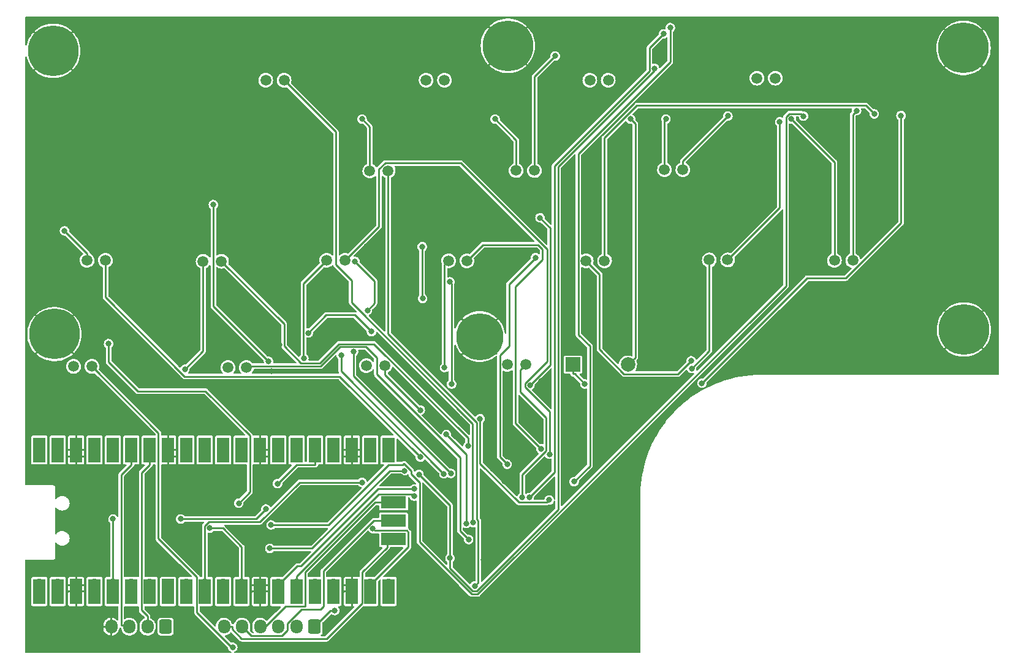
<source format=gbr>
%TF.GenerationSoftware,KiCad,Pcbnew,6.0.11+dfsg-1~bpo11+1*%
%TF.CreationDate,2023-05-07T06:08:46+00:00*%
%TF.ProjectId,CoverUI,436f7665-7255-4492-9e6b-696361645f70,rev?*%
%TF.SameCoordinates,Original*%
%TF.FileFunction,Copper,L2,Bot*%
%TF.FilePolarity,Positive*%
%FSLAX46Y46*%
G04 Gerber Fmt 4.6, Leading zero omitted, Abs format (unit mm)*
G04 Created by KiCad (PCBNEW 6.0.11+dfsg-1~bpo11+1) date 2023-05-07 06:08:46*
%MOMM*%
%LPD*%
G01*
G04 APERTURE LIST*
G04 Aperture macros list*
%AMRoundRect*
0 Rectangle with rounded corners*
0 $1 Rounding radius*
0 $2 $3 $4 $5 $6 $7 $8 $9 X,Y pos of 4 corners*
0 Add a 4 corners polygon primitive as box body*
4,1,4,$2,$3,$4,$5,$6,$7,$8,$9,$2,$3,0*
0 Add four circle primitives for the rounded corners*
1,1,$1+$1,$2,$3*
1,1,$1+$1,$4,$5*
1,1,$1+$1,$6,$7*
1,1,$1+$1,$8,$9*
0 Add four rect primitives between the rounded corners*
20,1,$1+$1,$2,$3,$4,$5,0*
20,1,$1+$1,$4,$5,$6,$7,0*
20,1,$1+$1,$6,$7,$8,$9,0*
20,1,$1+$1,$8,$9,$2,$3,0*%
G04 Aperture macros list end*
%TA.AperFunction,ComponentPad*%
%ADD10C,1.000000*%
%TD*%
%TA.AperFunction,ComponentPad*%
%ADD11C,7.000000*%
%TD*%
%TA.AperFunction,ComponentPad*%
%ADD12C,6.500000*%
%TD*%
%TA.AperFunction,ComponentPad*%
%ADD13C,1.520000*%
%TD*%
%TA.AperFunction,ComponentPad*%
%ADD14RoundRect,0.250000X0.600000X0.725000X-0.600000X0.725000X-0.600000X-0.725000X0.600000X-0.725000X0*%
%TD*%
%TA.AperFunction,ComponentPad*%
%ADD15O,1.700000X1.950000*%
%TD*%
%TA.AperFunction,ComponentPad*%
%ADD16R,2.000000X2.000000*%
%TD*%
%TA.AperFunction,ComponentPad*%
%ADD17C,2.000000*%
%TD*%
%TA.AperFunction,ComponentPad*%
%ADD18O,1.700000X1.700000*%
%TD*%
%TA.AperFunction,SMDPad,CuDef*%
%ADD19R,1.700000X3.500000*%
%TD*%
%TA.AperFunction,ComponentPad*%
%ADD20R,1.700000X1.700000*%
%TD*%
%TA.AperFunction,SMDPad,CuDef*%
%ADD21R,3.500000X1.700000*%
%TD*%
%TA.AperFunction,ViaPad*%
%ADD22C,0.800000*%
%TD*%
%TA.AperFunction,Conductor*%
%ADD23C,0.250000*%
%TD*%
G04 APERTURE END LIST*
D10*
%TO.P,H1001,1,1*%
%TO.N,GND*%
X70973155Y-66833155D03*
X70973155Y-63120845D03*
X67260845Y-66833155D03*
X66492000Y-64977000D03*
X67260845Y-63120845D03*
X69117000Y-67602000D03*
D11*
X69117000Y-64977000D03*
D10*
X69117000Y-62352000D03*
X71742000Y-64977000D03*
%TD*%
%TO.P,H1006,1,1*%
%TO.N,GND*%
X129302000Y-64287000D03*
X133783155Y-66143155D03*
X130070845Y-66143155D03*
X134552000Y-64287000D03*
D11*
X131927000Y-64287000D03*
D10*
X131927000Y-66912000D03*
X133783155Y-62430845D03*
X131927000Y-61662000D03*
X130070845Y-62430845D03*
%TD*%
%TO.P,H1002,1,1*%
%TO.N,GND*%
X194877000Y-61952000D03*
X192252000Y-64577000D03*
X193020845Y-62720845D03*
X197502000Y-64577000D03*
X193020845Y-66433155D03*
D11*
X194877000Y-64577000D03*
D10*
X194877000Y-67202000D03*
X196733155Y-66433155D03*
X196733155Y-62720845D03*
%TD*%
%TO.P,H1003,1,1*%
%TO.N,GND*%
X69287000Y-106762000D03*
X71143155Y-105993155D03*
X71143155Y-102280845D03*
X67430845Y-105993155D03*
X69287000Y-101512000D03*
X67430845Y-102280845D03*
X71912000Y-104137000D03*
X66662000Y-104137000D03*
D11*
X69287000Y-104137000D03*
%TD*%
D10*
%TO.P,H1004,1,1*%
%TO.N,GND*%
X129883155Y-106343155D03*
X130652000Y-104487000D03*
X129883155Y-102630845D03*
X126170845Y-106343155D03*
X126170845Y-102630845D03*
D12*
X128027000Y-104487000D03*
D10*
X128027000Y-101862000D03*
X125402000Y-104487000D03*
X128027000Y-107112000D03*
%TD*%
D11*
%TO.P,H1005,1,1*%
%TO.N,GND*%
X194937000Y-103507000D03*
D10*
X194937000Y-106132000D03*
X193080845Y-101650845D03*
X194937000Y-100882000D03*
X192312000Y-103507000D03*
X196793155Y-101650845D03*
X193080845Y-105363155D03*
X197562000Y-103507000D03*
X196793155Y-105363155D03*
%TD*%
D13*
%TO.P,D1013,1,A*%
%TO.N,Net-(D1013-Pad1)*%
X159752000Y-93887000D03*
%TO.P,D1013,2,K*%
%TO.N,Net-(D1013-Pad2)*%
X162292000Y-93887000D03*
%TD*%
%TO.P,D1016,1,A*%
%TO.N,Net-(D1016-Pad1)*%
X93272000Y-108777000D03*
%TO.P,D1016,2,K*%
%TO.N,Net-(D1016-Pad2)*%
X95812000Y-108777000D03*
%TD*%
%TO.P,D1005,1,A*%
%TO.N,Net-(D1005-Pad1)*%
X112852000Y-81577000D03*
%TO.P,D1005,2,K*%
%TO.N,Net-(D1005-Pad2)*%
X115392000Y-81577000D03*
%TD*%
%TO.P,D1012,1,A*%
%TO.N,Net-(D1012-Pad1)*%
X142742000Y-94007000D03*
%TO.P,D1012,2,K*%
%TO.N,Net-(D1012-Pad2)*%
X145282000Y-94007000D03*
%TD*%
%TO.P,D1002,1,A*%
%TO.N,Net-(D1002-Pad1)*%
X120632000Y-69037000D03*
%TO.P,D1002,2,K*%
%TO.N,Net-(D1002-Pad2)*%
X123172000Y-69037000D03*
%TD*%
%TO.P,D1006,1,A*%
%TO.N,Net-(D1006-Pad1)*%
X133062000Y-81527000D03*
%TO.P,D1006,2,K*%
%TO.N,Net-(D1006-Pad2)*%
X135602000Y-81527000D03*
%TD*%
%TO.P,D1007,1,A*%
%TO.N,Net-(D1007-Pad1)*%
X153562000Y-81407000D03*
%TO.P,D1007,2,K*%
%TO.N,Net-(D1007-Pad2)*%
X156102000Y-81407000D03*
%TD*%
%TO.P,D1017,1,A*%
%TO.N,Net-(D1017-Pad1)*%
X112392000Y-108497000D03*
%TO.P,D1017,2,K*%
%TO.N,Net-(D1017-Pad2)*%
X114932000Y-108497000D03*
%TD*%
%TO.P,D1014,1,A*%
%TO.N,Net-(D1014-Pad1)*%
X177042000Y-93947000D03*
%TO.P,D1014,2,K*%
%TO.N,Net-(D1014-Pad2)*%
X179582000Y-93947000D03*
%TD*%
%TO.P,D1010,1,A*%
%TO.N,Net-(D1010-Pad1)*%
X106892000Y-93947000D03*
%TO.P,D1010,2,K*%
%TO.N,Net-(D1010-Pad2)*%
X109432000Y-93947000D03*
%TD*%
%TO.P,D1018,1,A*%
%TO.N,Net-(D1018-Pad1)*%
X131862000Y-108317000D03*
%TO.P,D1018,2,K*%
%TO.N,Net-(D1018-Pad2)*%
X134402000Y-108317000D03*
%TD*%
%TO.P,D1001,1,A*%
%TO.N,Net-(D1001-Pad1)*%
X98472000Y-69037000D03*
%TO.P,D1001,2,K*%
%TO.N,Net-(D1001-Pad2)*%
X101012000Y-69037000D03*
%TD*%
%TO.P,D1004,1,A*%
%TO.N,Net-(D1004-Pad1)*%
X166332000Y-68757000D03*
%TO.P,D1004,2,K*%
%TO.N,Net-(D1004-Pad2)*%
X168872000Y-68757000D03*
%TD*%
%TO.P,D1008,1,A*%
%TO.N,Net-(D1008-Pad1)*%
X73787000Y-93947000D03*
%TO.P,D1008,2,K*%
%TO.N,Net-(D1008-Pad2)*%
X76327000Y-93947000D03*
%TD*%
%TO.P,D1015,1,A*%
%TO.N,Net-(D1015-Pad1)*%
X71932000Y-108607000D03*
%TO.P,D1015,2,K*%
%TO.N,Net-(D1015-Pad2)*%
X74472000Y-108607000D03*
%TD*%
%TO.P,D1011,1,A*%
%TO.N,Net-(D1011-Pad1)*%
X123722000Y-94007000D03*
%TO.P,D1011,2,K*%
%TO.N,Net-(D1011-Pad2)*%
X126262000Y-94007000D03*
%TD*%
%TO.P,D1009,1,A*%
%TO.N,Net-(D1009-Pad1)*%
X89822000Y-94067000D03*
%TO.P,D1009,2,K*%
%TO.N,Net-(D1009-Pad2)*%
X92362000Y-94067000D03*
%TD*%
%TO.P,D1003,1,A*%
%TO.N,Net-(D1003-Pad1)*%
X143252000Y-69037000D03*
%TO.P,D1003,2,K*%
%TO.N,Net-(D1003-Pad2)*%
X145792000Y-69037000D03*
%TD*%
D14*
%TO.P,J1001,1,Pin_1*%
%TO.N,+5V*%
X84632800Y-144576800D03*
D15*
%TO.P,J1001,2,Pin_2*%
%TO.N,/RaspberryPico/PiCo_RX*%
X82132800Y-144576800D03*
%TO.P,J1001,3,Pin_3*%
%TO.N,/RaspberryPico/PiCo_TX*%
X79632800Y-144576800D03*
%TO.P,J1001,4,Pin_4*%
%TO.N,GND*%
X77132800Y-144576800D03*
%TD*%
D16*
%TO.P,BZ1,1,-*%
%TO.N,Net-(BZ1-Pad1)*%
X140929200Y-108356400D03*
D17*
%TO.P,BZ1,2,+*%
%TO.N,+5V*%
X148529200Y-108356400D03*
%TD*%
D14*
%TO.P,J2,1,Pin_1*%
%TO.N,+5V*%
X105206800Y-144576800D03*
D15*
%TO.P,J2,2,Pin_2*%
%TO.N,Net-(J2-Pad2)*%
X102706800Y-144576800D03*
%TO.P,J2,3,Pin_3*%
%TO.N,Net-(J2-Pad3)*%
X100206800Y-144576800D03*
%TO.P,J2,4,Pin_4*%
%TO.N,Net-(J2-Pad4)*%
X97706800Y-144576800D03*
%TO.P,J2,5,Pin_5*%
%TO.N,Net-(J2-Pad5)*%
X95206800Y-144576800D03*
%TO.P,J2,6,Pin_6*%
%TO.N,Net-(J2-Pad6)*%
X92706800Y-144576800D03*
%TD*%
D18*
%TO.P,U1,1,GPIO0*%
%TO.N,Net-(J2-Pad3)*%
X67208400Y-121056400D03*
D19*
X67208400Y-120156400D03*
D18*
%TO.P,U1,2,GPIO1*%
%TO.N,Net-(J2-Pad2)*%
X69748400Y-121056400D03*
D19*
X69748400Y-120156400D03*
%TO.P,U1,3,GND*%
%TO.N,GND*%
X72288400Y-120156400D03*
D20*
X72288400Y-121056400D03*
D19*
%TO.P,U1,4,GPIO2*%
%TO.N,/RaspberryPico/GP2*%
X74828400Y-120156400D03*
D18*
X74828400Y-121056400D03*
D19*
%TO.P,U1,5,GPIO3*%
%TO.N,/RaspberryPico/GP3*%
X77368400Y-120156400D03*
D18*
X77368400Y-121056400D03*
D19*
%TO.P,U1,6,GPIO4*%
%TO.N,/RaspberryPico/PiCo_TX*%
X79908400Y-120156400D03*
D18*
X79908400Y-121056400D03*
%TO.P,U1,7,GPIO5*%
%TO.N,/RaspberryPico/PiCo_RX*%
X82448400Y-121056400D03*
D19*
X82448400Y-120156400D03*
%TO.P,U1,8,GND*%
%TO.N,GND*%
X84988400Y-120156400D03*
D20*
X84988400Y-121056400D03*
D19*
%TO.P,U1,9,GPIO6*%
%TO.N,/RaspberryPico/GP6*%
X87528400Y-120156400D03*
D18*
X87528400Y-121056400D03*
%TO.P,U1,10,GPIO7*%
%TO.N,/RaspberryPico/GP7*%
X90068400Y-121056400D03*
D19*
X90068400Y-120156400D03*
%TO.P,U1,11,GPIO8*%
%TO.N,/RaspberryPico/GP8*%
X92608400Y-120156400D03*
D18*
X92608400Y-121056400D03*
%TO.P,U1,12,GPIO9*%
%TO.N,/RaspberryPico/GP9*%
X95148400Y-121056400D03*
D19*
X95148400Y-120156400D03*
%TO.P,U1,13,GND*%
%TO.N,GND*%
X97688400Y-120156400D03*
D20*
X97688400Y-121056400D03*
D19*
%TO.P,U1,14,GPIO10*%
%TO.N,/LEDmux/SRCK_3.3V*%
X100228400Y-120156400D03*
D18*
X100228400Y-121056400D03*
%TO.P,U1,15,GPIO11*%
%TO.N,/LEDmux/RCK_3.3V*%
X102768400Y-121056400D03*
D19*
X102768400Y-120156400D03*
%TO.P,U1,16,GPIO12*%
%TO.N,/LEDmux/SER_3.3V*%
X105308400Y-120156400D03*
D18*
X105308400Y-121056400D03*
%TO.P,U1,17,GPIO13*%
%TO.N,/LEDmux/G_3.3V*%
X107848400Y-121056400D03*
D19*
X107848400Y-120156400D03*
D20*
%TO.P,U1,18,GND*%
%TO.N,GND*%
X110388400Y-121056400D03*
D19*
X110388400Y-120156400D03*
%TO.P,U1,19,GPIO14*%
%TO.N,/RaspberryPico/GP14*%
X112928400Y-120156400D03*
D18*
X112928400Y-121056400D03*
D19*
%TO.P,U1,20,GPIO15*%
%TO.N,/RaspberryPico/GP15*%
X115468400Y-120156400D03*
D18*
X115468400Y-121056400D03*
%TO.P,U1,21,GPIO16*%
%TO.N,/RaspberryPico/GP16*%
X115468400Y-138836400D03*
D19*
X115468400Y-139736400D03*
%TO.P,U1,22,GPIO17*%
%TO.N,/RaspberryPico/GP17*%
X112928400Y-139736400D03*
D18*
X112928400Y-138836400D03*
D20*
%TO.P,U1,23,GND*%
%TO.N,GND*%
X110388400Y-138836400D03*
D19*
X110388400Y-139736400D03*
%TO.P,U1,24,GPIO18*%
%TO.N,/RaspberryPico/GP18*%
X107848400Y-139736400D03*
D18*
X107848400Y-138836400D03*
%TO.P,U1,25,GPIO19*%
%TO.N,/RaspberryPico/GP19*%
X105308400Y-138836400D03*
D19*
X105308400Y-139736400D03*
D18*
%TO.P,U1,26,GPIO20*%
%TO.N,/RaspberryPico/GP20*%
X102768400Y-138836400D03*
D19*
X102768400Y-139736400D03*
%TO.P,U1,27,GPIO21*%
%TO.N,/RaspberryPico/GP21*%
X100228400Y-139736400D03*
D18*
X100228400Y-138836400D03*
D20*
%TO.P,U1,28,GND*%
%TO.N,GND*%
X97688400Y-138836400D03*
D19*
X97688400Y-139736400D03*
%TO.P,U1,29,GPIO22*%
%TO.N,/RaspberryPico/GP22*%
X95148400Y-139736400D03*
D18*
X95148400Y-138836400D03*
%TO.P,U1,30,RUN*%
%TO.N,unconnected-(U1-Pad30)*%
X92608400Y-138836400D03*
D19*
X92608400Y-139736400D03*
%TO.P,U1,31,GPIO26_ADC0*%
%TO.N,/RaspberryPico/GP26*%
X90068400Y-139736400D03*
D18*
X90068400Y-138836400D03*
D19*
%TO.P,U1,32,GPIO27_ADC1*%
%TO.N,/RaspberryPico/GP27*%
X87528400Y-139736400D03*
D18*
X87528400Y-138836400D03*
D19*
%TO.P,U1,33,AGND*%
%TO.N,unconnected-(U1-Pad33)*%
X84988400Y-139736400D03*
D20*
X84988400Y-138836400D03*
D19*
%TO.P,U1,34,GPIO28_ADC2*%
%TO.N,/RaspberryPico/GP28*%
X82448400Y-139736400D03*
D18*
X82448400Y-138836400D03*
%TO.P,U1,35,ADC_VREF*%
%TO.N,unconnected-(U1-Pad35)*%
X79908400Y-138836400D03*
D19*
X79908400Y-139736400D03*
D18*
%TO.P,U1,36,3V3*%
%TO.N,+3.3V*%
X77368400Y-138836400D03*
D19*
X77368400Y-139736400D03*
%TO.P,U1,37,3V3_EN*%
%TO.N,unconnected-(U1-Pad37)*%
X74828400Y-139736400D03*
D18*
X74828400Y-138836400D03*
D19*
%TO.P,U1,38,GND*%
%TO.N,GND*%
X72288400Y-139736400D03*
D20*
X72288400Y-138836400D03*
D19*
%TO.P,U1,39,VSYS*%
%TO.N,+5V*%
X69748400Y-139736400D03*
D18*
X69748400Y-138836400D03*
%TO.P,U1,40,VBUS*%
%TO.N,unconnected-(U1-Pad40)*%
X67208400Y-138836400D03*
D19*
X67208400Y-139736400D03*
D18*
%TO.P,U1,41,SWCLK*%
%TO.N,Net-(J2-Pad4)*%
X115238400Y-127406400D03*
D21*
X116138400Y-127406400D03*
%TO.P,U1,42,GND*%
%TO.N,Net-(J2-Pad5)*%
X116138400Y-129946400D03*
D20*
X115238400Y-129946400D03*
D18*
%TO.P,U1,43,SWDIO*%
%TO.N,Net-(J2-Pad6)*%
X115238400Y-132486400D03*
D21*
X116138400Y-132486400D03*
%TD*%
D22*
%TO.N,GND*%
X117094000Y-119583000D03*
X130454000Y-128829000D03*
X134112000Y-120178700D03*
X130962000Y-133198000D03*
X129489000Y-120142000D03*
X85445600Y-99872800D03*
X131420000Y-131013000D03*
X168046000Y-107493000D03*
X102768000Y-131978000D03*
X152197000Y-106070000D03*
X144424400Y-116890800D03*
X112268000Y-143053000D03*
X111100000Y-116383000D03*
X72237600Y-97586800D03*
X123444000Y-114097000D03*
X154178000Y-70104000D03*
X117754400Y-108712000D03*
X122377000Y-116738000D03*
X95605600Y-128676400D03*
X135738000Y-145288000D03*
X146659600Y-111760000D03*
X148641000Y-128524000D03*
X79109700Y-88098829D03*
X110947000Y-145948000D03*
X134976000Y-115011000D03*
X122733000Y-75742800D03*
X128575000Y-135331000D03*
X88950800Y-76555600D03*
X132893000Y-70967600D03*
X75488800Y-125222000D03*
X124562000Y-140259000D03*
X116789000Y-143053000D03*
X132893000Y-125324000D03*
X141224000Y-65989200D03*
X135026000Y-125324000D03*
X91592400Y-103734000D03*
X102362000Y-116332000D03*
X123038000Y-120548000D03*
X102209600Y-101904800D03*
X79806800Y-135636000D03*
X87325200Y-132639000D03*
X80314800Y-105816000D03*
X104140000Y-128575000D03*
X110236000Y-103784400D03*
X68478400Y-92049600D03*
X131465000Y-124466000D03*
X129839000Y-122840000D03*
X79908400Y-126086000D03*
X114960000Y-112776000D03*
X128930000Y-124511000D03*
X96316800Y-114402000D03*
X178664000Y-74269600D03*
X83159600Y-115672000D03*
X176835000Y-73609200D03*
X121869000Y-129743000D03*
X119990000Y-117856000D03*
X96977200Y-116078000D03*
X109423200Y-100482400D03*
X70764400Y-113792000D03*
X93319600Y-135534000D03*
X147218400Y-85344000D03*
X95554800Y-131876800D03*
X172720000Y-62738000D03*
X71475600Y-143154000D03*
X105258000Y-106020000D03*
X100335448Y-105599100D03*
X86918800Y-116383000D03*
X152349000Y-66090800D03*
X129743000Y-131318000D03*
X128829000Y-128778000D03*
X72745600Y-130200000D03*
X111201000Y-134315000D03*
X114605000Y-135687000D03*
X79109700Y-92511267D03*
X137820000Y-125273000D03*
X131166000Y-123102000D03*
X94284800Y-66090800D03*
X139344000Y-77927200D03*
X122631000Y-124765000D03*
X185979000Y-62890400D03*
X197256000Y-94538800D03*
X79197200Y-77825600D03*
X99263200Y-109271000D03*
X118059000Y-135788000D03*
X107238800Y-103682800D03*
X91490800Y-131775000D03*
X90119200Y-117348000D03*
X121666000Y-137363000D03*
X108407200Y-133756400D03*
X97282000Y-123393000D03*
X117089272Y-123834991D03*
X176174000Y-71120000D03*
X87172800Y-92659200D03*
X120752000Y-122631000D03*
X125425200Y-99364800D03*
X119227600Y-102158800D03*
X129292000Y-125339500D03*
X140411200Y-115519200D03*
X144272000Y-137922000D03*
X136550000Y-110642000D03*
X147167600Y-116535200D03*
X157074000Y-76758800D03*
X124460000Y-64922400D03*
X185217000Y-68478400D03*
X93065600Y-117043000D03*
X147168000Y-106324000D03*
X86258400Y-136906000D03*
X122072000Y-142392000D03*
X135230000Y-137617000D03*
X68478400Y-144932000D03*
X148641000Y-121564000D03*
X140564000Y-71424800D03*
X194107000Y-80518000D03*
X101498000Y-114402000D03*
X127711000Y-114198000D03*
X97282000Y-124866000D03*
X112420400Y-91998800D03*
X93980000Y-143459200D03*
X132080000Y-117958000D03*
X90373200Y-127965000D03*
X135077000Y-134366000D03*
X102139000Y-105238000D03*
X164033000Y-70307200D03*
X75387200Y-115468000D03*
X121564400Y-97231200D03*
X181000000Y-74625200D03*
X118110000Y-140106000D03*
X70612000Y-74320400D03*
X101600000Y-99872800D03*
X171653200Y-84936003D03*
X106324400Y-99923600D03*
%TO.N,+5V*%
X108025000Y-142348000D03*
X148882000Y-74411000D03*
%TO.N,/RaspberryPico/GP16*%
X123432000Y-118000000D03*
X126201000Y-130311000D03*
%TO.N,/RaspberryPico/GP17*%
X113267000Y-131019000D03*
%TO.N,Net-(D1001-Pad2)*%
X127143000Y-130191000D03*
%TO.N,/RaspberryPico/GP19*%
X94742000Y-127508000D03*
X76758800Y-105461000D03*
%TO.N,/RaspberryPico/GP20*%
X108915000Y-107036000D03*
X118974000Y-126543000D03*
X123088000Y-123444000D03*
%TO.N,/RaspberryPico/GP21*%
X124044000Y-123407000D03*
X110592000Y-106578500D03*
X119021000Y-125541000D03*
X112522000Y-100838000D03*
X110812000Y-94090100D03*
%TO.N,Net-(D1005-Pad2)*%
X127352000Y-138954000D03*
%TO.N,/RaspberryPico/GP22*%
X120142000Y-99212400D03*
X104346000Y-103985000D03*
X113072300Y-103794200D03*
X120091200Y-92049600D03*
X90729044Y-130962244D03*
%TO.N,Net-(D1005-Pad1)*%
X111785000Y-74411000D03*
%TO.N,Net-(D1006-Pad1)*%
X130165000Y-74411000D03*
%TO.N,Net-(D1007-Pad1)*%
X153760000Y-74411000D03*
%TO.N,Net-(D1006-Pad2)*%
X138466000Y-65683100D03*
%TO.N,Net-(D1008-Pad1)*%
X70668400Y-89857900D03*
%TO.N,Net-(D1009-Pad1)*%
X87289600Y-109012000D03*
%TO.N,Net-(D1010-Pad1)*%
X103744000Y-107485500D03*
%TO.N,Net-(D1011-Pad1)*%
X123178000Y-108760000D03*
%TO.N,Net-(D1012-Pad1)*%
X157263000Y-107825000D03*
%TO.N,Net-(D1013-Pad1)*%
X157318000Y-108887000D03*
%TO.N,Net-(D1014-Pad1)*%
X171091000Y-74411000D03*
%TO.N,Net-(D1007-Pad2)*%
X162325000Y-73993400D03*
%TO.N,Net-(D1008-Pad2)*%
X119826000Y-121136000D03*
%TO.N,Net-(D1009-Pad2)*%
X126402000Y-119622000D03*
%TO.N,Net-(D1010-Pad2)*%
X137668000Y-120749000D03*
%TO.N,Net-(D1011-Pad2)*%
X136492000Y-119996000D03*
%TO.N,Net-(D1012-Pad2)*%
X182542000Y-73687900D03*
%TO.N,Net-(D1013-Pad2)*%
X169490000Y-74776300D03*
%TO.N,Net-(D1014-Pad2)*%
X180100000Y-73247100D03*
%TO.N,Net-(D1015-Pad2)*%
X93914900Y-147444000D03*
%TO.N,Net-(D1016-Pad2)*%
X126501000Y-132538000D03*
%TO.N,Net-(D1017-Pad2)*%
X128088000Y-115831000D03*
X137638000Y-127071000D03*
X119820000Y-114642000D03*
%TO.N,Net-(D1018-Pad2)*%
X133904000Y-126689000D03*
%TO.N,/LEDmux/SER*%
X99217400Y-130517000D03*
X172768000Y-74001300D03*
%TO.N,/LEDmux/RCK*%
X141072000Y-124538000D03*
X154372000Y-61777700D03*
%TO.N,/LEDmux/SRCK*%
X123934000Y-135103000D03*
X119646000Y-123532000D03*
X117599056Y-123033944D03*
X152170000Y-67398100D03*
X99041700Y-133757000D03*
%TO.N,Net-(U2-Pad9)*%
X153430000Y-62631000D03*
X134886000Y-126732000D03*
%TO.N,/RaspberryPico/GP26*%
X111785000Y-124628000D03*
%TO.N,Net-(R6-Pad2)*%
X91236800Y-86244300D03*
X98856800Y-107899000D03*
%TO.N,Net-(R7-Pad2)*%
X136373000Y-88061800D03*
X134976000Y-111201000D03*
%TO.N,Net-(R8-Pad2)*%
X124155000Y-111049000D03*
X123925300Y-96916800D03*
%TO.N,Net-(R9-Pad2)*%
X131826000Y-122123000D03*
X135737600Y-93573600D03*
%TO.N,Net-(BZ1-Pad1)*%
X142570000Y-111039000D03*
%TO.N,+3.3V*%
X86715600Y-129692400D03*
X98501200Y-128320800D03*
X77368400Y-129692400D03*
%TO.N,/LEDmux/SER_3.3V*%
X100112000Y-124810000D03*
%TO.N,/LEDmux/G*%
X158741000Y-110923000D03*
X186239000Y-73912700D03*
%TD*%
D23*
%TO.N,+5V*%
X107436000Y-142348000D02*
X105207000Y-144577000D01*
X149529000Y-75058300D02*
X149529000Y-107356000D01*
X149529000Y-107356000D02*
X148529000Y-108356000D01*
X108025000Y-142348000D02*
X107436000Y-142348000D01*
X148882000Y-74411000D02*
X149529000Y-75058300D01*
%TO.N,/RaspberryPico/PiCo_RX*%
X81323200Y-142314000D02*
X81323200Y-123307000D01*
X81323200Y-123307000D02*
X82448400Y-122182000D01*
X82132800Y-143124000D02*
X81323200Y-142314000D01*
X82448400Y-122182000D02*
X82448400Y-121056400D01*
X82132800Y-144374000D02*
X82132800Y-143124000D01*
%TO.N,/RaspberryPico/PiCo_TX*%
X79908400Y-121056400D02*
X79908400Y-122182000D01*
X78507700Y-144374000D02*
X79430000Y-144374000D01*
X79908400Y-122182000D02*
X78507700Y-123582000D01*
X78507700Y-123582000D02*
X78507700Y-144374000D01*
%TO.N,Net-(J2-Pad4)*%
X103893000Y-141761000D02*
X101233000Y-141761000D01*
X101233000Y-141761000D02*
X98418000Y-144577000D01*
X113553000Y-127406000D02*
X103893000Y-137066000D01*
X115238000Y-127406000D02*
X113553000Y-127406000D01*
X103893000Y-137066000D02*
X103893000Y-141761000D01*
%TO.N,Net-(J2-Pad6)*%
X95146800Y-146261000D02*
X106887000Y-146261000D01*
X93831900Y-144577000D02*
X93831900Y-144946000D01*
X115238000Y-133612000D02*
X115238000Y-132486400D01*
X111803000Y-141345000D02*
X111803000Y-137047000D01*
X111803000Y-137047000D02*
X115238000Y-133612000D01*
X106887000Y-146261000D02*
X111803000Y-141345000D01*
X93831900Y-144946000D02*
X95146800Y-146261000D01*
X92707000Y-144577000D02*
X93831900Y-144577000D01*
%TO.N,/RaspberryPico/GP16*%
X126194000Y-120763000D02*
X126194000Y-130304000D01*
X126194000Y-130304000D02*
X126201000Y-130311000D01*
X123432000Y-118000000D02*
X126194000Y-120763000D01*
%TO.N,/RaspberryPico/GP17*%
X112928000Y-138836000D02*
X118164000Y-133601000D01*
X117936000Y-131295000D02*
X113542000Y-131295000D01*
X113542000Y-131295000D02*
X113267000Y-131019000D01*
X118164000Y-133601000D02*
X118164000Y-131522000D01*
X118164000Y-131522000D02*
X117936000Y-131295000D01*
%TO.N,Net-(D1001-Pad2)*%
X108162000Y-94508100D02*
X110352000Y-96697800D01*
X108162000Y-76187000D02*
X108162000Y-94508100D01*
X110352000Y-96697800D02*
X110352000Y-99779100D01*
X127077000Y-116504000D02*
X127077000Y-130124000D01*
X101012000Y-69037000D02*
X108162000Y-76187000D01*
X110352000Y-99779100D02*
X127077000Y-116504000D01*
X127077000Y-130124000D02*
X127143000Y-130191000D01*
%TO.N,/RaspberryPico/GP19*%
X94742000Y-127508000D02*
X96273400Y-125977000D01*
X96273400Y-118131000D02*
X90156000Y-112014000D01*
X76758800Y-108001000D02*
X76758800Y-105461000D01*
X90156000Y-112014000D02*
X80772000Y-112014000D01*
X80772000Y-112014000D02*
X76758800Y-108001000D01*
X96273400Y-125977000D02*
X96273400Y-118131000D01*
%TO.N,/RaspberryPico/GP20*%
X118712000Y-126281000D02*
X118974000Y-126543000D01*
X102768000Y-137626000D02*
X114113000Y-126281000D01*
X108915000Y-109271000D02*
X108915000Y-107036000D01*
X102768000Y-138231000D02*
X102768000Y-137626000D01*
X114113000Y-126281000D02*
X118712000Y-126281000D01*
X123088000Y-123444000D02*
X108915000Y-109271000D01*
%TO.N,/RaspberryPico/GP21*%
X103371000Y-136202000D02*
X114032000Y-125541000D01*
X110812000Y-94090100D02*
X113498400Y-96776500D01*
X124044000Y-123407000D02*
X110592000Y-109955000D01*
X113498400Y-99861600D02*
X112522000Y-100838000D01*
X113498400Y-96776500D02*
X113498400Y-99861600D01*
X110592000Y-109955000D02*
X110592000Y-106578500D01*
X114032000Y-125541000D02*
X119021000Y-125541000D01*
X102863000Y-136202000D02*
X103371000Y-136202000D01*
X100228000Y-138836000D02*
X102863000Y-136202000D01*
%TO.N,Net-(D1005-Pad2)*%
X127818000Y-138489000D02*
X127352000Y-138954000D01*
X127667000Y-116365000D02*
X127667000Y-129761000D01*
X115392000Y-104090000D02*
X127667000Y-116365000D01*
X115392000Y-81577000D02*
X115392000Y-104090000D01*
X127818000Y-129911000D02*
X127818000Y-138489000D01*
X127667000Y-129761000D02*
X127818000Y-129911000D01*
%TO.N,/RaspberryPico/GP22*%
X106828200Y-101502600D02*
X110780700Y-101502600D01*
X120091200Y-92049600D02*
X120091200Y-99161600D01*
X92557644Y-130962244D02*
X90729044Y-130962244D01*
X106828200Y-101502600D02*
X104346000Y-103985000D01*
X95148400Y-138836000D02*
X95148400Y-133553000D01*
X95148400Y-133553000D02*
X92557644Y-130962244D01*
X120091200Y-99161600D02*
X120142000Y-99212400D01*
X110780700Y-101502600D02*
X113072300Y-103794200D01*
%TO.N,Net-(D1005-Pad1)*%
X112852000Y-75477800D02*
X112852000Y-81577000D01*
X111785000Y-74411000D02*
X112852000Y-75477800D01*
%TO.N,Net-(D1006-Pad1)*%
X133062000Y-77308200D02*
X133062000Y-81527000D01*
X130165000Y-74411000D02*
X133062000Y-77308200D01*
%TO.N,Net-(D1007-Pad1)*%
X153562000Y-74608800D02*
X153562000Y-81407000D01*
X153760000Y-74411000D02*
X153562000Y-74608800D01*
%TO.N,Net-(D1006-Pad2)*%
X135602000Y-68546800D02*
X135602000Y-81527000D01*
X138466000Y-65683100D02*
X135602000Y-68546800D01*
%TO.N,Net-(D1008-Pad1)*%
X70668400Y-89857900D02*
X73787000Y-92976500D01*
X73787000Y-92976500D02*
X73787000Y-93947000D01*
%TO.N,Net-(D1009-Pad1)*%
X89822000Y-106479000D02*
X89822000Y-94067000D01*
X87289600Y-109012000D02*
X89822000Y-106479000D01*
%TO.N,Net-(D1010-Pad1)*%
X103671000Y-107412500D02*
X103744000Y-107485500D01*
X103671000Y-97168000D02*
X103671000Y-107412500D01*
X106892000Y-93947000D02*
X103671000Y-97168000D01*
%TO.N,Net-(D1011-Pad1)*%
X123178000Y-108760000D02*
X123178000Y-94551300D01*
X123178000Y-94551300D02*
X123722000Y-94007000D01*
%TO.N,Net-(D1012-Pad1)*%
X144577000Y-95841800D02*
X144577000Y-106248000D01*
X142742000Y-94007000D02*
X144577000Y-95841800D01*
X155439000Y-109649000D02*
X157263000Y-107825000D01*
X147978000Y-109649000D02*
X155439000Y-109649000D01*
X144577000Y-106248000D02*
X147978000Y-109649000D01*
%TO.N,Net-(D1013-Pad1)*%
X159752000Y-106454000D02*
X159752000Y-93887000D01*
X157318000Y-108887000D02*
X159752000Y-106454000D01*
%TO.N,Net-(D1014-Pad1)*%
X177042000Y-80362300D02*
X177042000Y-93947000D01*
X171091000Y-74411000D02*
X177042000Y-80362300D01*
%TO.N,Net-(D1007-Pad2)*%
X162325000Y-73993400D02*
X156102000Y-80216700D01*
X156102000Y-80216700D02*
X156102000Y-81407000D01*
%TO.N,Net-(D1008-Pad2)*%
X76327000Y-99047200D02*
X87277000Y-109997000D01*
X76327000Y-93947000D02*
X76327000Y-99047200D01*
X108688000Y-109997000D02*
X119826000Y-121136000D01*
X87277000Y-109997000D02*
X108688000Y-109997000D01*
%TO.N,Net-(D1009-Pad2)*%
X101009948Y-105811948D02*
X103358000Y-108160000D01*
X113419000Y-105504000D02*
X126402000Y-118487000D01*
X92362000Y-94067000D02*
X101009948Y-102714948D01*
X105916000Y-108160000D02*
X108572000Y-105504000D01*
X101009948Y-102714948D02*
X101009948Y-105811948D01*
X103358000Y-108160000D02*
X105916000Y-108160000D01*
X108572000Y-105504000D02*
X113419000Y-105504000D01*
X126402000Y-118487000D02*
X126402000Y-119622000D01*
%TO.N,Net-(D1010-Pad2)*%
X125402600Y-80495400D02*
X137349000Y-92441800D01*
X134301000Y-111481000D02*
X137668000Y-114848000D01*
X137668000Y-114848000D02*
X137668000Y-120749000D01*
X134301000Y-110922000D02*
X134301000Y-111481000D01*
X114122000Y-89257000D02*
X114122000Y-81360600D01*
X114987000Y-80495400D02*
X125402600Y-80495400D01*
X109432000Y-93947000D02*
X114122000Y-89257000D01*
X137349000Y-92441800D02*
X137349000Y-107874000D01*
X137349000Y-107874000D02*
X134301000Y-110922000D01*
X114122000Y-81360600D02*
X114987000Y-80495400D01*
%TO.N,Net-(D1011-Pad2)*%
X132988000Y-97599900D02*
X136717000Y-93870500D01*
X136717000Y-93870500D02*
X136717000Y-92374780D01*
X136492000Y-119996000D02*
X132988000Y-116492000D01*
X136717000Y-92374780D02*
X136123720Y-91781500D01*
X136123720Y-91781500D02*
X128487500Y-91781500D01*
X128487500Y-91781500D02*
X126262000Y-94007000D01*
X132988000Y-116492000D02*
X132988000Y-97599900D01*
%TO.N,Net-(D1012-Pad2)*%
X181392000Y-72537200D02*
X182542000Y-73687900D01*
X145282000Y-94007000D02*
X145282000Y-77015900D01*
X149761000Y-72537200D02*
X181392000Y-72537200D01*
X145282000Y-77015900D02*
X149761000Y-72537200D01*
%TO.N,Net-(D1013-Pad2)*%
X169490000Y-74776300D02*
X169490000Y-86688500D01*
X169490000Y-86688500D02*
X162292000Y-93887000D01*
%TO.N,Net-(D1014-Pad2)*%
X180100000Y-73247100D02*
X179582000Y-73765400D01*
X179582000Y-73765400D02*
X179582000Y-93947000D01*
%TO.N,Net-(D1015-Pad2)*%
X88943200Y-142585000D02*
X88943200Y-137711000D01*
X93802100Y-147444000D02*
X88943200Y-142585000D01*
X93914900Y-147444000D02*
X93802100Y-147444000D01*
X83634600Y-117770000D02*
X74472000Y-108607000D01*
X83634600Y-132403000D02*
X83634600Y-117770000D01*
X88943200Y-137711000D02*
X83634600Y-132403000D01*
%TO.N,Net-(D1016-Pad2)*%
X112311000Y-105904000D02*
X113827000Y-107420000D01*
X125323600Y-121219600D02*
X125323600Y-131360600D01*
X108737000Y-105904000D02*
X112311000Y-105904000D01*
X96043400Y-108574000D02*
X106068000Y-108574000D01*
X113827000Y-109723000D02*
X125323600Y-121219600D01*
X106068000Y-108574000D02*
X108737000Y-105904000D01*
X125323600Y-131360600D02*
X126501000Y-132538000D01*
X113827000Y-107420000D02*
X113827000Y-109723000D01*
%TO.N,Net-(D1017-Pad2)*%
X128088000Y-122043000D02*
X128088000Y-115831000D01*
X137638000Y-127071000D02*
X137302000Y-127407000D01*
X119820000Y-114642000D02*
X114932000Y-109754000D01*
X114932000Y-109754000D02*
X114932000Y-108497000D01*
X133452000Y-127407000D02*
X128088000Y-122043000D01*
X137302000Y-127407000D02*
X133452000Y-127407000D01*
%TO.N,Net-(D1018-Pad2)*%
X134402000Y-108317000D02*
X133642000Y-109077000D01*
X137214000Y-120249000D02*
X133904000Y-123559000D01*
X137214000Y-115678000D02*
X137214000Y-120249000D01*
X133904000Y-123559000D02*
X133904000Y-126689000D01*
X133642000Y-112106000D02*
X137214000Y-115678000D01*
X133642000Y-109077000D02*
X133642000Y-112106000D01*
%TO.N,/LEDmux/SER*%
X117424000Y-122211000D02*
X115459000Y-122211000D01*
X118574000Y-123055000D02*
X118574000Y-123513000D01*
X170364000Y-74116900D02*
X170364000Y-97466000D01*
X172768000Y-74001300D02*
X172437000Y-73670400D01*
X170810000Y-73670400D02*
X170364000Y-74116900D01*
X126920000Y-140075000D02*
X119727000Y-132881000D01*
X127755000Y-140075000D02*
X126920000Y-140075000D01*
X170364000Y-97466000D02*
X127755000Y-140075000D01*
X117577000Y-122058000D02*
X118574000Y-123055000D01*
X115459000Y-122211000D02*
X107153000Y-130517000D01*
X119727000Y-124666000D02*
X118574000Y-123513000D01*
X172437000Y-73670400D02*
X170810000Y-73670400D01*
X107153000Y-130517000D02*
X99217400Y-130517000D01*
X119727000Y-132881000D02*
X119727000Y-124666000D01*
X117577000Y-122058000D02*
X117424000Y-122211000D01*
%TO.N,/LEDmux/RCK*%
X154372000Y-66490500D02*
X141674000Y-79188100D01*
X154372000Y-61777700D02*
X154372000Y-66490500D01*
X143257000Y-105807000D02*
X143257000Y-122353000D01*
X141674000Y-79188100D02*
X141674000Y-104224000D01*
X141674000Y-104224000D02*
X143257000Y-105807000D01*
X143257000Y-122353000D02*
X141072000Y-124538000D01*
%TO.N,/LEDmux/SRCK*%
X127617000Y-139646000D02*
X127067000Y-139646000D01*
X138856000Y-80999500D02*
X138856000Y-128408000D01*
X123934000Y-127820000D02*
X119646000Y-123532000D01*
X123934000Y-136514000D02*
X123934000Y-135103000D01*
X127067000Y-139646000D02*
X123934000Y-136514000D01*
X123934000Y-135103000D02*
X123934000Y-127820000D01*
X115619056Y-123033944D02*
X117599056Y-123033944D01*
X138856000Y-128408000D02*
X127617000Y-139646000D01*
X152170000Y-67398100D02*
X152170000Y-67685400D01*
X104896000Y-133757000D02*
X115619056Y-123033944D01*
X152170000Y-67685400D02*
X138856000Y-80999500D01*
X99041700Y-133757000D02*
X104896000Y-133757000D01*
%TO.N,Net-(U2-Pad9)*%
X151495000Y-67754200D02*
X138372000Y-80877300D01*
X138372000Y-80877300D02*
X138372000Y-123246000D01*
X138372000Y-123246000D02*
X134886000Y-126732000D01*
X151495000Y-64566100D02*
X151495000Y-67754200D01*
X153430000Y-62631000D02*
X151495000Y-64566100D01*
%TO.N,Net-(J2-Pad5)*%
X106433000Y-136899000D02*
X106433000Y-141761000D01*
X103406000Y-142161000D02*
X101457000Y-144110000D01*
X101457000Y-144110000D02*
X101457000Y-145054000D01*
X106034000Y-142161000D02*
X103406000Y-142161000D01*
X95837500Y-145207500D02*
X95206800Y-144576800D01*
X100673000Y-145838000D02*
X96468400Y-145838000D01*
X96468400Y-145838000D02*
X95837600Y-145207500D01*
X115238000Y-129946000D02*
X113386000Y-129946000D01*
X101457000Y-145054000D02*
X100673000Y-145838000D01*
X95837600Y-145207500D02*
X95206800Y-144577000D01*
X95837600Y-145207500D02*
X95837500Y-145207500D01*
X106433000Y-141761000D02*
X106034000Y-142161000D01*
X113386000Y-129946000D02*
X106433000Y-136899000D01*
%TO.N,/RaspberryPico/GP26*%
X90054300Y-130683000D02*
X90054300Y-138822000D01*
X90645399Y-130091901D02*
X90054300Y-130683000D01*
X111785000Y-124628000D02*
X103147888Y-124628000D01*
X103147888Y-124628000D02*
X97683987Y-130091901D01*
X97683987Y-130091901D02*
X90645399Y-130091901D01*
%TO.N,Net-(R6-Pad2)*%
X98856700Y-107899000D02*
X91236800Y-100279100D01*
X91236800Y-100279100D02*
X91236800Y-86244300D01*
%TO.N,Net-(R7-Pad2)*%
X134976000Y-111201000D02*
X137749000Y-108428000D01*
X137749000Y-108428000D02*
X137749000Y-89438100D01*
X137749000Y-89438100D02*
X136373000Y-88061800D01*
%TO.N,Net-(R8-Pad2)*%
X123925300Y-96916800D02*
X123933800Y-96908300D01*
X124155000Y-97129600D02*
X123933800Y-96908300D01*
X124155000Y-111049000D02*
X124155000Y-97129600D01*
%TO.N,Net-(R9-Pad2)*%
X130827000Y-107026000D02*
X132080000Y-105773000D01*
X130827000Y-121124000D02*
X130827000Y-107026000D01*
X132080000Y-97231200D02*
X135737600Y-93573600D01*
X132080000Y-105773000D02*
X132080000Y-97231200D01*
X131826000Y-122123000D02*
X130827000Y-121124000D01*
%TO.N,Net-(BZ1-Pad1)*%
X141163000Y-109632000D02*
X142570000Y-111039000D01*
X140929000Y-108356400D02*
X140929000Y-109632000D01*
X140929000Y-109632000D02*
X141163000Y-109632000D01*
%TO.N,+3.3V*%
X86715600Y-129692400D02*
X97129600Y-129692400D01*
X77368400Y-138836400D02*
X77368400Y-129692400D01*
X97129600Y-129692400D02*
X98501200Y-128320800D01*
%TO.N,/LEDmux/SER_3.3V*%
X102741000Y-122182000D02*
X100112000Y-124810000D01*
X105308000Y-121619000D02*
X105308000Y-122182000D01*
X105308000Y-122182000D02*
X102741000Y-122182000D01*
%TO.N,/LEDmux/G*%
X178635000Y-96395900D02*
X186239000Y-88791300D01*
X158741000Y-110923000D02*
X173268000Y-96395900D01*
X186239000Y-88791300D02*
X186239000Y-73912700D01*
X173268000Y-96395900D02*
X178635000Y-96395900D01*
%TD*%
%TA.AperFunction,Conductor*%
%TO.N,GND*%
G36*
X199704691Y-60273407D02*
G01*
X199740655Y-60322907D01*
X199745500Y-60353500D01*
X199745500Y-109646500D01*
X199726593Y-109704691D01*
X199677093Y-109740655D01*
X199646500Y-109745500D01*
X167034818Y-109745500D01*
X167015505Y-109743598D01*
X167009567Y-109742417D01*
X167000000Y-109740514D01*
X166998629Y-109740787D01*
X166333252Y-109756626D01*
X166203736Y-109759709D01*
X166203733Y-109759709D01*
X166202563Y-109759737D01*
X166201415Y-109759819D01*
X166201396Y-109759820D01*
X165408117Y-109816556D01*
X165408107Y-109816557D01*
X165406932Y-109816641D01*
X165405760Y-109816781D01*
X165405751Y-109816782D01*
X164616078Y-109911199D01*
X164616059Y-109911202D01*
X164614911Y-109911339D01*
X164613760Y-109911533D01*
X164613743Y-109911535D01*
X164144436Y-109990453D01*
X163828292Y-110043615D01*
X163827152Y-110043863D01*
X163050006Y-110212921D01*
X163049995Y-110212924D01*
X163048858Y-110213171D01*
X162928003Y-110245554D01*
X162279505Y-110419318D01*
X162279497Y-110419320D01*
X162278375Y-110419621D01*
X162277263Y-110419977D01*
X162277251Y-110419980D01*
X161876530Y-110548077D01*
X161518588Y-110662499D01*
X161517507Y-110662902D01*
X161517496Y-110662906D01*
X160772318Y-110940842D01*
X160772305Y-110940847D01*
X160771217Y-110941253D01*
X160770140Y-110941714D01*
X160770138Y-110941715D01*
X160039024Y-111254797D01*
X160039006Y-111254805D01*
X160037958Y-111255254D01*
X160036904Y-111255766D01*
X159321559Y-111603258D01*
X159321542Y-111603267D01*
X159320469Y-111603788D01*
X158994569Y-111781743D01*
X158621413Y-111985501D01*
X158621403Y-111985507D01*
X158620377Y-111986067D01*
X158619383Y-111986673D01*
X158619362Y-111986685D01*
X158113997Y-112294722D01*
X157939268Y-112401225D01*
X157278684Y-112848321D01*
X157277767Y-112849008D01*
X157277755Y-112849016D01*
X156944476Y-113098506D01*
X156640121Y-113326343D01*
X156025028Y-113834207D01*
X156024148Y-113835007D01*
X155620418Y-114202022D01*
X155434796Y-114370763D01*
X154870763Y-114934796D01*
X154869965Y-114935674D01*
X154869962Y-114935677D01*
X154649362Y-115178346D01*
X154334207Y-115525028D01*
X153826343Y-116140121D01*
X153680604Y-116334806D01*
X153358755Y-116764746D01*
X153348321Y-116778684D01*
X152901225Y-117439268D01*
X152900604Y-117440287D01*
X152486685Y-118119362D01*
X152486673Y-118119383D01*
X152486067Y-118120377D01*
X152485507Y-118121403D01*
X152485501Y-118121413D01*
X152388537Y-118298990D01*
X152103788Y-118820469D01*
X152103267Y-118821542D01*
X152103258Y-118821559D01*
X151794077Y-119458037D01*
X151755254Y-119537958D01*
X151754805Y-119539006D01*
X151754797Y-119539024D01*
X151453624Y-120242329D01*
X151441253Y-120271217D01*
X151440847Y-120272305D01*
X151440842Y-120272318D01*
X151165920Y-121009416D01*
X151162499Y-121018588D01*
X151110965Y-121179801D01*
X150929009Y-121749008D01*
X150919621Y-121778375D01*
X150919320Y-121779497D01*
X150919318Y-121779505D01*
X150816438Y-122163461D01*
X150713171Y-122548858D01*
X150543615Y-123328292D01*
X150508755Y-123535599D01*
X150413558Y-124101717D01*
X150411339Y-124114911D01*
X150411202Y-124116059D01*
X150411199Y-124116078D01*
X150317135Y-124902799D01*
X150316641Y-124906932D01*
X150316557Y-124908107D01*
X150316556Y-124908117D01*
X150270099Y-125557686D01*
X150259737Y-125702563D01*
X150240787Y-126498629D01*
X150240514Y-126500000D01*
X150242417Y-126509567D01*
X150243598Y-126515505D01*
X150245500Y-126534818D01*
X150245500Y-148146500D01*
X150226593Y-148204691D01*
X150177093Y-148240655D01*
X150146500Y-148245500D01*
X94195187Y-148245500D01*
X94136996Y-148226593D01*
X94101032Y-148177093D01*
X94101032Y-148115907D01*
X94136996Y-148066407D01*
X94150705Y-148058056D01*
X94274418Y-147995835D01*
X94279755Y-147993151D01*
X94400214Y-147890269D01*
X94492655Y-147761624D01*
X94502268Y-147737713D01*
X94549518Y-147620174D01*
X94549519Y-147620172D01*
X94551742Y-147614641D01*
X94554601Y-147594553D01*
X94573606Y-147461014D01*
X94573606Y-147461008D01*
X94574062Y-147457807D01*
X94574207Y-147444000D01*
X94555176Y-147286733D01*
X94499180Y-147138546D01*
X94495800Y-147133628D01*
X94412833Y-147012909D01*
X94412830Y-147012906D01*
X94409453Y-147007992D01*
X94291175Y-146902611D01*
X94285904Y-146899820D01*
X94156448Y-146831276D01*
X94156445Y-146831275D01*
X94151174Y-146828484D01*
X94043253Y-146801376D01*
X94003323Y-146791346D01*
X94003320Y-146791346D01*
X93997533Y-146789892D01*
X93917593Y-146789473D01*
X93845087Y-146789093D01*
X93845085Y-146789093D01*
X93839121Y-146789062D01*
X93767832Y-146806177D01*
X93706835Y-146801376D01*
X93674717Y-146779915D01*
X92852583Y-145957764D01*
X92824806Y-145903247D01*
X92834378Y-145842815D01*
X92877643Y-145799551D01*
X92899392Y-145791517D01*
X92970513Y-145774377D01*
X93068026Y-145750876D01*
X93073360Y-145748451D01*
X93174627Y-145702407D01*
X93259884Y-145663643D01*
X93431786Y-145541704D01*
X93577528Y-145389460D01*
X93579565Y-145386306D01*
X93630224Y-145352520D01*
X93691360Y-145354976D01*
X93727018Y-145377825D01*
X94306914Y-145957764D01*
X94842351Y-146493241D01*
X94855515Y-146509542D01*
X94862229Y-146519940D01*
X94889847Y-146541712D01*
X94895927Y-146547114D01*
X94897843Y-146548738D01*
X94900733Y-146551628D01*
X94916963Y-146563227D01*
X94920677Y-146566016D01*
X94961447Y-146598156D01*
X94968643Y-146600683D01*
X94971309Y-146602067D01*
X94977521Y-146606507D01*
X94985361Y-146608852D01*
X94985363Y-146608853D01*
X95009534Y-146616082D01*
X95027246Y-146621380D01*
X95031668Y-146622817D01*
X95074773Y-146637955D01*
X95074782Y-146637957D01*
X95080651Y-146640018D01*
X95086216Y-146640500D01*
X95088360Y-146640500D01*
X95089475Y-146640548D01*
X95092066Y-146640767D01*
X95098564Y-146642711D01*
X95152959Y-146640576D01*
X95156843Y-146640500D01*
X106835953Y-146640500D01*
X106856791Y-146642718D01*
X106860876Y-146643598D01*
X106860879Y-146643598D01*
X106868876Y-146645320D01*
X106903804Y-146641186D01*
X106911969Y-146640705D01*
X106914446Y-146640500D01*
X106918524Y-146640500D01*
X106930597Y-146638490D01*
X106938182Y-146637228D01*
X106942801Y-146636570D01*
X106971398Y-146633185D01*
X106994341Y-146630470D01*
X107001223Y-146627165D01*
X107004092Y-146626258D01*
X107011626Y-146625004D01*
X107057304Y-146600358D01*
X107061454Y-146598243D01*
X107108232Y-146575781D01*
X107112508Y-146572186D01*
X107114009Y-146570685D01*
X107114854Y-146569910D01*
X107116842Y-146568232D01*
X107122814Y-146565010D01*
X107159747Y-146525056D01*
X107162440Y-146522254D01*
X111924550Y-141760144D01*
X111979067Y-141732367D01*
X112013868Y-141733050D01*
X112053333Y-141740900D01*
X112928219Y-141740900D01*
X113803466Y-141740899D01*
X113808232Y-141739951D01*
X113808233Y-141739951D01*
X113868138Y-141728036D01*
X113877701Y-141726134D01*
X113961884Y-141669884D01*
X114018134Y-141585701D01*
X114020076Y-141575941D01*
X114031952Y-141516231D01*
X114032900Y-141511467D01*
X114032899Y-138923749D01*
X114033924Y-138909542D01*
X114035692Y-138897349D01*
X114036112Y-138894453D01*
X114036739Y-138870533D01*
X114037556Y-138839313D01*
X114037556Y-138839308D01*
X114037632Y-138836400D01*
X114033314Y-138789409D01*
X114032899Y-138780350D01*
X114032899Y-138308968D01*
X114051806Y-138250777D01*
X114061902Y-138238958D01*
X114194903Y-138105982D01*
X114249422Y-138078209D01*
X114309853Y-138087787D01*
X114353114Y-138131055D01*
X114363900Y-138175992D01*
X114363900Y-138764752D01*
X114363214Y-138776387D01*
X114359548Y-138807364D01*
X114359845Y-138811892D01*
X114363688Y-138870533D01*
X114363900Y-138877007D01*
X114363901Y-141511466D01*
X114378666Y-141585701D01*
X114434916Y-141669884D01*
X114519099Y-141726134D01*
X114528662Y-141728036D01*
X114528664Y-141728037D01*
X114553868Y-141733050D01*
X114593333Y-141740900D01*
X115468219Y-141740900D01*
X116343466Y-141740899D01*
X116348232Y-141739951D01*
X116348233Y-141739951D01*
X116408138Y-141728036D01*
X116417701Y-141726134D01*
X116501884Y-141669884D01*
X116558134Y-141585701D01*
X116560076Y-141575941D01*
X116571952Y-141516231D01*
X116572900Y-141511467D01*
X116572899Y-138923749D01*
X116573924Y-138909542D01*
X116575692Y-138897349D01*
X116576112Y-138894453D01*
X116576739Y-138870533D01*
X116577556Y-138839313D01*
X116577556Y-138839308D01*
X116577632Y-138836400D01*
X116573314Y-138789409D01*
X116572899Y-138780350D01*
X116572899Y-137961334D01*
X116558134Y-137887099D01*
X116501884Y-137802916D01*
X116417701Y-137746666D01*
X116408138Y-137744764D01*
X116408136Y-137744763D01*
X116371293Y-137737435D01*
X116343467Y-137731900D01*
X115482396Y-137731900D01*
X115481101Y-137731892D01*
X115385902Y-137730646D01*
X115385899Y-137730646D01*
X115381371Y-137730587D01*
X115376903Y-137731355D01*
X115373857Y-137731595D01*
X115366084Y-137731901D01*
X114808094Y-137731901D01*
X114749903Y-137712994D01*
X114713939Y-137663494D01*
X114713939Y-137602308D01*
X114738097Y-137562891D01*
X114747012Y-137553978D01*
X118396239Y-133905448D01*
X118412528Y-133892294D01*
X118422940Y-133885571D01*
X118444631Y-133858056D01*
X118444704Y-133857964D01*
X118450083Y-133851911D01*
X118451729Y-133849969D01*
X118454614Y-133847084D01*
X118466245Y-133830812D01*
X118468991Y-133827154D01*
X118501156Y-133786353D01*
X118503685Y-133779151D01*
X118505057Y-133776511D01*
X118509497Y-133770299D01*
X118524378Y-133720560D01*
X118525816Y-133716134D01*
X118540956Y-133673022D01*
X118540957Y-133673019D01*
X118543018Y-133667149D01*
X118543500Y-133661584D01*
X118543500Y-133659443D01*
X118543548Y-133658330D01*
X118543766Y-133655751D01*
X118545709Y-133649258D01*
X118545132Y-133634524D01*
X118543576Y-133594848D01*
X118543500Y-133590970D01*
X118543500Y-131572519D01*
X118545672Y-131551895D01*
X118546655Y-131547282D01*
X118546655Y-131547278D01*
X118548359Y-131539279D01*
X118544212Y-131504890D01*
X118543836Y-131498629D01*
X118543500Y-131494562D01*
X118543500Y-131490476D01*
X118542830Y-131486449D01*
X118542829Y-131486439D01*
X118540140Y-131470286D01*
X118539508Y-131465883D01*
X118534213Y-131421969D01*
X118534212Y-131421966D01*
X118533233Y-131413847D01*
X118529865Y-131406872D01*
X118529277Y-131405018D01*
X118528004Y-131397374D01*
X118503097Y-131351214D01*
X118501079Y-131347263D01*
X118481001Y-131305685D01*
X118478293Y-131300077D01*
X118474690Y-131295809D01*
X118473173Y-131294299D01*
X118472402Y-131293462D01*
X118471113Y-131291939D01*
X118468010Y-131286186D01*
X118462000Y-131280631D01*
X118461999Y-131280629D01*
X118427634Y-131248863D01*
X118424985Y-131246322D01*
X118340692Y-131162398D01*
X118240309Y-131062455D01*
X118226989Y-131046000D01*
X118225010Y-131042934D01*
X118225008Y-131042932D01*
X118220571Y-131036060D01*
X118192532Y-131013956D01*
X118185163Y-131007421D01*
X118184305Y-131006697D01*
X118181417Y-131003822D01*
X118168112Y-130994358D01*
X118131653Y-130945222D01*
X118128398Y-130894373D01*
X118142900Y-130821467D01*
X118142899Y-129071334D01*
X118128134Y-128997099D01*
X118071884Y-128912916D01*
X117987701Y-128856666D01*
X117978138Y-128854764D01*
X117978136Y-128854763D01*
X117947219Y-128848614D01*
X117913467Y-128841900D01*
X117908609Y-128841900D01*
X116114581Y-128841901D01*
X116113469Y-128841901D01*
X116113467Y-128841900D01*
X116111309Y-128841900D01*
X114363334Y-128841901D01*
X114358568Y-128842849D01*
X114358567Y-128842849D01*
X114311516Y-128852207D01*
X114289099Y-128856666D01*
X114204916Y-128912916D01*
X114148666Y-128997099D01*
X114133900Y-129071333D01*
X114133900Y-129467500D01*
X114114993Y-129525691D01*
X114065493Y-129561655D01*
X114034900Y-129566500D01*
X113437047Y-129566500D01*
X113416209Y-129564282D01*
X113412124Y-129563402D01*
X113412121Y-129563402D01*
X113404124Y-129561680D01*
X113369196Y-129565814D01*
X113361031Y-129566295D01*
X113358554Y-129566500D01*
X113354476Y-129566500D01*
X113342403Y-129568510D01*
X113334818Y-129569772D01*
X113330199Y-129570430D01*
X113301602Y-129573815D01*
X113278659Y-129576530D01*
X113271777Y-129579835D01*
X113268908Y-129580742D01*
X113261374Y-129581996D01*
X113222323Y-129603067D01*
X113215703Y-129606639D01*
X113211553Y-129608753D01*
X113164768Y-129631219D01*
X113160492Y-129634814D01*
X113158991Y-129636315D01*
X113158146Y-129637090D01*
X113156158Y-129638768D01*
X113150186Y-129641990D01*
X113124634Y-129669632D01*
X113113254Y-129681943D01*
X113110560Y-129684746D01*
X106200746Y-136594560D01*
X106184445Y-136607723D01*
X106174060Y-136614429D01*
X106168996Y-136620853D01*
X106152288Y-136642047D01*
X106146852Y-136648165D01*
X106145249Y-136650057D01*
X106142362Y-136652944D01*
X106139987Y-136656268D01*
X106130773Y-136669161D01*
X106127973Y-136672891D01*
X106095844Y-136713647D01*
X106093317Y-136720844D01*
X106091927Y-136723519D01*
X106087486Y-136729734D01*
X106085142Y-136737572D01*
X106072615Y-136779459D01*
X106071174Y-136783894D01*
X106058823Y-136819067D01*
X106053982Y-136832851D01*
X106053500Y-136838416D01*
X106053500Y-136840559D01*
X106053452Y-136841673D01*
X106053232Y-136844274D01*
X106051287Y-136850778D01*
X106051608Y-136858954D01*
X106051608Y-136858956D01*
X106053424Y-136905170D01*
X106053500Y-136909057D01*
X106053500Y-137632900D01*
X106034593Y-137691091D01*
X105985093Y-137727055D01*
X105954500Y-137731900D01*
X105322396Y-137731900D01*
X105321101Y-137731892D01*
X105225902Y-137730646D01*
X105225899Y-137730646D01*
X105221371Y-137730587D01*
X105216903Y-137731355D01*
X105213857Y-137731595D01*
X105206084Y-137731901D01*
X104433334Y-137731901D01*
X104428570Y-137732848D01*
X104428565Y-137732849D01*
X104390811Y-137740358D01*
X104330050Y-137733165D01*
X104285122Y-137691631D01*
X104272500Y-137643260D01*
X104272500Y-137264202D01*
X104291407Y-137206011D01*
X104301496Y-137194198D01*
X113681198Y-127814496D01*
X113735715Y-127786719D01*
X113751202Y-127785500D01*
X114034901Y-127785500D01*
X114093092Y-127804407D01*
X114129056Y-127853907D01*
X114133901Y-127884500D01*
X114133901Y-128281466D01*
X114134849Y-128286231D01*
X114134849Y-128286233D01*
X114144207Y-128333284D01*
X114148666Y-128355701D01*
X114204916Y-128439884D01*
X114289099Y-128496134D01*
X114298662Y-128498036D01*
X114298664Y-128498037D01*
X114329581Y-128504186D01*
X114363333Y-128510900D01*
X115212748Y-128510900D01*
X115216636Y-128510976D01*
X115296453Y-128514112D01*
X115300936Y-128513462D01*
X115300938Y-128513462D01*
X115311545Y-128511924D01*
X115325749Y-128510900D01*
X116862636Y-128510899D01*
X117913466Y-128510899D01*
X117918232Y-128509951D01*
X117918233Y-128509951D01*
X117978138Y-128498036D01*
X117987701Y-128496134D01*
X118071884Y-128439884D01*
X118128134Y-128355701D01*
X118142900Y-128281467D01*
X118142899Y-126759500D01*
X118161806Y-126701309D01*
X118211306Y-126665345D01*
X118241899Y-126660500D01*
X118250826Y-126660500D01*
X118309017Y-126679407D01*
X118343795Y-126725475D01*
X118386553Y-126842319D01*
X118474908Y-126973805D01*
X118479319Y-126977819D01*
X118479321Y-126977821D01*
X118587661Y-127076402D01*
X118592076Y-127080419D01*
X118613684Y-127092151D01*
X118726047Y-127153160D01*
X118726049Y-127153161D01*
X118731293Y-127156008D01*
X118737067Y-127157523D01*
X118737070Y-127157524D01*
X118878743Y-127194691D01*
X118884522Y-127196207D01*
X118890491Y-127196301D01*
X118890493Y-127196301D01*
X118948502Y-127197212D01*
X119042916Y-127198695D01*
X119048732Y-127197363D01*
X119191509Y-127164663D01*
X119191512Y-127164662D01*
X119197332Y-127163329D01*
X119204015Y-127159968D01*
X119204946Y-127159825D01*
X119208280Y-127158625D01*
X119208515Y-127159279D01*
X119264495Y-127150711D01*
X119318867Y-127178771D01*
X119346360Y-127233432D01*
X119347500Y-127248410D01*
X119347500Y-132829933D01*
X119345281Y-132850777D01*
X119342681Y-132862849D01*
X119343643Y-132870978D01*
X119346814Y-132897787D01*
X119347298Y-132905997D01*
X119347500Y-132908441D01*
X119347500Y-132912524D01*
X119348170Y-132916550D01*
X119348171Y-132916561D01*
X119350774Y-132932198D01*
X119351425Y-132936769D01*
X119357523Y-132988315D01*
X119360824Y-132995190D01*
X119361743Y-132998098D01*
X119362996Y-133005626D01*
X119366881Y-133012826D01*
X119366883Y-133012832D01*
X119387638Y-133051298D01*
X119389758Y-133055458D01*
X119412204Y-133102210D01*
X119415798Y-133106486D01*
X119417309Y-133107997D01*
X119418079Y-133108837D01*
X119419763Y-133110833D01*
X119422990Y-133116814D01*
X119428999Y-133122369D01*
X119429000Y-133122370D01*
X119462944Y-133153747D01*
X119465746Y-133156441D01*
X125271897Y-138963400D01*
X126615552Y-140307242D01*
X126628714Y-140323540D01*
X126635429Y-140333940D01*
X126663036Y-140355703D01*
X126669105Y-140361097D01*
X126671036Y-140362734D01*
X126673923Y-140365621D01*
X126677240Y-140367992D01*
X126677245Y-140367996D01*
X126690163Y-140377228D01*
X126693889Y-140380026D01*
X126728219Y-140407090D01*
X126728225Y-140407093D01*
X126734647Y-140412156D01*
X126741849Y-140414685D01*
X126744494Y-140416059D01*
X126750710Y-140420502D01*
X126800452Y-140435382D01*
X126804881Y-140436821D01*
X126847978Y-140451956D01*
X126847981Y-140451957D01*
X126853851Y-140454018D01*
X126859416Y-140454500D01*
X126861558Y-140454500D01*
X126862672Y-140454548D01*
X126865254Y-140454767D01*
X126871751Y-140456710D01*
X126926155Y-140454576D01*
X126930034Y-140454500D01*
X127703953Y-140454500D01*
X127724791Y-140456718D01*
X127728876Y-140457598D01*
X127728879Y-140457598D01*
X127736876Y-140459320D01*
X127771804Y-140455186D01*
X127779969Y-140454705D01*
X127782446Y-140454500D01*
X127786524Y-140454500D01*
X127798597Y-140452490D01*
X127806182Y-140451228D01*
X127810801Y-140450570D01*
X127839398Y-140447185D01*
X127862341Y-140444470D01*
X127869223Y-140441165D01*
X127872092Y-140440258D01*
X127879626Y-140439004D01*
X127925304Y-140414358D01*
X127929454Y-140412243D01*
X127976232Y-140389781D01*
X127980508Y-140386186D01*
X127982009Y-140384685D01*
X127982854Y-140383910D01*
X127984842Y-140382232D01*
X127990814Y-140379010D01*
X128027747Y-140339056D01*
X128030440Y-140336254D01*
X170596254Y-97770440D01*
X170612555Y-97757277D01*
X170622940Y-97750571D01*
X170644712Y-97722953D01*
X170650148Y-97716835D01*
X170651751Y-97714943D01*
X170654638Y-97712056D01*
X170666227Y-97695839D01*
X170669027Y-97692109D01*
X170696092Y-97657777D01*
X170696093Y-97657776D01*
X170701156Y-97651353D01*
X170703683Y-97644156D01*
X170705073Y-97641481D01*
X170709514Y-97635266D01*
X170724386Y-97585537D01*
X170725826Y-97581106D01*
X170740956Y-97538022D01*
X170740957Y-97538019D01*
X170743018Y-97532149D01*
X170743500Y-97526584D01*
X170743500Y-97524441D01*
X170743548Y-97523327D01*
X170743768Y-97520726D01*
X170745713Y-97514222D01*
X170743576Y-97459830D01*
X170743500Y-97455943D01*
X170743500Y-75124838D01*
X170762407Y-75066647D01*
X170811907Y-75030683D01*
X170867619Y-75029078D01*
X171001522Y-75064207D01*
X171007491Y-75064301D01*
X171007493Y-75064301D01*
X171071173Y-75065301D01*
X171159850Y-75066694D01*
X171159916Y-75066695D01*
X171159916Y-75066708D01*
X171217454Y-75078939D01*
X171237958Y-75094673D01*
X176633505Y-80490493D01*
X176661282Y-80545010D01*
X176662500Y-80560495D01*
X176662500Y-92940621D01*
X176643593Y-92998812D01*
X176609368Y-93028354D01*
X176483809Y-93093995D01*
X176480033Y-93097031D01*
X176480030Y-93097033D01*
X176394748Y-93165602D01*
X176328757Y-93218660D01*
X176272586Y-93285602D01*
X176203981Y-93367362D01*
X176203978Y-93367366D01*
X176200872Y-93371068D01*
X176105025Y-93545412D01*
X176044868Y-93735053D01*
X176038679Y-93790230D01*
X176026649Y-93897476D01*
X176022690Y-93932767D01*
X176027325Y-93987959D01*
X176038198Y-94117443D01*
X176039338Y-94131023D01*
X176040671Y-94135671D01*
X176040671Y-94135672D01*
X176086628Y-94295941D01*
X176094177Y-94322269D01*
X176096392Y-94326579D01*
X176107663Y-94348510D01*
X176185119Y-94499222D01*
X176308699Y-94655141D01*
X176312379Y-94658273D01*
X176312381Y-94658275D01*
X176389309Y-94723746D01*
X176460209Y-94784087D01*
X176526523Y-94821148D01*
X176629652Y-94878785D01*
X176629656Y-94878787D01*
X176633881Y-94881148D01*
X176704479Y-94904087D01*
X176818486Y-94941131D01*
X176818488Y-94941131D01*
X176823097Y-94942629D01*
X177020651Y-94966185D01*
X177025473Y-94965814D01*
X177025476Y-94965814D01*
X177089971Y-94960851D01*
X177219019Y-94950922D01*
X177410643Y-94897419D01*
X177414956Y-94895240D01*
X177414962Y-94895238D01*
X177583906Y-94809898D01*
X177583908Y-94809896D01*
X177588227Y-94807715D01*
X177745004Y-94685227D01*
X177875005Y-94534620D01*
X177882797Y-94520905D01*
X177970883Y-94365844D01*
X177970884Y-94365842D01*
X177973276Y-94361631D01*
X178015731Y-94234008D01*
X178034548Y-94177443D01*
X178034549Y-94177441D01*
X178036076Y-94172849D01*
X178061012Y-93975464D01*
X178061409Y-93947000D01*
X178051941Y-93850433D01*
X178042468Y-93753815D01*
X178042467Y-93753810D01*
X178041995Y-93748996D01*
X177984491Y-93558533D01*
X177981379Y-93552679D01*
X177893360Y-93387142D01*
X177893358Y-93387139D01*
X177891087Y-93382868D01*
X177886580Y-93377341D01*
X177768404Y-93232443D01*
X177768403Y-93232442D01*
X177765343Y-93228690D01*
X177675052Y-93153995D01*
X177615773Y-93104955D01*
X177615771Y-93104954D01*
X177612046Y-93101872D01*
X177473412Y-93026912D01*
X177431218Y-92982604D01*
X177421500Y-92939828D01*
X177421500Y-80413357D01*
X177423718Y-80392517D01*
X177424598Y-80388431D01*
X177426320Y-80380434D01*
X177422186Y-80345501D01*
X177421703Y-80337318D01*
X177421500Y-80334861D01*
X177421500Y-80330776D01*
X177418225Y-80311101D01*
X177417569Y-80306493D01*
X177412433Y-80263091D01*
X177411472Y-80254968D01*
X177408173Y-80248097D01*
X177407257Y-80245201D01*
X177406004Y-80237674D01*
X177381352Y-80191987D01*
X177379244Y-80187849D01*
X177359483Y-80146693D01*
X177356786Y-80141076D01*
X177353192Y-80136800D01*
X177351683Y-80135291D01*
X177350909Y-80134447D01*
X177349235Y-80132464D01*
X177346010Y-80126486D01*
X177306022Y-80089522D01*
X177303246Y-80086852D01*
X177254245Y-80037848D01*
X176553118Y-79336686D01*
X171771599Y-74554924D01*
X171743822Y-74500407D01*
X171743592Y-74470974D01*
X171749705Y-74428017D01*
X171750162Y-74424807D01*
X171750307Y-74411000D01*
X171736640Y-74298060D01*
X171731993Y-74259655D01*
X171731992Y-74259652D01*
X171731276Y-74253733D01*
X171728746Y-74247037D01*
X171704886Y-74183894D01*
X171702004Y-74122777D01*
X171735596Y-74071637D01*
X171797495Y-74049900D01*
X172026186Y-74049900D01*
X172084377Y-74068807D01*
X172120341Y-74118307D01*
X172124588Y-74138038D01*
X172126113Y-74151853D01*
X172132598Y-74169574D01*
X172178501Y-74295013D01*
X172178503Y-74295017D01*
X172180553Y-74300619D01*
X172268908Y-74432105D01*
X172273319Y-74436119D01*
X172273321Y-74436121D01*
X172365453Y-74519954D01*
X172386076Y-74538719D01*
X172417202Y-74555619D01*
X172520047Y-74611460D01*
X172520049Y-74611461D01*
X172525293Y-74614308D01*
X172531067Y-74615823D01*
X172531070Y-74615824D01*
X172672743Y-74652991D01*
X172678522Y-74654507D01*
X172684491Y-74654601D01*
X172684493Y-74654601D01*
X172742502Y-74655512D01*
X172836916Y-74656995D01*
X172847779Y-74654507D01*
X172985509Y-74622963D01*
X172985512Y-74622962D01*
X172991332Y-74621629D01*
X172998045Y-74618253D01*
X173082585Y-74575734D01*
X173132855Y-74550451D01*
X173253314Y-74447569D01*
X173305780Y-74374555D01*
X173342271Y-74323773D01*
X173342272Y-74323771D01*
X173345755Y-74318924D01*
X173350055Y-74308229D01*
X173402618Y-74177474D01*
X173402619Y-74177472D01*
X173404842Y-74171941D01*
X173405683Y-74166034D01*
X173426706Y-74018314D01*
X173426706Y-74018308D01*
X173427162Y-74015107D01*
X173427307Y-74001300D01*
X173416977Y-73915932D01*
X173408993Y-73849955D01*
X173408992Y-73849952D01*
X173408276Y-73844033D01*
X173406168Y-73838453D01*
X173355707Y-73704914D01*
X173352280Y-73695846D01*
X173347248Y-73688524D01*
X173265933Y-73570209D01*
X173265930Y-73570206D01*
X173262553Y-73565292D01*
X173223652Y-73530633D01*
X173148729Y-73463879D01*
X173148727Y-73463878D01*
X173144275Y-73459911D01*
X173129355Y-73452011D01*
X173009548Y-73388576D01*
X173009545Y-73388575D01*
X173004274Y-73385784D01*
X172920180Y-73364661D01*
X172856423Y-73348646D01*
X172856420Y-73348646D01*
X172850633Y-73347192D01*
X172770693Y-73346773D01*
X172698187Y-73346393D01*
X172698185Y-73346393D01*
X172692221Y-73346362D01*
X172686415Y-73347756D01*
X172684385Y-73347991D01*
X172626702Y-73336672D01*
X172622353Y-73333244D01*
X172615159Y-73330718D01*
X172612422Y-73329296D01*
X172606214Y-73324861D01*
X172598372Y-73322517D01*
X172598370Y-73322516D01*
X172556522Y-73310007D01*
X172552072Y-73308562D01*
X172509022Y-73293444D01*
X172509019Y-73293443D01*
X172503149Y-73291382D01*
X172497584Y-73290900D01*
X172495447Y-73290900D01*
X172494312Y-73290851D01*
X172491682Y-73290628D01*
X172485164Y-73288680D01*
X172476993Y-73289002D01*
X172476991Y-73289002D01*
X172430828Y-73290823D01*
X172426926Y-73290900D01*
X170860912Y-73290900D01*
X170840132Y-73288694D01*
X170827909Y-73286070D01*
X170803255Y-73289002D01*
X170793122Y-73290207D01*
X170785413Y-73290664D01*
X170782560Y-73290900D01*
X170778476Y-73290900D01*
X170758680Y-73294195D01*
X170754116Y-73294846D01*
X170710580Y-73300023D01*
X170710578Y-73300024D01*
X170702452Y-73300990D01*
X170695555Y-73304306D01*
X170692926Y-73305139D01*
X170685374Y-73306396D01*
X170678173Y-73310281D01*
X170678174Y-73310281D01*
X170639593Y-73331098D01*
X170635488Y-73333191D01*
X170604712Y-73347991D01*
X170588592Y-73355743D01*
X170584318Y-73359340D01*
X170582803Y-73360857D01*
X170581976Y-73361616D01*
X170580104Y-73363197D01*
X170574186Y-73366390D01*
X170568631Y-73372400D01*
X170568629Y-73372401D01*
X170537145Y-73406461D01*
X170534502Y-73409211D01*
X170131677Y-73812489D01*
X170115333Y-73825696D01*
X170105060Y-73832329D01*
X170099992Y-73838758D01*
X170083204Y-73860053D01*
X170077474Y-73866506D01*
X170076108Y-73868120D01*
X170073224Y-73871007D01*
X170070857Y-73874324D01*
X170070853Y-73874328D01*
X170061714Y-73887132D01*
X170058882Y-73890905D01*
X170031912Y-73925117D01*
X170031910Y-73925121D01*
X170026844Y-73931547D01*
X170024325Y-73938718D01*
X170022809Y-73941639D01*
X170018392Y-73947828D01*
X170005080Y-73992433D01*
X170003590Y-73997425D01*
X170002132Y-74001915D01*
X169996373Y-74018314D01*
X169984982Y-74050751D01*
X169984500Y-74056316D01*
X169984500Y-74058458D01*
X169984452Y-74059570D01*
X169984219Y-74062328D01*
X169982260Y-74068892D01*
X169982836Y-74083341D01*
X169984421Y-74123117D01*
X169984500Y-74127059D01*
X169984500Y-74133069D01*
X169965593Y-74191260D01*
X169916093Y-74227224D01*
X169854907Y-74227224D01*
X169839175Y-74220562D01*
X169769921Y-74183894D01*
X169726274Y-74160784D01*
X169649453Y-74141488D01*
X169578423Y-74123646D01*
X169578420Y-74123646D01*
X169572633Y-74122192D01*
X169492693Y-74121773D01*
X169420187Y-74121393D01*
X169420185Y-74121393D01*
X169414221Y-74121362D01*
X169260184Y-74158343D01*
X169210680Y-74183894D01*
X169124720Y-74228261D01*
X169124718Y-74228263D01*
X169119414Y-74231000D01*
X169000039Y-74335138D01*
X168996610Y-74340017D01*
X168939291Y-74421574D01*
X168908950Y-74464744D01*
X168851406Y-74612337D01*
X168850627Y-74618252D01*
X168850627Y-74618253D01*
X168846894Y-74646607D01*
X168830729Y-74769396D01*
X168831384Y-74775329D01*
X168831384Y-74775333D01*
X168843367Y-74883866D01*
X168848113Y-74926853D01*
X168855467Y-74946950D01*
X168900501Y-75070013D01*
X168900503Y-75070017D01*
X168902553Y-75075619D01*
X168990908Y-75207105D01*
X168995319Y-75211119D01*
X168995321Y-75211121D01*
X169078128Y-75286469D01*
X169108443Y-75339617D01*
X169110500Y-75359693D01*
X169110500Y-86490309D01*
X169091593Y-86548500D01*
X169081506Y-86560310D01*
X162735359Y-92906898D01*
X162680843Y-92934678D01*
X162636080Y-92931470D01*
X162556700Y-92906898D01*
X162501602Y-92889842D01*
X162501598Y-92889841D01*
X162496981Y-92888412D01*
X162492174Y-92887907D01*
X162492170Y-92887906D01*
X162303933Y-92868122D01*
X162303931Y-92868122D01*
X162299117Y-92867616D01*
X162221304Y-92874698D01*
X162105803Y-92885209D01*
X162105801Y-92885209D01*
X162100982Y-92885648D01*
X161910123Y-92941820D01*
X161862127Y-92966912D01*
X161738106Y-93031748D01*
X161738102Y-93031751D01*
X161733809Y-93033995D01*
X161730033Y-93037031D01*
X161730030Y-93037033D01*
X161605302Y-93137317D01*
X161578757Y-93158660D01*
X161521197Y-93227258D01*
X161453981Y-93307362D01*
X161453978Y-93307366D01*
X161450872Y-93311068D01*
X161355025Y-93485412D01*
X161294868Y-93675053D01*
X161288138Y-93735053D01*
X161274137Y-93859870D01*
X161272690Y-93872767D01*
X161277265Y-93927254D01*
X161288210Y-94057587D01*
X161289338Y-94071023D01*
X161290671Y-94075671D01*
X161290671Y-94075672D01*
X161334364Y-94228046D01*
X161344177Y-94262269D01*
X161435119Y-94439222D01*
X161558699Y-94595141D01*
X161562379Y-94598273D01*
X161562381Y-94598275D01*
X161628586Y-94654620D01*
X161710209Y-94724087D01*
X161770956Y-94758037D01*
X161879652Y-94818785D01*
X161879656Y-94818787D01*
X161883881Y-94821148D01*
X161954479Y-94844087D01*
X162068486Y-94881131D01*
X162068488Y-94881131D01*
X162073097Y-94882629D01*
X162270651Y-94906185D01*
X162275473Y-94905814D01*
X162275476Y-94905814D01*
X162339971Y-94900851D01*
X162469019Y-94890922D01*
X162660643Y-94837419D01*
X162664956Y-94835240D01*
X162664962Y-94835238D01*
X162833906Y-94749898D01*
X162833908Y-94749896D01*
X162838227Y-94747715D01*
X162995004Y-94625227D01*
X163125005Y-94474620D01*
X163129569Y-94466587D01*
X163220883Y-94305844D01*
X163220884Y-94305842D01*
X163223276Y-94301631D01*
X163264588Y-94177443D01*
X163284548Y-94117443D01*
X163284549Y-94117441D01*
X163286076Y-94112849D01*
X163311012Y-93915464D01*
X163311409Y-93887000D01*
X163298687Y-93757246D01*
X163292468Y-93693815D01*
X163292467Y-93693810D01*
X163291995Y-93688996D01*
X163254053Y-93563326D01*
X163247586Y-93541905D01*
X163248868Y-93480733D01*
X163272355Y-93443290D01*
X169722256Y-86992941D01*
X169738560Y-86979773D01*
X169742063Y-86977511D01*
X169748940Y-86973071D01*
X169770711Y-86945454D01*
X169776181Y-86939298D01*
X169777766Y-86937427D01*
X169780647Y-86934546D01*
X169792241Y-86918321D01*
X169795043Y-86914590D01*
X169807753Y-86898467D01*
X169858626Y-86864473D01*
X169919764Y-86866875D01*
X169967815Y-86904753D01*
X169984500Y-86959756D01*
X169984500Y-97267798D01*
X169965593Y-97325989D01*
X169955504Y-97337802D01*
X158108613Y-109184693D01*
X158054096Y-109212470D01*
X157993664Y-109202899D01*
X157950399Y-109159634D01*
X157940828Y-109099202D01*
X157946753Y-109077763D01*
X157952618Y-109063174D01*
X157952619Y-109063172D01*
X157954842Y-109057641D01*
X157955708Y-109051558D01*
X157976706Y-108904014D01*
X157976706Y-108904008D01*
X157977162Y-108900807D01*
X157977307Y-108887000D01*
X157969877Y-108825603D01*
X157981656Y-108765564D01*
X157998171Y-108743693D01*
X159984223Y-106758456D01*
X160000512Y-106745304D01*
X160004062Y-106743012D01*
X160010940Y-106738571D01*
X160032681Y-106710992D01*
X160037992Y-106705016D01*
X160039698Y-106703003D01*
X160042587Y-106700116D01*
X160054221Y-106683844D01*
X160057008Y-106680134D01*
X160084090Y-106645780D01*
X160084091Y-106645778D01*
X160089156Y-106639353D01*
X160091686Y-106632148D01*
X160093034Y-106629554D01*
X160097479Y-106623337D01*
X160109931Y-106581732D01*
X160112374Y-106573568D01*
X160113810Y-106569150D01*
X160128956Y-106526020D01*
X160131018Y-106520149D01*
X160131500Y-106514584D01*
X160131500Y-106512468D01*
X160131550Y-106511312D01*
X160131764Y-106508777D01*
X160133703Y-106502300D01*
X160131576Y-106447877D01*
X160131500Y-106444012D01*
X160131500Y-94892840D01*
X160150407Y-94834649D01*
X160185863Y-94804474D01*
X160293906Y-94749898D01*
X160293908Y-94749897D01*
X160298227Y-94747715D01*
X160455004Y-94625227D01*
X160585005Y-94474620D01*
X160589569Y-94466587D01*
X160680883Y-94305844D01*
X160680884Y-94305842D01*
X160683276Y-94301631D01*
X160724588Y-94177443D01*
X160744548Y-94117443D01*
X160744549Y-94117441D01*
X160746076Y-94112849D01*
X160771012Y-93915464D01*
X160771409Y-93887000D01*
X160758687Y-93757246D01*
X160752468Y-93693815D01*
X160752467Y-93693810D01*
X160751995Y-93688996D01*
X160694491Y-93498533D01*
X160688552Y-93487362D01*
X160603360Y-93327142D01*
X160603358Y-93327139D01*
X160601087Y-93322868D01*
X160597809Y-93318848D01*
X160478404Y-93172443D01*
X160478403Y-93172442D01*
X160475343Y-93168690D01*
X160385052Y-93093995D01*
X160325773Y-93044955D01*
X160325771Y-93044954D01*
X160322046Y-93041872D01*
X160164396Y-92956630D01*
X160151291Y-92949544D01*
X160151290Y-92949543D01*
X160147037Y-92947244D01*
X160061245Y-92920687D01*
X159961602Y-92889842D01*
X159961598Y-92889841D01*
X159956981Y-92888412D01*
X159952174Y-92887907D01*
X159952170Y-92887906D01*
X159763933Y-92868122D01*
X159763931Y-92868122D01*
X159759117Y-92867616D01*
X159681304Y-92874698D01*
X159565803Y-92885209D01*
X159565801Y-92885209D01*
X159560982Y-92885648D01*
X159370123Y-92941820D01*
X159322127Y-92966912D01*
X159198106Y-93031748D01*
X159198102Y-93031751D01*
X159193809Y-93033995D01*
X159190033Y-93037031D01*
X159190030Y-93037033D01*
X159065302Y-93137317D01*
X159038757Y-93158660D01*
X158981197Y-93227258D01*
X158913981Y-93307362D01*
X158913978Y-93307366D01*
X158910872Y-93311068D01*
X158815025Y-93485412D01*
X158754868Y-93675053D01*
X158748138Y-93735053D01*
X158734137Y-93859870D01*
X158732690Y-93872767D01*
X158737265Y-93927254D01*
X158748210Y-94057587D01*
X158749338Y-94071023D01*
X158750671Y-94075671D01*
X158750671Y-94075672D01*
X158794364Y-94228046D01*
X158804177Y-94262269D01*
X158895119Y-94439222D01*
X159018699Y-94595141D01*
X159022379Y-94598273D01*
X159022381Y-94598275D01*
X159088586Y-94654620D01*
X159170209Y-94724087D01*
X159321801Y-94808808D01*
X159363370Y-94853699D01*
X159372500Y-94895225D01*
X159372500Y-106255741D01*
X159353593Y-106313932D01*
X159343489Y-106325759D01*
X158038472Y-107630240D01*
X157983950Y-107658006D01*
X157923520Y-107648422D01*
X157880264Y-107605149D01*
X157875874Y-107595217D01*
X157870915Y-107582092D01*
X157847280Y-107519546D01*
X157837782Y-107505726D01*
X157760933Y-107393909D01*
X157760930Y-107393906D01*
X157757553Y-107388992D01*
X157715359Y-107351399D01*
X157643729Y-107287579D01*
X157643727Y-107287578D01*
X157639275Y-107283611D01*
X157634004Y-107280820D01*
X157504548Y-107212276D01*
X157504545Y-107212275D01*
X157499274Y-107209484D01*
X157405414Y-107185908D01*
X157351423Y-107172346D01*
X157351420Y-107172346D01*
X157345633Y-107170892D01*
X157265693Y-107170473D01*
X157193187Y-107170093D01*
X157193185Y-107170093D01*
X157187221Y-107170062D01*
X157033184Y-107207043D01*
X156985755Y-107231523D01*
X156897720Y-107276961D01*
X156897718Y-107276963D01*
X156892414Y-107279700D01*
X156773039Y-107383838D01*
X156681950Y-107513444D01*
X156648470Y-107599317D01*
X156628834Y-107649681D01*
X156624406Y-107661037D01*
X156603729Y-107818096D01*
X156604384Y-107824029D01*
X156604384Y-107824033D01*
X156611386Y-107887450D01*
X156598979Y-107947364D01*
X156582988Y-107968318D01*
X155310802Y-109240504D01*
X155256285Y-109268281D01*
X155240798Y-109269500D01*
X149611480Y-109269500D01*
X149553289Y-109250593D01*
X149517325Y-109201093D01*
X149517325Y-109139907D01*
X149530384Y-109113716D01*
X149617302Y-108989584D01*
X149617304Y-108989581D01*
X149619779Y-108986046D01*
X149712547Y-108787103D01*
X149715255Y-108777000D01*
X149768243Y-108579247D01*
X149768243Y-108579245D01*
X149769361Y-108575074D01*
X149788492Y-108356400D01*
X149772483Y-108173406D01*
X149769738Y-108142035D01*
X149769361Y-108137726D01*
X149766119Y-108125626D01*
X149713664Y-107929864D01*
X149713662Y-107929859D01*
X149712547Y-107925697D01*
X149710723Y-107921786D01*
X149710720Y-107921777D01*
X149672978Y-107840839D01*
X149665521Y-107780110D01*
X149692698Y-107728996D01*
X149761254Y-107660440D01*
X149777555Y-107647277D01*
X149787940Y-107640571D01*
X149809712Y-107612953D01*
X149815170Y-107606811D01*
X149816762Y-107604932D01*
X149819638Y-107602056D01*
X149822044Y-107598690D01*
X149826563Y-107592365D01*
X149831245Y-107585813D01*
X149834021Y-107582116D01*
X149866156Y-107541353D01*
X149868683Y-107534157D01*
X149870078Y-107531473D01*
X149874514Y-107525265D01*
X149876857Y-107517429D01*
X149876859Y-107517426D01*
X149889389Y-107475526D01*
X149890822Y-107471116D01*
X149908018Y-107422149D01*
X149908500Y-107416584D01*
X149908500Y-107414443D01*
X149908548Y-107413332D01*
X149908769Y-107410726D01*
X149910714Y-107404222D01*
X149909960Y-107385022D01*
X149908576Y-107349816D01*
X149908500Y-107345929D01*
X149908500Y-81392767D01*
X152542690Y-81392767D01*
X152549890Y-81478509D01*
X152556562Y-81557959D01*
X152559338Y-81591023D01*
X152560671Y-81595671D01*
X152560671Y-81595672D01*
X152608085Y-81761023D01*
X152614177Y-81782269D01*
X152705119Y-81959222D01*
X152828699Y-82115141D01*
X152832379Y-82118273D01*
X152832381Y-82118275D01*
X152945672Y-82214694D01*
X152980209Y-82244087D01*
X153011470Y-82261558D01*
X153149652Y-82338785D01*
X153149656Y-82338787D01*
X153153881Y-82341148D01*
X153224479Y-82364087D01*
X153338486Y-82401131D01*
X153338488Y-82401131D01*
X153343097Y-82402629D01*
X153540651Y-82426185D01*
X153545473Y-82425814D01*
X153545476Y-82425814D01*
X153609971Y-82420851D01*
X153739019Y-82410922D01*
X153930643Y-82357419D01*
X153934956Y-82355240D01*
X153934962Y-82355238D01*
X154103906Y-82269898D01*
X154103908Y-82269896D01*
X154108227Y-82267715D01*
X154265004Y-82145227D01*
X154395005Y-81994620D01*
X154416616Y-81956579D01*
X154490883Y-81825844D01*
X154490884Y-81825842D01*
X154493276Y-81821631D01*
X154556076Y-81632849D01*
X154581012Y-81435464D01*
X154581409Y-81407000D01*
X154580014Y-81392767D01*
X155082690Y-81392767D01*
X155089890Y-81478509D01*
X155096562Y-81557959D01*
X155099338Y-81591023D01*
X155100671Y-81595671D01*
X155100671Y-81595672D01*
X155148085Y-81761023D01*
X155154177Y-81782269D01*
X155245119Y-81959222D01*
X155368699Y-82115141D01*
X155372379Y-82118273D01*
X155372381Y-82118275D01*
X155485672Y-82214694D01*
X155520209Y-82244087D01*
X155551470Y-82261558D01*
X155689652Y-82338785D01*
X155689656Y-82338787D01*
X155693881Y-82341148D01*
X155764479Y-82364087D01*
X155878486Y-82401131D01*
X155878488Y-82401131D01*
X155883097Y-82402629D01*
X156080651Y-82426185D01*
X156085473Y-82425814D01*
X156085476Y-82425814D01*
X156149971Y-82420851D01*
X156279019Y-82410922D01*
X156470643Y-82357419D01*
X156474956Y-82355240D01*
X156474962Y-82355238D01*
X156643906Y-82269898D01*
X156643908Y-82269896D01*
X156648227Y-82267715D01*
X156805004Y-82145227D01*
X156935005Y-81994620D01*
X156956616Y-81956579D01*
X157030883Y-81825844D01*
X157030884Y-81825842D01*
X157033276Y-81821631D01*
X157096076Y-81632849D01*
X157121012Y-81435464D01*
X157121409Y-81407000D01*
X157111941Y-81310433D01*
X157102468Y-81213815D01*
X157102467Y-81213810D01*
X157101995Y-81208996D01*
X157044491Y-81018533D01*
X157039485Y-81009117D01*
X156953360Y-80847142D01*
X156953358Y-80847139D01*
X156951087Y-80842868D01*
X156925220Y-80811151D01*
X156828404Y-80692443D01*
X156828403Y-80692442D01*
X156825343Y-80688690D01*
X156733371Y-80612604D01*
X156675773Y-80564955D01*
X156675771Y-80564954D01*
X156672046Y-80561872D01*
X156543192Y-80492200D01*
X156500997Y-80447891D01*
X156492906Y-80387243D01*
X156520274Y-80335113D01*
X156677432Y-80177948D01*
X158135570Y-78719739D01*
X162179280Y-74675834D01*
X162233796Y-74648055D01*
X162250840Y-74646848D01*
X162326208Y-74648031D01*
X162393916Y-74649095D01*
X162429296Y-74640992D01*
X162542509Y-74615063D01*
X162542512Y-74615062D01*
X162548332Y-74613729D01*
X162612133Y-74581641D01*
X162684518Y-74545235D01*
X162689855Y-74542551D01*
X162810314Y-74439669D01*
X162868303Y-74358969D01*
X162899271Y-74315873D01*
X162899272Y-74315871D01*
X162902755Y-74311024D01*
X162906213Y-74302424D01*
X162959618Y-74169574D01*
X162959619Y-74169572D01*
X162961842Y-74164041D01*
X162962779Y-74157460D01*
X162983706Y-74010414D01*
X162983706Y-74010408D01*
X162984162Y-74007207D01*
X162984307Y-73993400D01*
X162974153Y-73909488D01*
X162965993Y-73842055D01*
X162965992Y-73842052D01*
X162965276Y-73836133D01*
X162960645Y-73823876D01*
X162911390Y-73693530D01*
X162909280Y-73687946D01*
X162867368Y-73626963D01*
X162822933Y-73562309D01*
X162822930Y-73562306D01*
X162819553Y-73557392D01*
X162783257Y-73525054D01*
X162705729Y-73455979D01*
X162705727Y-73455978D01*
X162701275Y-73452011D01*
X162696004Y-73449220D01*
X162566548Y-73380676D01*
X162566545Y-73380675D01*
X162561274Y-73377884D01*
X162484454Y-73358588D01*
X162413423Y-73340746D01*
X162413420Y-73340746D01*
X162407633Y-73339292D01*
X162327693Y-73338873D01*
X162255187Y-73338493D01*
X162255185Y-73338493D01*
X162249221Y-73338462D01*
X162095184Y-73375443D01*
X162065795Y-73390612D01*
X161959720Y-73445361D01*
X161959718Y-73445363D01*
X161954414Y-73448100D01*
X161835039Y-73552238D01*
X161831610Y-73557117D01*
X161749897Y-73673383D01*
X161743950Y-73681844D01*
X161733037Y-73709834D01*
X161701139Y-73791650D01*
X161686406Y-73829437D01*
X161685627Y-73835352D01*
X161685627Y-73835353D01*
X161681846Y-73864074D01*
X161665729Y-73986496D01*
X161666384Y-73992429D01*
X161666384Y-73992433D01*
X161673388Y-74055868D01*
X161660981Y-74115782D01*
X161644991Y-74136734D01*
X158637767Y-77144104D01*
X156395674Y-79386306D01*
X155869747Y-79912258D01*
X155853440Y-79925427D01*
X155843060Y-79932129D01*
X155837997Y-79938551D01*
X155837994Y-79938554D01*
X155821278Y-79959758D01*
X155815814Y-79965909D01*
X155814241Y-79967766D01*
X155811356Y-79970651D01*
X155808986Y-79973968D01*
X155808985Y-79973969D01*
X155799762Y-79986876D01*
X155796961Y-79990606D01*
X155769910Y-80024920D01*
X155769909Y-80024923D01*
X155764844Y-80031347D01*
X155762317Y-80038542D01*
X155760920Y-80041233D01*
X155756482Y-80047443D01*
X155754138Y-80055283D01*
X155741615Y-80097159D01*
X155740173Y-80101597D01*
X155725044Y-80144677D01*
X155725043Y-80144683D01*
X155722982Y-80150551D01*
X155722500Y-80156116D01*
X155722500Y-80158259D01*
X155722452Y-80159373D01*
X155722231Y-80161982D01*
X155720286Y-80168487D01*
X155720607Y-80176659D01*
X155720607Y-80176661D01*
X155722424Y-80222872D01*
X155722500Y-80226761D01*
X155722500Y-80400621D01*
X155703593Y-80458812D01*
X155669368Y-80488354D01*
X155543809Y-80553995D01*
X155540033Y-80557031D01*
X155540030Y-80557033D01*
X155422899Y-80651209D01*
X155388757Y-80678660D01*
X155346038Y-80729571D01*
X155263981Y-80827362D01*
X155263978Y-80827366D01*
X155260872Y-80831068D01*
X155165025Y-81005412D01*
X155104868Y-81195053D01*
X155093625Y-81295282D01*
X155084235Y-81378996D01*
X155082690Y-81392767D01*
X154580014Y-81392767D01*
X154571941Y-81310433D01*
X154562468Y-81213815D01*
X154562467Y-81213810D01*
X154561995Y-81208996D01*
X154504491Y-81018533D01*
X154499485Y-81009117D01*
X154413360Y-80847142D01*
X154413358Y-80847139D01*
X154411087Y-80842868D01*
X154385220Y-80811151D01*
X154288404Y-80692443D01*
X154288403Y-80692442D01*
X154285343Y-80688690D01*
X154193371Y-80612604D01*
X154135773Y-80564955D01*
X154135771Y-80564954D01*
X154132046Y-80561872D01*
X153993412Y-80486912D01*
X153951218Y-80442604D01*
X153941500Y-80399828D01*
X153941500Y-75113393D01*
X153960407Y-75055202D01*
X153996018Y-75024949D01*
X154119518Y-74962835D01*
X154124855Y-74960151D01*
X154245314Y-74857269D01*
X154337755Y-74728624D01*
X154344595Y-74711611D01*
X154394618Y-74587174D01*
X154394619Y-74587172D01*
X154396842Y-74581641D01*
X154399701Y-74561553D01*
X154418706Y-74428014D01*
X154418707Y-74428002D01*
X154419162Y-74424807D01*
X154419307Y-74411000D01*
X154405640Y-74298060D01*
X154400993Y-74259655D01*
X154400992Y-74259652D01*
X154400276Y-74253733D01*
X154395645Y-74241476D01*
X154351669Y-74125099D01*
X154344280Y-74105546D01*
X154320975Y-74071637D01*
X154257933Y-73979909D01*
X154257930Y-73979906D01*
X154254553Y-73974992D01*
X154196506Y-73923274D01*
X154140729Y-73873579D01*
X154140727Y-73873578D01*
X154136275Y-73869611D01*
X154130411Y-73866506D01*
X154001548Y-73798276D01*
X154001545Y-73798275D01*
X153996274Y-73795484D01*
X153901212Y-73771606D01*
X153848423Y-73758346D01*
X153848420Y-73758346D01*
X153842633Y-73756892D01*
X153762693Y-73756473D01*
X153690187Y-73756093D01*
X153690185Y-73756093D01*
X153684221Y-73756062D01*
X153530184Y-73793043D01*
X153478024Y-73819965D01*
X153394720Y-73862961D01*
X153394718Y-73862963D01*
X153389414Y-73865700D01*
X153270039Y-73969838D01*
X153178950Y-74099444D01*
X153146024Y-74183894D01*
X153126032Y-74235173D01*
X153121406Y-74247037D01*
X153100729Y-74404096D01*
X153101384Y-74410029D01*
X153101384Y-74410033D01*
X153108129Y-74471125D01*
X153118113Y-74561553D01*
X153125464Y-74581641D01*
X153166379Y-74693447D01*
X153172360Y-74709791D01*
X153172361Y-74709796D01*
X153172553Y-74710319D01*
X153172492Y-74710341D01*
X153182500Y-74752029D01*
X153182500Y-80400621D01*
X153163593Y-80458812D01*
X153129368Y-80488354D01*
X153003809Y-80553995D01*
X153000033Y-80557031D01*
X153000030Y-80557033D01*
X152882899Y-80651209D01*
X152848757Y-80678660D01*
X152806038Y-80729571D01*
X152723981Y-80827362D01*
X152723978Y-80827366D01*
X152720872Y-80831068D01*
X152625025Y-81005412D01*
X152564868Y-81195053D01*
X152553625Y-81295282D01*
X152544235Y-81378996D01*
X152542690Y-81392767D01*
X149908500Y-81392767D01*
X149908500Y-75109403D01*
X149910723Y-75088543D01*
X149911591Y-75084515D01*
X149913316Y-75076513D01*
X149911874Y-75064301D01*
X149909184Y-75041535D01*
X149908692Y-75033175D01*
X149908500Y-75030854D01*
X149908500Y-75026776D01*
X149905232Y-75007143D01*
X149904574Y-75002511D01*
X149899454Y-74959171D01*
X149898494Y-74951044D01*
X149895198Y-74944176D01*
X149894256Y-74941194D01*
X149893004Y-74933674D01*
X149868382Y-74888042D01*
X149866272Y-74883902D01*
X149843832Y-74837141D01*
X149840238Y-74832864D01*
X149838731Y-74831356D01*
X149837978Y-74830535D01*
X149836246Y-74828483D01*
X149833010Y-74822486D01*
X149827003Y-74816933D01*
X149826998Y-74816927D01*
X149793073Y-74785568D01*
X149790254Y-74782857D01*
X149562563Y-74555059D01*
X149534798Y-74500536D01*
X149534570Y-74471125D01*
X149541162Y-74424807D01*
X149541307Y-74411000D01*
X149527640Y-74298060D01*
X149522993Y-74259655D01*
X149522992Y-74259652D01*
X149522276Y-74253733D01*
X149517645Y-74241476D01*
X149473669Y-74125099D01*
X149466280Y-74105546D01*
X149442975Y-74071637D01*
X149379933Y-73979909D01*
X149379930Y-73979906D01*
X149376553Y-73974992D01*
X149318506Y-73923274D01*
X149262729Y-73873579D01*
X149262727Y-73873578D01*
X149258275Y-73869611D01*
X149250889Y-73865700D01*
X149221151Y-73849955D01*
X149185127Y-73830881D01*
X149142548Y-73786943D01*
X149133927Y-73726368D01*
X149161452Y-73673383D01*
X149227594Y-73607246D01*
X149889190Y-72945694D01*
X149943707Y-72917918D01*
X149959191Y-72916700D01*
X179381441Y-72916700D01*
X179439632Y-72935607D01*
X179475596Y-72985107D01*
X179473678Y-73051661D01*
X179461406Y-73083137D01*
X179440729Y-73240196D01*
X179441384Y-73246129D01*
X179441384Y-73246132D01*
X179446246Y-73290164D01*
X179447940Y-73305504D01*
X179448410Y-73309765D01*
X179436003Y-73369679D01*
X179420032Y-73390612D01*
X179349712Y-73460973D01*
X179333391Y-73474158D01*
X179323060Y-73480829D01*
X179301243Y-73508503D01*
X179295644Y-73514806D01*
X179294169Y-73516549D01*
X179291291Y-73519428D01*
X179288924Y-73522743D01*
X179279742Y-73535599D01*
X179276925Y-73539352D01*
X179252600Y-73570209D01*
X179244844Y-73580047D01*
X179242322Y-73587228D01*
X179240864Y-73590035D01*
X179236437Y-73596234D01*
X179234096Y-73604070D01*
X179234095Y-73604072D01*
X179221601Y-73645894D01*
X179220152Y-73650357D01*
X179205048Y-73693369D01*
X179202982Y-73699251D01*
X179202500Y-73704816D01*
X179202500Y-73706956D01*
X179202452Y-73708069D01*
X179202225Y-73710754D01*
X179200273Y-73717289D01*
X179201841Y-73756892D01*
X179202423Y-73771606D01*
X179202500Y-73775522D01*
X179202500Y-92940621D01*
X179183593Y-92998812D01*
X179149368Y-93028354D01*
X179023809Y-93093995D01*
X179020033Y-93097031D01*
X179020030Y-93097033D01*
X178934748Y-93165602D01*
X178868757Y-93218660D01*
X178812586Y-93285602D01*
X178743981Y-93367362D01*
X178743978Y-93367366D01*
X178740872Y-93371068D01*
X178645025Y-93545412D01*
X178584868Y-93735053D01*
X178578679Y-93790230D01*
X178566649Y-93897476D01*
X178562690Y-93932767D01*
X178567325Y-93987959D01*
X178578198Y-94117443D01*
X178579338Y-94131023D01*
X178580671Y-94135671D01*
X178580671Y-94135672D01*
X178626628Y-94295941D01*
X178634177Y-94322269D01*
X178636392Y-94326579D01*
X178647663Y-94348510D01*
X178725119Y-94499222D01*
X178848699Y-94655141D01*
X178852379Y-94658273D01*
X178852381Y-94658275D01*
X178929309Y-94723746D01*
X179000209Y-94784087D01*
X179066523Y-94821148D01*
X179169652Y-94878785D01*
X179169656Y-94878787D01*
X179173881Y-94881148D01*
X179274061Y-94913699D01*
X179351648Y-94938909D01*
X179401148Y-94974873D01*
X179420055Y-95033064D01*
X179401147Y-95091254D01*
X179391061Y-95103063D01*
X178524183Y-95970010D01*
X178506793Y-95987401D01*
X178452278Y-96015181D01*
X178436787Y-96016400D01*
X173319045Y-96016400D01*
X173298209Y-96014182D01*
X173295998Y-96013706D01*
X173286122Y-96011580D01*
X173255700Y-96015181D01*
X173251197Y-96015714D01*
X173243055Y-96016194D01*
X173240563Y-96016400D01*
X173236476Y-96016400D01*
X173232445Y-96017071D01*
X173232444Y-96017071D01*
X173216795Y-96019675D01*
X173212181Y-96020332D01*
X173176760Y-96024525D01*
X173160658Y-96026431D01*
X173153783Y-96029732D01*
X173150909Y-96030642D01*
X173143374Y-96031896D01*
X173136177Y-96035779D01*
X173136175Y-96035780D01*
X173097694Y-96056544D01*
X173093561Y-96058650D01*
X173046767Y-96081120D01*
X173042491Y-96084714D01*
X173040981Y-96086224D01*
X173040130Y-96087004D01*
X173038159Y-96088667D01*
X173032186Y-96091890D01*
X172996796Y-96130175D01*
X172995249Y-96131848D01*
X172992555Y-96134650D01*
X158943819Y-110183484D01*
X158887442Y-110239861D01*
X158832925Y-110267639D01*
X158816921Y-110268857D01*
X158757538Y-110268546D01*
X158671187Y-110268093D01*
X158671185Y-110268093D01*
X158665221Y-110268062D01*
X158511184Y-110305043D01*
X158446434Y-110338463D01*
X158375720Y-110374961D01*
X158375718Y-110374963D01*
X158370414Y-110377700D01*
X158251039Y-110481838D01*
X158159950Y-110611444D01*
X158120575Y-110712435D01*
X158106269Y-110749130D01*
X158102406Y-110759037D01*
X158081729Y-110916096D01*
X158082384Y-110922029D01*
X158082384Y-110922033D01*
X158084461Y-110940842D01*
X158099113Y-111073553D01*
X158105726Y-111091623D01*
X158151501Y-111216713D01*
X158151503Y-111216717D01*
X158153553Y-111222319D01*
X158241908Y-111353805D01*
X158246319Y-111357819D01*
X158246321Y-111357821D01*
X158354661Y-111456402D01*
X158359076Y-111460419D01*
X158402177Y-111483821D01*
X158493047Y-111533160D01*
X158493049Y-111533161D01*
X158498293Y-111536008D01*
X158504067Y-111537523D01*
X158504070Y-111537524D01*
X158637018Y-111572402D01*
X158651522Y-111576207D01*
X158657491Y-111576301D01*
X158657493Y-111576301D01*
X158715502Y-111577212D01*
X158809916Y-111578695D01*
X158820779Y-111576207D01*
X158958509Y-111544663D01*
X158958512Y-111544662D01*
X158964332Y-111543329D01*
X158978889Y-111536008D01*
X159052183Y-111499145D01*
X159105855Y-111472151D01*
X159204021Y-111388309D01*
X159221776Y-111373145D01*
X159221777Y-111373144D01*
X159226314Y-111369269D01*
X159278780Y-111296255D01*
X159315271Y-111245473D01*
X159315272Y-111245471D01*
X159318755Y-111240624D01*
X159327845Y-111218014D01*
X159375618Y-111099174D01*
X159375619Y-111099172D01*
X159377842Y-111093641D01*
X159380701Y-111073553D01*
X159399706Y-110940014D01*
X159399706Y-110940008D01*
X159400162Y-110936807D01*
X159400307Y-110923000D01*
X159392859Y-110861450D01*
X159404639Y-110801409D01*
X159421138Y-110779554D01*
X163948202Y-106252459D01*
X192376975Y-106252459D01*
X192377501Y-106255785D01*
X192379184Y-106257934D01*
X192620928Y-106467340D01*
X192624900Y-106470444D01*
X192931971Y-106686256D01*
X192936185Y-106688911D01*
X193263518Y-106872601D01*
X193267986Y-106874819D01*
X193612187Y-107024482D01*
X193616886Y-107026248D01*
X193974432Y-107140356D01*
X193979280Y-107141636D01*
X194346535Y-107219030D01*
X194351485Y-107219814D01*
X194724683Y-107259696D01*
X194729677Y-107259976D01*
X195105006Y-107261942D01*
X195110010Y-107261714D01*
X195483593Y-107225742D01*
X195488566Y-107225008D01*
X195856610Y-107151465D01*
X195861460Y-107150238D01*
X196220197Y-107039876D01*
X196224912Y-107038160D01*
X196570651Y-106892114D01*
X196575146Y-106889942D01*
X196904382Y-106709691D01*
X196908635Y-106707073D01*
X197217943Y-106494492D01*
X197221938Y-106491437D01*
X197491298Y-106263004D01*
X197498307Y-106251655D01*
X197498076Y-106248572D01*
X197496302Y-106245907D01*
X194948086Y-103697691D01*
X194936203Y-103691637D01*
X194931172Y-103692433D01*
X192383029Y-106240576D01*
X192376975Y-106252459D01*
X163948202Y-106252459D01*
X166704266Y-103496376D01*
X191178317Y-103496376D01*
X191195997Y-103871295D01*
X191196484Y-103876269D01*
X191251963Y-104247486D01*
X191252950Y-104252381D01*
X191345660Y-104616093D01*
X191347139Y-104620870D01*
X191476121Y-104973332D01*
X191478081Y-104977948D01*
X191642018Y-105315564D01*
X191644438Y-105319965D01*
X191841653Y-105639284D01*
X191844508Y-105643422D01*
X192072986Y-105941181D01*
X192076232Y-105944994D01*
X192183454Y-106058775D01*
X192195155Y-106065181D01*
X192199590Y-106064613D01*
X192200238Y-106064157D01*
X194746309Y-103518086D01*
X194751551Y-103507797D01*
X195121637Y-103507797D01*
X195122433Y-103512828D01*
X197668967Y-106059362D01*
X197680850Y-106065416D01*
X197685537Y-106064674D01*
X197685789Y-106064487D01*
X197772082Y-105974816D01*
X197775366Y-105971038D01*
X198006957Y-105675681D01*
X198009842Y-105671592D01*
X198210401Y-105354337D01*
X198212857Y-105349978D01*
X198380321Y-105014098D01*
X198382336Y-105009487D01*
X198514999Y-104658405D01*
X198516534Y-104653625D01*
X198613039Y-104290931D01*
X198614082Y-104286025D01*
X198673442Y-103915427D01*
X198673983Y-103910449D01*
X198695655Y-103534573D01*
X198695737Y-103531897D01*
X198695819Y-103508366D01*
X198695755Y-103505639D01*
X198676707Y-103129643D01*
X198676203Y-103124679D01*
X198619431Y-102753665D01*
X198618423Y-102748755D01*
X198524449Y-102385385D01*
X198522950Y-102380603D01*
X198392737Y-102028590D01*
X198390767Y-102023994D01*
X198225643Y-101686934D01*
X198223218Y-101682559D01*
X198024883Y-101363922D01*
X198022016Y-101359796D01*
X197792498Y-101062835D01*
X197789244Y-101059039D01*
X197690640Y-100955132D01*
X197678919Y-100948767D01*
X197674393Y-100949363D01*
X197673878Y-100949727D01*
X195127691Y-103495914D01*
X195121637Y-103507797D01*
X194751551Y-103507797D01*
X194752363Y-103506203D01*
X194751567Y-103501172D01*
X192205152Y-100954757D01*
X192193269Y-100948703D01*
X192188673Y-100949431D01*
X192188290Y-100949715D01*
X192093324Y-101049091D01*
X192090044Y-101052892D01*
X191859502Y-101349036D01*
X191856612Y-101353164D01*
X191657176Y-101671091D01*
X191654726Y-101675474D01*
X191488436Y-102011937D01*
X191486444Y-102016539D01*
X191354997Y-102368109D01*
X191353491Y-102372858D01*
X191258245Y-102735916D01*
X191257222Y-102740811D01*
X191199156Y-103111613D01*
X191198631Y-103116606D01*
X191178334Y-103491382D01*
X191178317Y-103496376D01*
X166704266Y-103496376D01*
X167701304Y-102499331D01*
X169437863Y-100762760D01*
X192376130Y-100762760D01*
X192376380Y-100765937D01*
X192378068Y-100768463D01*
X194925914Y-103316309D01*
X194937797Y-103322363D01*
X194942828Y-103321567D01*
X197491338Y-100773057D01*
X197497392Y-100761174D01*
X197496880Y-100757938D01*
X197495098Y-100755669D01*
X197242715Y-100538584D01*
X197238747Y-100535507D01*
X196930921Y-100320765D01*
X196926696Y-100318124D01*
X196598727Y-100135580D01*
X196594242Y-100133373D01*
X196249524Y-99984914D01*
X196244832Y-99983169D01*
X195886866Y-99870303D01*
X195882038Y-99869045D01*
X195514498Y-99792931D01*
X195509561Y-99792166D01*
X195136199Y-99753583D01*
X195131229Y-99753323D01*
X194755883Y-99752668D01*
X194750897Y-99752912D01*
X194377415Y-99790190D01*
X194372467Y-99790939D01*
X194004670Y-99865767D01*
X193999823Y-99867012D01*
X193641473Y-99978626D01*
X193636783Y-99980352D01*
X193291552Y-100127605D01*
X193287043Y-100129804D01*
X192958458Y-100311193D01*
X192954207Y-100313829D01*
X192645626Y-100527501D01*
X192641670Y-100530547D01*
X192383100Y-100751387D01*
X192376130Y-100762760D01*
X169437863Y-100762760D01*
X173396198Y-96804397D01*
X173450715Y-96776619D01*
X173466202Y-96775400D01*
X178583960Y-96775400D01*
X178604794Y-96777617D01*
X178616891Y-96780221D01*
X178625016Y-96779259D01*
X178651804Y-96776087D01*
X178659940Y-96775607D01*
X178662444Y-96775400D01*
X178666524Y-96775400D01*
X178686235Y-96772119D01*
X178690803Y-96771469D01*
X178709491Y-96769256D01*
X178734227Y-96766328D01*
X178734230Y-96766327D01*
X178742356Y-96765365D01*
X178749236Y-96762060D01*
X178752086Y-96761158D01*
X178759626Y-96759904D01*
X178766826Y-96756019D01*
X178766832Y-96756017D01*
X178805299Y-96735261D01*
X178809451Y-96733145D01*
X178850629Y-96713370D01*
X178850638Y-96713364D01*
X178856244Y-96710672D01*
X178860520Y-96707077D01*
X178862020Y-96705577D01*
X178862866Y-96704801D01*
X178864843Y-96703132D01*
X178870814Y-96699910D01*
X178876370Y-96693900D01*
X178876372Y-96693898D01*
X178907770Y-96659931D01*
X178910462Y-96657131D01*
X180582987Y-94984474D01*
X186471256Y-89095741D01*
X186487561Y-89082573D01*
X186491066Y-89080310D01*
X186491068Y-89080308D01*
X186497940Y-89075871D01*
X186519730Y-89048231D01*
X186525174Y-89042104D01*
X186526758Y-89040235D01*
X186529647Y-89037345D01*
X186541228Y-89021138D01*
X186544030Y-89017406D01*
X186571090Y-88983081D01*
X186571093Y-88983075D01*
X186576156Y-88976653D01*
X186578683Y-88969457D01*
X186580086Y-88966758D01*
X186584520Y-88960552D01*
X186599389Y-88910825D01*
X186600833Y-88906382D01*
X186615953Y-88863329D01*
X186618018Y-88857449D01*
X186618500Y-88851884D01*
X186618500Y-88849742D01*
X186618548Y-88848630D01*
X186618769Y-88846014D01*
X186620715Y-88839507D01*
X186620394Y-88831335D01*
X186620394Y-88831332D01*
X186618576Y-88785119D01*
X186618500Y-88781228D01*
X186618500Y-74494982D01*
X186637407Y-74436791D01*
X186653205Y-74419702D01*
X186719776Y-74362845D01*
X186719777Y-74362844D01*
X186724314Y-74358969D01*
X186776780Y-74285955D01*
X186813271Y-74235173D01*
X186813272Y-74235171D01*
X186816755Y-74230324D01*
X186820680Y-74220562D01*
X186873618Y-74088874D01*
X186873619Y-74088872D01*
X186875842Y-74083341D01*
X186877508Y-74071637D01*
X186897706Y-73929714D01*
X186897706Y-73929708D01*
X186898162Y-73926507D01*
X186898307Y-73912700D01*
X186888406Y-73830882D01*
X186879993Y-73761355D01*
X186879992Y-73761352D01*
X186879276Y-73755433D01*
X186874645Y-73743176D01*
X186825390Y-73612830D01*
X186823280Y-73607246D01*
X186815712Y-73596234D01*
X186736933Y-73481609D01*
X186736930Y-73481606D01*
X186733553Y-73476692D01*
X186698388Y-73445361D01*
X186619729Y-73375279D01*
X186619727Y-73375278D01*
X186615275Y-73371311D01*
X186610004Y-73368520D01*
X186480548Y-73299976D01*
X186480545Y-73299975D01*
X186475274Y-73297184D01*
X186398453Y-73277888D01*
X186327423Y-73260046D01*
X186327420Y-73260046D01*
X186321633Y-73258592D01*
X186241693Y-73258173D01*
X186169187Y-73257793D01*
X186169185Y-73257793D01*
X186163221Y-73257762D01*
X186045310Y-73286070D01*
X186023184Y-73291382D01*
X186009184Y-73294743D01*
X185943080Y-73328862D01*
X185873720Y-73364661D01*
X185873718Y-73364663D01*
X185868414Y-73367400D01*
X185749039Y-73471538D01*
X185745610Y-73476417D01*
X185683547Y-73564724D01*
X185657950Y-73601144D01*
X185600406Y-73748737D01*
X185599627Y-73754652D01*
X185599627Y-73754653D01*
X185599336Y-73756861D01*
X185579729Y-73905796D01*
X185580384Y-73911729D01*
X185580384Y-73911733D01*
X185592751Y-74023746D01*
X185597113Y-74063253D01*
X185604464Y-74083341D01*
X185649501Y-74206413D01*
X185649503Y-74206417D01*
X185651553Y-74212019D01*
X185739908Y-74343505D01*
X185744319Y-74347519D01*
X185744321Y-74347521D01*
X185827128Y-74422869D01*
X185857443Y-74476017D01*
X185859500Y-74496093D01*
X185859500Y-88593110D01*
X185840593Y-88651301D01*
X185830506Y-88663111D01*
X180736772Y-93757246D01*
X180682257Y-93785026D01*
X180621824Y-93775456D01*
X180578558Y-93732194D01*
X180571991Y-93715859D01*
X180525890Y-93563165D01*
X180525888Y-93563160D01*
X180524491Y-93558533D01*
X180521379Y-93552679D01*
X180433360Y-93387142D01*
X180433358Y-93387139D01*
X180431087Y-93382868D01*
X180426580Y-93377341D01*
X180308404Y-93232443D01*
X180308403Y-93232442D01*
X180305343Y-93228690D01*
X180215052Y-93153995D01*
X180155773Y-93104955D01*
X180155771Y-93104954D01*
X180152046Y-93101872D01*
X180013412Y-93026912D01*
X179971218Y-92982604D01*
X179961500Y-92939828D01*
X179961500Y-74000104D01*
X179980407Y-73941913D01*
X180029907Y-73905949D01*
X180062052Y-73901116D01*
X180168916Y-73902795D01*
X180179779Y-73900307D01*
X180317509Y-73868763D01*
X180317512Y-73868762D01*
X180323332Y-73867429D01*
X180328922Y-73864618D01*
X180409928Y-73823876D01*
X180464855Y-73796251D01*
X180571984Y-73704754D01*
X180580776Y-73697245D01*
X180580777Y-73697244D01*
X180585314Y-73693369D01*
X180653425Y-73598583D01*
X180674271Y-73569573D01*
X180674272Y-73569571D01*
X180677755Y-73564724D01*
X180680703Y-73557392D01*
X180734618Y-73423274D01*
X180734619Y-73423272D01*
X180736842Y-73417741D01*
X180738247Y-73407869D01*
X180758706Y-73264114D01*
X180758706Y-73264108D01*
X180759162Y-73260907D01*
X180759307Y-73247100D01*
X180740276Y-73089833D01*
X180738168Y-73084255D01*
X180738167Y-73084250D01*
X180725487Y-73050695D01*
X180722603Y-72989578D01*
X180756195Y-72938438D01*
X180818095Y-72916700D01*
X181193713Y-72916700D01*
X181251904Y-72935607D01*
X181263738Y-72945718D01*
X181861715Y-73544058D01*
X181889476Y-73598583D01*
X181889843Y-73626961D01*
X181882729Y-73680996D01*
X181883384Y-73686929D01*
X181883384Y-73686933D01*
X181895208Y-73794030D01*
X181900113Y-73838453D01*
X181907464Y-73858541D01*
X181952501Y-73981613D01*
X181952503Y-73981617D01*
X181954553Y-73987219D01*
X182042908Y-74118705D01*
X182047319Y-74122719D01*
X182047321Y-74122721D01*
X182154848Y-74220562D01*
X182160076Y-74225319D01*
X182202133Y-74248154D01*
X182294047Y-74298060D01*
X182294049Y-74298061D01*
X182299293Y-74300908D01*
X182305067Y-74302423D01*
X182305070Y-74302424D01*
X182442783Y-74338552D01*
X182452522Y-74341107D01*
X182458491Y-74341201D01*
X182458493Y-74341201D01*
X182516502Y-74342112D01*
X182610916Y-74343595D01*
X182625543Y-74340245D01*
X182759509Y-74309563D01*
X182759512Y-74309562D01*
X182765332Y-74308229D01*
X182779889Y-74300908D01*
X182835148Y-74273116D01*
X182906855Y-74237051D01*
X183027314Y-74134169D01*
X183087868Y-74049900D01*
X183116271Y-74010373D01*
X183116272Y-74010371D01*
X183119755Y-74005524D01*
X183122101Y-73999690D01*
X183176618Y-73864074D01*
X183176619Y-73864072D01*
X183178842Y-73858541D01*
X183180907Y-73844033D01*
X183200706Y-73704914D01*
X183200706Y-73704908D01*
X183201162Y-73701707D01*
X183201307Y-73687900D01*
X183190218Y-73596265D01*
X183182993Y-73536555D01*
X183182992Y-73536552D01*
X183182276Y-73530633D01*
X183176296Y-73514806D01*
X183128390Y-73388030D01*
X183126280Y-73382446D01*
X183102051Y-73347192D01*
X183039933Y-73256809D01*
X183039930Y-73256806D01*
X183036553Y-73251892D01*
X182918275Y-73146511D01*
X182913004Y-73143720D01*
X182783548Y-73075176D01*
X182783545Y-73075175D01*
X182778274Y-73072384D01*
X182691927Y-73050695D01*
X182630423Y-73035246D01*
X182630420Y-73035246D01*
X182624633Y-73033792D01*
X182466221Y-73032962D01*
X182466234Y-73030398D01*
X182416609Y-73020400D01*
X182395172Y-73004126D01*
X182040243Y-72648980D01*
X181696461Y-72304988D01*
X181683318Y-72288710D01*
X181681008Y-72285132D01*
X181676571Y-72278260D01*
X181649009Y-72256532D01*
X181643093Y-72251274D01*
X181641035Y-72249529D01*
X181638145Y-72246637D01*
X181621851Y-72234986D01*
X181618144Y-72232201D01*
X181583778Y-72205109D01*
X181577353Y-72200044D01*
X181570140Y-72197511D01*
X181567595Y-72196189D01*
X181561371Y-72191738D01*
X181553535Y-72189392D01*
X181553529Y-72189389D01*
X181511558Y-72176823D01*
X181507177Y-72175400D01*
X181458149Y-72158182D01*
X181452584Y-72157700D01*
X181450441Y-72157700D01*
X181449330Y-72157652D01*
X181446809Y-72157438D01*
X181440338Y-72155501D01*
X181389143Y-72157497D01*
X181385860Y-72157625D01*
X181382003Y-72157700D01*
X149812056Y-72157700D01*
X149791216Y-72155482D01*
X149787135Y-72154603D01*
X149787132Y-72154603D01*
X149779136Y-72152881D01*
X149747064Y-72156676D01*
X149744207Y-72157014D01*
X149736023Y-72157497D01*
X149733565Y-72157700D01*
X149729476Y-72157700D01*
X149725450Y-72158370D01*
X149725439Y-72158371D01*
X149709796Y-72160975D01*
X149705186Y-72161631D01*
X149688257Y-72163634D01*
X149661797Y-72166765D01*
X149661794Y-72166766D01*
X149653671Y-72167727D01*
X149646795Y-72171028D01*
X149643903Y-72171943D01*
X149636374Y-72173196D01*
X149629174Y-72177081D01*
X149629168Y-72177083D01*
X149590689Y-72197845D01*
X149586568Y-72199946D01*
X149539778Y-72222412D01*
X149535502Y-72226006D01*
X149533989Y-72227519D01*
X149533148Y-72228290D01*
X149531163Y-72229965D01*
X149525186Y-72233190D01*
X149488231Y-72273167D01*
X149485564Y-72275940D01*
X149456514Y-72304988D01*
X145049756Y-76711452D01*
X145033457Y-76724615D01*
X145029938Y-76726887D01*
X145029934Y-76726891D01*
X145023060Y-76731329D01*
X145017995Y-76737754D01*
X145001296Y-76758938D01*
X144995870Y-76765044D01*
X144994258Y-76766947D01*
X144991370Y-76769834D01*
X144988993Y-76773160D01*
X144979766Y-76786071D01*
X144976973Y-76789791D01*
X144944844Y-76830547D01*
X144942316Y-76837746D01*
X144940933Y-76840409D01*
X144936492Y-76846623D01*
X144934147Y-76854463D01*
X144921615Y-76896363D01*
X144920174Y-76900796D01*
X144902982Y-76949751D01*
X144902500Y-76955316D01*
X144902500Y-76957458D01*
X144902452Y-76958570D01*
X144902232Y-76961165D01*
X144900288Y-76967665D01*
X144900609Y-76975842D01*
X144902424Y-77022064D01*
X144902500Y-77025948D01*
X144902500Y-93000621D01*
X144883593Y-93058812D01*
X144849368Y-93088354D01*
X144723809Y-93153995D01*
X144720033Y-93157031D01*
X144720030Y-93157033D01*
X144632688Y-93227258D01*
X144568757Y-93278660D01*
X144512586Y-93345602D01*
X144443981Y-93427362D01*
X144443978Y-93427366D01*
X144440872Y-93431068D01*
X144345025Y-93605412D01*
X144284868Y-93795053D01*
X144278656Y-93850433D01*
X144268749Y-93938755D01*
X144262690Y-93992767D01*
X144267325Y-94047959D01*
X144278370Y-94179491D01*
X144279338Y-94191023D01*
X144280671Y-94195671D01*
X144280671Y-94195672D01*
X144324572Y-94348771D01*
X144334177Y-94382269D01*
X144425119Y-94559222D01*
X144548699Y-94715141D01*
X144552379Y-94718273D01*
X144552381Y-94718275D01*
X144627477Y-94782187D01*
X144700209Y-94844087D01*
X144769201Y-94882645D01*
X144869652Y-94938785D01*
X144869656Y-94938787D01*
X144873881Y-94941148D01*
X144949172Y-94965612D01*
X145058486Y-95001131D01*
X145058488Y-95001131D01*
X145063097Y-95002629D01*
X145260651Y-95026185D01*
X145265473Y-95025814D01*
X145265476Y-95025814D01*
X145329971Y-95020851D01*
X145459019Y-95010922D01*
X145650643Y-94957419D01*
X145654956Y-94955240D01*
X145654962Y-94955238D01*
X145823906Y-94869898D01*
X145823908Y-94869896D01*
X145828227Y-94867715D01*
X145985004Y-94745227D01*
X146115005Y-94594620D01*
X146125448Y-94576238D01*
X146210883Y-94425844D01*
X146210884Y-94425842D01*
X146213276Y-94421631D01*
X146255707Y-94294081D01*
X146274548Y-94237443D01*
X146274550Y-94237436D01*
X146276076Y-94232849D01*
X146301012Y-94035464D01*
X146301409Y-94007000D01*
X146288720Y-93877587D01*
X146282468Y-93813815D01*
X146282467Y-93813810D01*
X146281995Y-93808996D01*
X146224491Y-93618533D01*
X146218476Y-93607219D01*
X146133360Y-93447142D01*
X146133358Y-93447139D01*
X146131087Y-93442868D01*
X146124828Y-93435193D01*
X146008404Y-93292443D01*
X146008403Y-93292442D01*
X146005343Y-93288690D01*
X145852046Y-93161872D01*
X145713412Y-93086912D01*
X145671218Y-93042604D01*
X145661500Y-92999828D01*
X145661500Y-77214110D01*
X145680407Y-77155919D01*
X145690499Y-77144104D01*
X148141320Y-74693447D01*
X148195837Y-74665671D01*
X148256269Y-74675245D01*
X148292630Y-74711611D01*
X148294553Y-74710319D01*
X148382908Y-74841805D01*
X148387319Y-74845819D01*
X148387321Y-74845821D01*
X148476375Y-74926853D01*
X148500076Y-74948419D01*
X148569684Y-74986213D01*
X148634047Y-75021160D01*
X148634049Y-75021161D01*
X148639293Y-75024008D01*
X148645067Y-75025523D01*
X148645070Y-75025524D01*
X148766552Y-75057394D01*
X148792522Y-75064207D01*
X148798491Y-75064301D01*
X148798493Y-75064301D01*
X148856502Y-75065212D01*
X148950590Y-75066690D01*
X148950591Y-75066690D01*
X148950916Y-75066695D01*
X148950915Y-75066759D01*
X149008295Y-75078953D01*
X149028817Y-75094704D01*
X149120520Y-75186450D01*
X149148285Y-75240973D01*
X149149500Y-75256437D01*
X149149500Y-107106064D01*
X149130593Y-107164255D01*
X149081093Y-107200219D01*
X149019907Y-107200219D01*
X149008661Y-107195789D01*
X149005882Y-107194493D01*
X148959903Y-107173053D01*
X148955741Y-107171938D01*
X148955736Y-107171936D01*
X148752047Y-107117357D01*
X148752045Y-107117357D01*
X148747874Y-107116239D01*
X148735347Y-107115143D01*
X148594810Y-107102848D01*
X148529200Y-107097108D01*
X148463590Y-107102848D01*
X148323054Y-107115143D01*
X148310526Y-107116239D01*
X148306355Y-107117357D01*
X148306353Y-107117357D01*
X148102664Y-107171936D01*
X148102659Y-107171938D01*
X148098497Y-107173053D01*
X147899554Y-107265821D01*
X147896019Y-107268296D01*
X147896016Y-107268298D01*
X147832662Y-107312659D01*
X147719743Y-107391726D01*
X147564526Y-107546943D01*
X147522446Y-107607040D01*
X147445587Y-107716806D01*
X147438621Y-107726754D01*
X147345853Y-107925697D01*
X147344738Y-107929859D01*
X147344736Y-107929864D01*
X147292281Y-108125626D01*
X147289039Y-108137726D01*
X147285563Y-108177464D01*
X147284565Y-108188868D01*
X147260659Y-108245189D01*
X147208213Y-108276702D01*
X147147260Y-108271370D01*
X147115938Y-108250244D01*
X144985496Y-106119802D01*
X144957719Y-106065285D01*
X144956500Y-106049798D01*
X144956500Y-95892833D01*
X144958717Y-95872001D01*
X144959599Y-95867903D01*
X144961321Y-95859903D01*
X144957187Y-95824993D01*
X144956707Y-95816865D01*
X144956500Y-95814360D01*
X144956500Y-95810276D01*
X144953218Y-95790559D01*
X144952565Y-95785971D01*
X144947425Y-95742564D01*
X144946463Y-95734439D01*
X144943159Y-95727559D01*
X144942258Y-95724710D01*
X144941004Y-95717174D01*
X144916334Y-95671453D01*
X144914228Y-95667319D01*
X144894465Y-95626167D01*
X144891768Y-95620551D01*
X144888174Y-95616275D01*
X144886664Y-95614765D01*
X144885889Y-95613920D01*
X144884231Y-95611956D01*
X144881010Y-95605986D01*
X144840988Y-95568990D01*
X144838260Y-95566366D01*
X143960007Y-94688209D01*
X143721539Y-94449767D01*
X143693759Y-94395252D01*
X143697600Y-94348510D01*
X143705847Y-94323721D01*
X143736076Y-94232849D01*
X143736684Y-94228041D01*
X143746536Y-94150054D01*
X143761012Y-94035464D01*
X143761409Y-94007000D01*
X143748720Y-93877587D01*
X143742468Y-93813815D01*
X143742467Y-93813810D01*
X143741995Y-93808996D01*
X143684491Y-93618533D01*
X143678476Y-93607219D01*
X143593360Y-93447142D01*
X143593358Y-93447139D01*
X143591087Y-93442868D01*
X143584828Y-93435193D01*
X143468404Y-93292443D01*
X143468403Y-93292442D01*
X143465343Y-93288690D01*
X143312046Y-93161872D01*
X143206509Y-93104808D01*
X143141291Y-93069544D01*
X143141290Y-93069543D01*
X143137037Y-93067244D01*
X143029627Y-93033995D01*
X142951602Y-93009842D01*
X142951598Y-93009841D01*
X142946981Y-93008412D01*
X142942174Y-93007907D01*
X142942170Y-93007906D01*
X142753933Y-92988122D01*
X142753931Y-92988122D01*
X142749117Y-92987616D01*
X142706649Y-92991481D01*
X142555803Y-93005209D01*
X142555801Y-93005209D01*
X142550982Y-93005648D01*
X142360123Y-93061820D01*
X142198365Y-93146385D01*
X142138038Y-93156589D01*
X142083233Y-93129384D01*
X142054886Y-93075161D01*
X142053500Y-93058651D01*
X142053500Y-79386306D01*
X142072407Y-79328115D01*
X142082498Y-79316301D01*
X152656366Y-68742767D01*
X165312690Y-68742767D01*
X165329338Y-68941023D01*
X165384177Y-69132269D01*
X165475119Y-69309222D01*
X165598699Y-69465141D01*
X165602379Y-69468273D01*
X165602381Y-69468275D01*
X165715672Y-69564694D01*
X165750209Y-69594087D01*
X165787155Y-69614735D01*
X165919652Y-69688785D01*
X165919656Y-69688787D01*
X165923881Y-69691148D01*
X166023186Y-69723415D01*
X166108486Y-69751131D01*
X166108488Y-69751131D01*
X166113097Y-69752629D01*
X166310651Y-69776185D01*
X166315473Y-69775814D01*
X166315476Y-69775814D01*
X166379971Y-69770851D01*
X166509019Y-69760922D01*
X166700643Y-69707419D01*
X166704956Y-69705240D01*
X166704962Y-69705238D01*
X166873906Y-69619898D01*
X166873908Y-69619896D01*
X166878227Y-69617715D01*
X167035004Y-69495227D01*
X167165005Y-69344620D01*
X167187563Y-69304912D01*
X167260883Y-69175844D01*
X167260884Y-69175842D01*
X167263276Y-69171631D01*
X167312797Y-69022767D01*
X167324548Y-68987443D01*
X167324549Y-68987441D01*
X167326076Y-68982849D01*
X167351012Y-68785464D01*
X167351409Y-68757000D01*
X167350014Y-68742767D01*
X167852690Y-68742767D01*
X167869338Y-68941023D01*
X167924177Y-69132269D01*
X168015119Y-69309222D01*
X168138699Y-69465141D01*
X168142379Y-69468273D01*
X168142381Y-69468275D01*
X168255672Y-69564694D01*
X168290209Y-69594087D01*
X168327155Y-69614735D01*
X168459652Y-69688785D01*
X168459656Y-69688787D01*
X168463881Y-69691148D01*
X168563186Y-69723415D01*
X168648486Y-69751131D01*
X168648488Y-69751131D01*
X168653097Y-69752629D01*
X168850651Y-69776185D01*
X168855473Y-69775814D01*
X168855476Y-69775814D01*
X168919971Y-69770851D01*
X169049019Y-69760922D01*
X169240643Y-69707419D01*
X169244956Y-69705240D01*
X169244962Y-69705238D01*
X169413906Y-69619898D01*
X169413908Y-69619896D01*
X169418227Y-69617715D01*
X169575004Y-69495227D01*
X169705005Y-69344620D01*
X169727563Y-69304912D01*
X169800883Y-69175844D01*
X169800884Y-69175842D01*
X169803276Y-69171631D01*
X169852797Y-69022767D01*
X169864548Y-68987443D01*
X169864549Y-68987441D01*
X169866076Y-68982849D01*
X169891012Y-68785464D01*
X169891409Y-68757000D01*
X169879940Y-68640024D01*
X169872468Y-68563815D01*
X169872467Y-68563810D01*
X169871995Y-68558996D01*
X169814491Y-68368533D01*
X169810724Y-68361447D01*
X169723360Y-68197142D01*
X169723358Y-68197139D01*
X169721087Y-68192868D01*
X169713851Y-68183995D01*
X169598404Y-68042443D01*
X169598403Y-68042442D01*
X169595343Y-68038690D01*
X169453849Y-67921636D01*
X169445773Y-67914955D01*
X169445771Y-67914954D01*
X169442046Y-67911872D01*
X169267037Y-67817244D01*
X169145723Y-67779691D01*
X169081602Y-67759842D01*
X169081598Y-67759841D01*
X169076981Y-67758412D01*
X169072174Y-67757907D01*
X169072170Y-67757906D01*
X168883933Y-67738122D01*
X168883931Y-67738122D01*
X168879117Y-67737616D01*
X168801304Y-67744698D01*
X168685803Y-67755209D01*
X168685801Y-67755209D01*
X168680982Y-67755648D01*
X168490123Y-67811820D01*
X168430816Y-67842825D01*
X168318106Y-67901748D01*
X168318102Y-67901751D01*
X168313809Y-67903995D01*
X168310033Y-67907031D01*
X168310030Y-67907033D01*
X168238566Y-67964492D01*
X168158757Y-68028660D01*
X168092049Y-68108160D01*
X168033981Y-68177362D01*
X168033978Y-68177366D01*
X168030872Y-68181068D01*
X167935025Y-68355412D01*
X167874868Y-68545053D01*
X167867543Y-68610356D01*
X167854125Y-68729976D01*
X167852690Y-68742767D01*
X167350014Y-68742767D01*
X167339940Y-68640024D01*
X167332468Y-68563815D01*
X167332467Y-68563810D01*
X167331995Y-68558996D01*
X167274491Y-68368533D01*
X167270724Y-68361447D01*
X167183360Y-68197142D01*
X167183358Y-68197139D01*
X167181087Y-68192868D01*
X167173851Y-68183995D01*
X167058404Y-68042443D01*
X167058403Y-68042442D01*
X167055343Y-68038690D01*
X166913849Y-67921636D01*
X166905773Y-67914955D01*
X166905771Y-67914954D01*
X166902046Y-67911872D01*
X166727037Y-67817244D01*
X166605723Y-67779691D01*
X166541602Y-67759842D01*
X166541598Y-67759841D01*
X166536981Y-67758412D01*
X166532174Y-67757907D01*
X166532170Y-67757906D01*
X166343933Y-67738122D01*
X166343931Y-67738122D01*
X166339117Y-67737616D01*
X166261304Y-67744698D01*
X166145803Y-67755209D01*
X166145801Y-67755209D01*
X166140982Y-67755648D01*
X165950123Y-67811820D01*
X165890816Y-67842825D01*
X165778106Y-67901748D01*
X165778102Y-67901751D01*
X165773809Y-67903995D01*
X165770033Y-67907031D01*
X165770030Y-67907033D01*
X165698566Y-67964492D01*
X165618757Y-68028660D01*
X165552049Y-68108160D01*
X165493981Y-68177362D01*
X165493978Y-68177366D01*
X165490872Y-68181068D01*
X165395025Y-68355412D01*
X165334868Y-68545053D01*
X165327543Y-68610356D01*
X165314125Y-68729976D01*
X165312690Y-68742767D01*
X152656366Y-68742767D01*
X154076718Y-67322459D01*
X192316975Y-67322459D01*
X192317501Y-67325785D01*
X192319184Y-67327934D01*
X192560928Y-67537340D01*
X192564900Y-67540444D01*
X192871971Y-67756256D01*
X192876185Y-67758911D01*
X193203518Y-67942601D01*
X193207986Y-67944819D01*
X193552187Y-68094482D01*
X193556886Y-68096248D01*
X193914432Y-68210356D01*
X193919280Y-68211636D01*
X194286535Y-68289030D01*
X194291485Y-68289814D01*
X194664683Y-68329696D01*
X194669677Y-68329976D01*
X195045006Y-68331942D01*
X195050010Y-68331714D01*
X195423593Y-68295742D01*
X195428566Y-68295008D01*
X195796610Y-68221465D01*
X195801460Y-68220238D01*
X196160197Y-68109876D01*
X196164912Y-68108160D01*
X196510651Y-67962114D01*
X196515146Y-67959942D01*
X196844382Y-67779691D01*
X196848635Y-67777073D01*
X197157943Y-67564492D01*
X197161938Y-67561437D01*
X197431298Y-67333004D01*
X197438307Y-67321655D01*
X197438076Y-67318572D01*
X197436302Y-67315907D01*
X194888086Y-64767691D01*
X194876203Y-64761637D01*
X194871172Y-64762433D01*
X192323029Y-67310576D01*
X192316975Y-67322459D01*
X154076718Y-67322459D01*
X154604250Y-66794944D01*
X154620549Y-66781781D01*
X154624063Y-66779512D01*
X154624065Y-66779510D01*
X154630940Y-66775071D01*
X154652709Y-66747457D01*
X154658150Y-66741334D01*
X154659754Y-66739441D01*
X154662634Y-66736561D01*
X154665004Y-66733245D01*
X154665008Y-66733240D01*
X154674239Y-66720323D01*
X154677037Y-66716597D01*
X154704089Y-66682281D01*
X154704090Y-66682280D01*
X154709156Y-66675853D01*
X154711684Y-66668655D01*
X154713072Y-66665983D01*
X154717511Y-66659771D01*
X154719855Y-66651935D01*
X154719856Y-66651932D01*
X154732380Y-66610054D01*
X154733822Y-66605616D01*
X154748955Y-66562525D01*
X154748956Y-66562521D01*
X154751018Y-66556649D01*
X154751500Y-66551084D01*
X154751500Y-66548941D01*
X154751548Y-66547827D01*
X154751768Y-66545229D01*
X154753712Y-66538728D01*
X154751576Y-66484340D01*
X154751500Y-66480455D01*
X154751500Y-64566376D01*
X191118317Y-64566376D01*
X191135997Y-64941295D01*
X191136484Y-64946269D01*
X191191963Y-65317486D01*
X191192950Y-65322381D01*
X191285660Y-65686093D01*
X191287139Y-65690870D01*
X191416121Y-66043332D01*
X191418081Y-66047948D01*
X191582018Y-66385564D01*
X191584438Y-66389965D01*
X191781653Y-66709284D01*
X191784508Y-66713422D01*
X192012986Y-67011181D01*
X192016232Y-67014994D01*
X192123454Y-67128775D01*
X192135155Y-67135181D01*
X192139590Y-67134613D01*
X192140238Y-67134157D01*
X194686309Y-64588086D01*
X194691551Y-64577797D01*
X195061637Y-64577797D01*
X195062433Y-64582828D01*
X197608967Y-67129362D01*
X197620850Y-67135416D01*
X197625537Y-67134674D01*
X197625789Y-67134487D01*
X197712082Y-67044816D01*
X197715366Y-67041038D01*
X197946957Y-66745681D01*
X197949842Y-66741592D01*
X198150401Y-66424337D01*
X198152857Y-66419978D01*
X198320321Y-66084098D01*
X198322336Y-66079487D01*
X198454999Y-65728405D01*
X198456534Y-65723625D01*
X198553039Y-65360931D01*
X198554082Y-65356025D01*
X198613442Y-64985427D01*
X198613983Y-64980449D01*
X198635655Y-64604573D01*
X198635737Y-64601897D01*
X198635819Y-64578366D01*
X198635755Y-64575639D01*
X198616707Y-64199643D01*
X198616203Y-64194679D01*
X198559431Y-63823665D01*
X198558423Y-63818755D01*
X198464449Y-63455385D01*
X198462950Y-63450603D01*
X198332737Y-63098590D01*
X198330767Y-63093994D01*
X198165643Y-62756934D01*
X198163218Y-62752559D01*
X197964883Y-62433922D01*
X197962016Y-62429796D01*
X197732498Y-62132835D01*
X197729244Y-62129039D01*
X197630640Y-62025132D01*
X197618919Y-62018767D01*
X197614393Y-62019363D01*
X197613878Y-62019727D01*
X195067691Y-64565914D01*
X195061637Y-64577797D01*
X194691551Y-64577797D01*
X194692363Y-64576203D01*
X194691567Y-64571172D01*
X192145152Y-62024757D01*
X192133269Y-62018703D01*
X192128673Y-62019431D01*
X192128290Y-62019715D01*
X192033324Y-62119091D01*
X192030044Y-62122892D01*
X191799502Y-62419036D01*
X191796612Y-62423164D01*
X191597176Y-62741091D01*
X191594726Y-62745474D01*
X191428436Y-63081937D01*
X191426444Y-63086539D01*
X191294997Y-63438109D01*
X191293491Y-63442858D01*
X191198245Y-63805916D01*
X191197222Y-63810811D01*
X191139156Y-64181613D01*
X191138631Y-64186606D01*
X191118334Y-64561382D01*
X191118317Y-64566376D01*
X154751500Y-64566376D01*
X154751500Y-62359982D01*
X154770407Y-62301791D01*
X154786205Y-62284702D01*
X154852776Y-62227845D01*
X154852777Y-62227844D01*
X154857314Y-62223969D01*
X154925528Y-62129039D01*
X154946271Y-62100173D01*
X154946272Y-62100171D01*
X154949755Y-62095324D01*
X154952047Y-62089624D01*
X155006618Y-61953874D01*
X155006619Y-61953872D01*
X155008842Y-61948341D01*
X155023826Y-61843057D01*
X155025291Y-61832760D01*
X192316130Y-61832760D01*
X192316380Y-61835937D01*
X192318068Y-61838463D01*
X194865914Y-64386309D01*
X194877797Y-64392363D01*
X194882828Y-64391567D01*
X197431338Y-61843057D01*
X197437392Y-61831174D01*
X197436880Y-61827938D01*
X197435098Y-61825669D01*
X197182715Y-61608584D01*
X197178747Y-61605507D01*
X196870921Y-61390765D01*
X196866696Y-61388124D01*
X196538727Y-61205580D01*
X196534242Y-61203373D01*
X196189524Y-61054914D01*
X196184832Y-61053169D01*
X195826866Y-60940303D01*
X195822038Y-60939045D01*
X195454498Y-60862931D01*
X195449561Y-60862166D01*
X195076199Y-60823583D01*
X195071229Y-60823323D01*
X194695883Y-60822668D01*
X194690897Y-60822912D01*
X194317415Y-60860190D01*
X194312467Y-60860939D01*
X193944670Y-60935767D01*
X193939823Y-60937012D01*
X193581473Y-61048626D01*
X193576783Y-61050352D01*
X193231552Y-61197605D01*
X193227043Y-61199804D01*
X192898458Y-61381193D01*
X192894207Y-61383829D01*
X192585626Y-61597501D01*
X192581670Y-61600547D01*
X192323100Y-61821387D01*
X192316130Y-61832760D01*
X155025291Y-61832760D01*
X155030706Y-61794714D01*
X155030706Y-61794708D01*
X155031162Y-61791507D01*
X155031307Y-61777700D01*
X155012276Y-61620433D01*
X155007645Y-61608176D01*
X154958390Y-61477830D01*
X154956280Y-61472246D01*
X154941233Y-61450352D01*
X154869933Y-61346609D01*
X154869930Y-61346606D01*
X154866553Y-61341692D01*
X154778153Y-61262931D01*
X154752729Y-61240279D01*
X154752727Y-61240278D01*
X154748275Y-61236311D01*
X154743004Y-61233520D01*
X154613548Y-61164976D01*
X154613545Y-61164975D01*
X154608274Y-61162184D01*
X154531453Y-61142888D01*
X154460423Y-61125046D01*
X154460420Y-61125046D01*
X154454633Y-61123592D01*
X154374693Y-61123173D01*
X154302187Y-61122793D01*
X154302185Y-61122793D01*
X154296221Y-61122762D01*
X154142184Y-61159743D01*
X154069024Y-61197504D01*
X154006720Y-61229661D01*
X154006718Y-61229663D01*
X154001414Y-61232400D01*
X153882039Y-61336538D01*
X153790950Y-61466144D01*
X153762959Y-61537938D01*
X153738549Y-61600547D01*
X153733406Y-61613737D01*
X153712729Y-61770796D01*
X153713384Y-61776729D01*
X153713384Y-61776733D01*
X153726208Y-61892882D01*
X153713801Y-61952796D01*
X153668546Y-61993975D01*
X153603689Y-61999763D01*
X153533076Y-61982027D01*
X153512633Y-61976892D01*
X153432693Y-61976473D01*
X153360187Y-61976093D01*
X153360185Y-61976093D01*
X153354221Y-61976062D01*
X153200184Y-62013043D01*
X153127024Y-62050804D01*
X153064720Y-62082961D01*
X153064718Y-62082963D01*
X153059414Y-62085700D01*
X152940039Y-62189838D01*
X152848950Y-62319444D01*
X152791406Y-62467037D01*
X152770729Y-62624096D01*
X152771384Y-62630029D01*
X152771384Y-62630033D01*
X152778388Y-62693469D01*
X152765981Y-62753383D01*
X152749991Y-62774335D01*
X152030370Y-63493994D01*
X151286424Y-64237979D01*
X151262746Y-64261658D01*
X151246441Y-64274826D01*
X151244041Y-64276376D01*
X151236060Y-64281529D01*
X151230995Y-64287954D01*
X151214290Y-64309145D01*
X151208841Y-64315278D01*
X151207245Y-64317162D01*
X151204356Y-64320051D01*
X151196227Y-64331428D01*
X151192762Y-64336276D01*
X151189961Y-64340006D01*
X151162910Y-64374320D01*
X151162909Y-64374323D01*
X151157844Y-64380747D01*
X151155317Y-64387944D01*
X151153920Y-64390632D01*
X151149482Y-64396843D01*
X151134616Y-64446557D01*
X151133174Y-64450995D01*
X151125646Y-64472433D01*
X151115982Y-64499951D01*
X151115500Y-64505516D01*
X151115500Y-64507659D01*
X151115452Y-64508773D01*
X151115231Y-64511383D01*
X151113286Y-64517888D01*
X151113607Y-64526060D01*
X151113607Y-64526062D01*
X151115424Y-64572272D01*
X151115500Y-64576161D01*
X151115500Y-67556000D01*
X151096593Y-67614191D01*
X151086504Y-67626003D01*
X141690515Y-77022064D01*
X138332171Y-80380434D01*
X138139750Y-80572856D01*
X138123450Y-80586020D01*
X138113060Y-80592729D01*
X138100742Y-80608355D01*
X138091288Y-80620347D01*
X138085837Y-80626481D01*
X138084240Y-80628366D01*
X138081361Y-80631245D01*
X138078990Y-80634563D01*
X138078989Y-80634564D01*
X138069757Y-80647482D01*
X138066972Y-80651192D01*
X138034844Y-80691947D01*
X138032314Y-80699153D01*
X138030929Y-80701818D01*
X138026486Y-80708036D01*
X138022385Y-80721751D01*
X138011617Y-80757758D01*
X138010176Y-80762193D01*
X137992982Y-80811151D01*
X137992500Y-80816716D01*
X137992500Y-80818834D01*
X137992450Y-80819988D01*
X137992230Y-80822581D01*
X137990287Y-80829080D01*
X137990608Y-80837251D01*
X137992424Y-80883472D01*
X137992500Y-80887359D01*
X137992500Y-88905856D01*
X137973593Y-88964047D01*
X137924093Y-89000011D01*
X137862907Y-89000011D01*
X137823489Y-88975852D01*
X137335395Y-88487652D01*
X137053584Y-88205779D01*
X137025812Y-88151260D01*
X137025583Y-88121835D01*
X137031706Y-88078814D01*
X137031706Y-88078808D01*
X137032162Y-88075607D01*
X137032307Y-88061800D01*
X137013276Y-87904533D01*
X137008645Y-87892276D01*
X136959390Y-87761930D01*
X136957280Y-87756346D01*
X136949733Y-87745365D01*
X136870933Y-87630709D01*
X136870930Y-87630706D01*
X136867553Y-87625792D01*
X136749275Y-87520411D01*
X136744004Y-87517620D01*
X136614548Y-87449076D01*
X136614545Y-87449075D01*
X136609274Y-87446284D01*
X136532453Y-87426988D01*
X136461423Y-87409146D01*
X136461420Y-87409146D01*
X136455633Y-87407692D01*
X136375693Y-87407273D01*
X136303187Y-87406893D01*
X136303185Y-87406893D01*
X136297221Y-87406862D01*
X136143184Y-87443843D01*
X136070024Y-87481604D01*
X136007720Y-87513761D01*
X136007718Y-87513763D01*
X136002414Y-87516500D01*
X135883039Y-87620638D01*
X135791950Y-87750244D01*
X135734406Y-87897837D01*
X135713729Y-88054896D01*
X135714384Y-88060829D01*
X135714384Y-88060833D01*
X135721119Y-88121835D01*
X135731113Y-88212353D01*
X135733165Y-88217960D01*
X135783501Y-88355513D01*
X135783503Y-88355517D01*
X135785553Y-88361119D01*
X135873908Y-88492605D01*
X135878319Y-88496619D01*
X135878321Y-88496621D01*
X135984362Y-88593110D01*
X135991076Y-88599219D01*
X136055346Y-88634115D01*
X136125047Y-88671960D01*
X136125049Y-88671961D01*
X136130293Y-88674808D01*
X136136067Y-88676323D01*
X136136070Y-88676324D01*
X136277743Y-88713491D01*
X136283522Y-88715007D01*
X136289491Y-88715101D01*
X136289493Y-88715101D01*
X136355318Y-88716135D01*
X136441916Y-88717495D01*
X136441915Y-88717530D01*
X136499384Y-88729742D01*
X136519899Y-88745485D01*
X136626276Y-88851884D01*
X137340511Y-89566275D01*
X137368283Y-89620795D01*
X137369500Y-89636271D01*
X137369500Y-91686598D01*
X137350593Y-91744789D01*
X137301093Y-91780753D01*
X137239907Y-91780753D01*
X137200496Y-91756602D01*
X125707040Y-80263146D01*
X125693877Y-80246845D01*
X125687171Y-80236460D01*
X125659553Y-80214688D01*
X125653435Y-80209252D01*
X125651543Y-80207649D01*
X125648656Y-80204762D01*
X125632439Y-80193173D01*
X125628709Y-80190373D01*
X125594377Y-80163308D01*
X125594376Y-80163307D01*
X125587953Y-80158244D01*
X125580756Y-80155717D01*
X125578081Y-80154327D01*
X125571866Y-80149886D01*
X125522137Y-80135014D01*
X125517706Y-80133574D01*
X125474622Y-80118444D01*
X125474619Y-80118443D01*
X125468749Y-80116382D01*
X125463184Y-80115900D01*
X125461041Y-80115900D01*
X125459927Y-80115852D01*
X125457326Y-80115632D01*
X125450822Y-80113687D01*
X125442646Y-80114008D01*
X125442644Y-80114008D01*
X125396430Y-80115824D01*
X125392543Y-80115900D01*
X115038020Y-80115900D01*
X115017196Y-80113685D01*
X115014916Y-80113195D01*
X115013078Y-80112799D01*
X115013077Y-80112799D01*
X115005079Y-80111078D01*
X114996951Y-80112041D01*
X114996950Y-80112041D01*
X114974512Y-80114700D01*
X114970602Y-80115163D01*
X114970188Y-80115212D01*
X114962127Y-80115688D01*
X114959561Y-80115900D01*
X114955476Y-80115900D01*
X114951448Y-80116570D01*
X114951440Y-80116571D01*
X114935762Y-80119180D01*
X114931162Y-80119835D01*
X114893997Y-80124239D01*
X114879616Y-80125943D01*
X114872735Y-80129248D01*
X114869910Y-80130142D01*
X114862374Y-80131396D01*
X114816677Y-80156053D01*
X114816675Y-80156054D01*
X114812528Y-80158167D01*
X114779537Y-80174014D01*
X114765732Y-80180645D01*
X114761456Y-80184240D01*
X114759951Y-80185746D01*
X114759099Y-80186527D01*
X114757148Y-80188173D01*
X114751186Y-80191390D01*
X114714206Y-80231395D01*
X114711554Y-80234153D01*
X114183632Y-80762198D01*
X113889736Y-81056162D01*
X113873424Y-81069337D01*
X113863061Y-81076028D01*
X113862055Y-81074470D01*
X113815651Y-81095423D01*
X113755736Y-81083016D01*
X113717374Y-81043499D01*
X113703360Y-81017142D01*
X113703358Y-81017139D01*
X113701087Y-81012868D01*
X113650685Y-80951068D01*
X113578404Y-80862443D01*
X113578403Y-80862442D01*
X113575343Y-80858690D01*
X113458704Y-80762198D01*
X113425773Y-80734955D01*
X113425771Y-80734954D01*
X113422046Y-80731872D01*
X113283412Y-80656912D01*
X113241218Y-80612604D01*
X113231500Y-80569828D01*
X113231500Y-75528826D01*
X113233716Y-75507997D01*
X113234601Y-75503885D01*
X113236322Y-75495888D01*
X113232187Y-75460983D01*
X113231710Y-75452902D01*
X113231500Y-75450362D01*
X113231500Y-75446276D01*
X113228224Y-75426594D01*
X113227567Y-75421985D01*
X113222421Y-75378548D01*
X113221459Y-75370424D01*
X113218154Y-75363543D01*
X113217259Y-75360711D01*
X113216004Y-75353174D01*
X113191337Y-75307458D01*
X113189237Y-75303336D01*
X113169458Y-75262155D01*
X113169457Y-75262154D01*
X113166760Y-75256538D01*
X113163165Y-75252263D01*
X113161656Y-75250755D01*
X113160886Y-75249915D01*
X113159228Y-75247950D01*
X113156010Y-75241986D01*
X113122621Y-75211121D01*
X113116026Y-75205025D01*
X113113230Y-75202337D01*
X112465619Y-74554847D01*
X112437836Y-74500333D01*
X112437604Y-74470888D01*
X112443706Y-74428014D01*
X112443707Y-74428002D01*
X112444162Y-74424807D01*
X112444307Y-74411000D01*
X112443472Y-74404096D01*
X129505729Y-74404096D01*
X129506384Y-74410029D01*
X129506384Y-74410033D01*
X129513129Y-74471125D01*
X129523113Y-74561553D01*
X129530464Y-74581641D01*
X129575501Y-74704713D01*
X129575503Y-74704717D01*
X129577553Y-74710319D01*
X129665908Y-74841805D01*
X129670319Y-74845819D01*
X129670321Y-74845821D01*
X129759375Y-74926853D01*
X129783076Y-74948419D01*
X129852684Y-74986213D01*
X129917047Y-75021160D01*
X129917049Y-75021161D01*
X129922293Y-75024008D01*
X129928067Y-75025523D01*
X129928070Y-75025524D01*
X130049552Y-75057394D01*
X130075522Y-75064207D01*
X130081491Y-75064301D01*
X130081493Y-75064301D01*
X130147318Y-75065335D01*
X130233828Y-75066694D01*
X130233830Y-75066694D01*
X130233916Y-75066695D01*
X130233916Y-75066712D01*
X130291441Y-75078936D01*
X130311950Y-75094672D01*
X132289527Y-77072386D01*
X132653506Y-77436390D01*
X132681282Y-77490907D01*
X132682500Y-77506391D01*
X132682500Y-80520621D01*
X132663593Y-80578812D01*
X132629368Y-80608354D01*
X132503809Y-80673995D01*
X132500033Y-80677031D01*
X132500030Y-80677033D01*
X132352528Y-80795628D01*
X132348757Y-80798660D01*
X132300977Y-80855602D01*
X132223981Y-80947362D01*
X132223978Y-80947366D01*
X132220872Y-80951068D01*
X132125025Y-81125412D01*
X132064868Y-81315053D01*
X132057155Y-81383815D01*
X132051053Y-81438216D01*
X132042690Y-81512767D01*
X132046889Y-81562767D01*
X132052774Y-81632849D01*
X132059338Y-81711023D01*
X132114177Y-81902269D01*
X132205119Y-82079222D01*
X132328699Y-82235141D01*
X132332379Y-82238273D01*
X132332381Y-82238275D01*
X132387448Y-82285141D01*
X132480209Y-82364087D01*
X132550198Y-82403202D01*
X132649652Y-82458785D01*
X132649656Y-82458787D01*
X132653881Y-82461148D01*
X132753186Y-82493415D01*
X132838486Y-82521131D01*
X132838488Y-82521131D01*
X132843097Y-82522629D01*
X133040651Y-82546185D01*
X133045473Y-82545814D01*
X133045476Y-82545814D01*
X133109971Y-82540851D01*
X133239019Y-82530922D01*
X133430643Y-82477419D01*
X133434956Y-82475240D01*
X133434962Y-82475238D01*
X133603906Y-82389898D01*
X133603908Y-82389896D01*
X133608227Y-82387715D01*
X133765004Y-82265227D01*
X133895005Y-82114620D01*
X133917563Y-82074912D01*
X133990883Y-81945844D01*
X133990884Y-81945842D01*
X133993276Y-81941631D01*
X134039443Y-81802849D01*
X134054548Y-81757443D01*
X134054549Y-81757441D01*
X134056076Y-81752849D01*
X134081012Y-81555464D01*
X134081409Y-81527000D01*
X134080013Y-81512767D01*
X134582690Y-81512767D01*
X134586889Y-81562767D01*
X134592774Y-81632849D01*
X134599338Y-81711023D01*
X134654177Y-81902269D01*
X134745119Y-82079222D01*
X134868699Y-82235141D01*
X134872379Y-82238273D01*
X134872381Y-82238275D01*
X134927448Y-82285141D01*
X135020209Y-82364087D01*
X135090198Y-82403202D01*
X135189652Y-82458785D01*
X135189656Y-82458787D01*
X135193881Y-82461148D01*
X135293186Y-82493415D01*
X135378486Y-82521131D01*
X135378488Y-82521131D01*
X135383097Y-82522629D01*
X135580651Y-82546185D01*
X135585473Y-82545814D01*
X135585476Y-82545814D01*
X135649971Y-82540851D01*
X135779019Y-82530922D01*
X135970643Y-82477419D01*
X135974956Y-82475240D01*
X135974962Y-82475238D01*
X136143906Y-82389898D01*
X136143908Y-82389896D01*
X136148227Y-82387715D01*
X136305004Y-82265227D01*
X136435005Y-82114620D01*
X136457563Y-82074912D01*
X136530883Y-81945844D01*
X136530884Y-81945842D01*
X136533276Y-81941631D01*
X136579443Y-81802849D01*
X136594548Y-81757443D01*
X136594549Y-81757441D01*
X136596076Y-81752849D01*
X136621012Y-81555464D01*
X136621409Y-81527000D01*
X136607370Y-81383815D01*
X136602468Y-81333815D01*
X136602467Y-81333810D01*
X136601995Y-81328996D01*
X136544491Y-81138533D01*
X136537515Y-81125412D01*
X136453360Y-80967142D01*
X136453358Y-80967139D01*
X136451087Y-80962868D01*
X136403997Y-80905129D01*
X136328404Y-80812443D01*
X136328403Y-80812442D01*
X136325343Y-80808690D01*
X136254807Y-80750338D01*
X136175773Y-80684955D01*
X136175771Y-80684954D01*
X136172046Y-80681872D01*
X136033412Y-80606912D01*
X135991218Y-80562604D01*
X135981500Y-80519828D01*
X135981500Y-69022767D01*
X142232690Y-69022767D01*
X142239890Y-69108509D01*
X142244805Y-69167037D01*
X142249338Y-69221023D01*
X142250671Y-69225671D01*
X142250671Y-69225672D01*
X142294514Y-69378569D01*
X142304177Y-69412269D01*
X142395119Y-69589222D01*
X142518699Y-69745141D01*
X142522379Y-69748273D01*
X142522381Y-69748275D01*
X142635672Y-69844694D01*
X142670209Y-69874087D01*
X142707155Y-69894735D01*
X142839652Y-69968785D01*
X142839656Y-69968787D01*
X142843881Y-69971148D01*
X142911555Y-69993137D01*
X143028486Y-70031131D01*
X143028488Y-70031131D01*
X143033097Y-70032629D01*
X143230651Y-70056185D01*
X143235473Y-70055814D01*
X143235476Y-70055814D01*
X143299971Y-70050851D01*
X143429019Y-70040922D01*
X143620643Y-69987419D01*
X143624956Y-69985240D01*
X143624962Y-69985238D01*
X143793906Y-69899898D01*
X143793908Y-69899896D01*
X143798227Y-69897715D01*
X143955004Y-69775227D01*
X144085005Y-69624620D01*
X144087688Y-69619898D01*
X144180883Y-69455844D01*
X144180884Y-69455842D01*
X144183276Y-69451631D01*
X144230650Y-69309222D01*
X144244548Y-69267443D01*
X144244549Y-69267440D01*
X144246076Y-69262849D01*
X144271012Y-69065464D01*
X144271409Y-69037000D01*
X144270013Y-69022767D01*
X144772690Y-69022767D01*
X144779890Y-69108509D01*
X144784805Y-69167037D01*
X144789338Y-69221023D01*
X144790671Y-69225671D01*
X144790671Y-69225672D01*
X144834514Y-69378569D01*
X144844177Y-69412269D01*
X144935119Y-69589222D01*
X145058699Y-69745141D01*
X145062379Y-69748273D01*
X145062381Y-69748275D01*
X145175672Y-69844694D01*
X145210209Y-69874087D01*
X145247155Y-69894735D01*
X145379652Y-69968785D01*
X145379656Y-69968787D01*
X145383881Y-69971148D01*
X145451555Y-69993137D01*
X145568486Y-70031131D01*
X145568488Y-70031131D01*
X145573097Y-70032629D01*
X145770651Y-70056185D01*
X145775473Y-70055814D01*
X145775476Y-70055814D01*
X145839971Y-70050851D01*
X145969019Y-70040922D01*
X146160643Y-69987419D01*
X146164956Y-69985240D01*
X146164962Y-69985238D01*
X146333906Y-69899898D01*
X146333908Y-69899896D01*
X146338227Y-69897715D01*
X146495004Y-69775227D01*
X146625005Y-69624620D01*
X146627688Y-69619898D01*
X146720883Y-69455844D01*
X146720884Y-69455842D01*
X146723276Y-69451631D01*
X146770650Y-69309222D01*
X146784548Y-69267443D01*
X146784549Y-69267440D01*
X146786076Y-69262849D01*
X146811012Y-69065464D01*
X146811409Y-69037000D01*
X146801526Y-68936204D01*
X146792468Y-68843815D01*
X146792467Y-68843810D01*
X146791995Y-68838996D01*
X146734491Y-68648533D01*
X146727515Y-68635412D01*
X146643360Y-68477142D01*
X146643358Y-68477139D01*
X146641087Y-68472868D01*
X146515343Y-68318690D01*
X146385937Y-68211636D01*
X146365773Y-68194955D01*
X146365771Y-68194954D01*
X146362046Y-68191872D01*
X146187037Y-68097244D01*
X146126144Y-68078395D01*
X146001602Y-68039842D01*
X146001598Y-68039841D01*
X145996981Y-68038412D01*
X145992174Y-68037907D01*
X145992170Y-68037906D01*
X145803933Y-68018122D01*
X145803931Y-68018122D01*
X145799117Y-68017616D01*
X145721304Y-68024698D01*
X145605803Y-68035209D01*
X145605801Y-68035209D01*
X145600982Y-68035648D01*
X145410123Y-68091820D01*
X145378868Y-68108160D01*
X145238106Y-68181748D01*
X145238102Y-68181751D01*
X145233809Y-68183995D01*
X145230033Y-68187031D01*
X145230030Y-68187033D01*
X145096458Y-68294428D01*
X145078757Y-68308660D01*
X145030604Y-68366047D01*
X144953981Y-68457362D01*
X144953978Y-68457366D01*
X144950872Y-68461068D01*
X144855025Y-68635412D01*
X144794868Y-68825053D01*
X144783625Y-68925282D01*
X144777168Y-68982849D01*
X144772690Y-69022767D01*
X144270013Y-69022767D01*
X144261526Y-68936204D01*
X144252468Y-68843815D01*
X144252467Y-68843810D01*
X144251995Y-68838996D01*
X144194491Y-68648533D01*
X144187515Y-68635412D01*
X144103360Y-68477142D01*
X144103358Y-68477139D01*
X144101087Y-68472868D01*
X143975343Y-68318690D01*
X143845937Y-68211636D01*
X143825773Y-68194955D01*
X143825771Y-68194954D01*
X143822046Y-68191872D01*
X143647037Y-68097244D01*
X143586144Y-68078395D01*
X143461602Y-68039842D01*
X143461598Y-68039841D01*
X143456981Y-68038412D01*
X143452174Y-68037907D01*
X143452170Y-68037906D01*
X143263933Y-68018122D01*
X143263931Y-68018122D01*
X143259117Y-68017616D01*
X143181304Y-68024698D01*
X143065803Y-68035209D01*
X143065801Y-68035209D01*
X143060982Y-68035648D01*
X142870123Y-68091820D01*
X142838868Y-68108160D01*
X142698106Y-68181748D01*
X142698102Y-68181751D01*
X142693809Y-68183995D01*
X142690033Y-68187031D01*
X142690030Y-68187033D01*
X142556458Y-68294428D01*
X142538757Y-68308660D01*
X142490604Y-68366047D01*
X142413981Y-68457362D01*
X142413978Y-68457366D01*
X142410872Y-68461068D01*
X142315025Y-68635412D01*
X142254868Y-68825053D01*
X142243625Y-68925282D01*
X142237168Y-68982849D01*
X142232690Y-69022767D01*
X135981500Y-69022767D01*
X135981500Y-68745015D01*
X136000407Y-68686824D01*
X136010500Y-68675008D01*
X138320223Y-66365528D01*
X138374741Y-66337753D01*
X138391778Y-66336547D01*
X138464819Y-66337694D01*
X138534916Y-66338795D01*
X138540732Y-66337463D01*
X138683509Y-66304763D01*
X138683512Y-66304762D01*
X138689332Y-66303429D01*
X138830855Y-66232251D01*
X138951314Y-66129369D01*
X139043755Y-66000724D01*
X139102842Y-65853741D01*
X139103683Y-65847834D01*
X139124706Y-65700114D01*
X139124706Y-65700108D01*
X139125162Y-65696907D01*
X139125307Y-65683100D01*
X139106276Y-65525833D01*
X139101645Y-65513576D01*
X139052390Y-65383230D01*
X139050280Y-65377646D01*
X139012298Y-65322381D01*
X138963933Y-65252009D01*
X138963930Y-65252006D01*
X138960553Y-65247092D01*
X138842275Y-65141711D01*
X138837004Y-65138920D01*
X138707548Y-65070376D01*
X138707545Y-65070375D01*
X138702274Y-65067584D01*
X138625454Y-65048288D01*
X138554423Y-65030446D01*
X138554420Y-65030446D01*
X138548633Y-65028992D01*
X138468693Y-65028573D01*
X138396187Y-65028193D01*
X138396185Y-65028193D01*
X138390221Y-65028162D01*
X138236184Y-65065143D01*
X138163024Y-65102904D01*
X138100720Y-65135061D01*
X138100718Y-65135063D01*
X138095414Y-65137800D01*
X137976039Y-65241938D01*
X137884950Y-65371544D01*
X137827406Y-65519137D01*
X137806729Y-65676196D01*
X137807384Y-65682129D01*
X137807384Y-65682132D01*
X137814382Y-65745512D01*
X137801975Y-65805426D01*
X137785982Y-65826381D01*
X135420243Y-68191872D01*
X135369758Y-68242352D01*
X135353463Y-68255512D01*
X135343060Y-68262229D01*
X135321295Y-68289839D01*
X135315877Y-68295936D01*
X135314259Y-68297845D01*
X135311375Y-68300729D01*
X135309002Y-68304050D01*
X135308999Y-68304053D01*
X135299761Y-68316978D01*
X135296981Y-68320682D01*
X135264844Y-68361447D01*
X135262315Y-68368650D01*
X135260939Y-68371299D01*
X135256495Y-68377516D01*
X135254149Y-68385359D01*
X135241617Y-68427255D01*
X135240176Y-68431688D01*
X135225045Y-68474773D01*
X135225043Y-68474782D01*
X135222982Y-68480651D01*
X135222500Y-68486216D01*
X135222500Y-68488357D01*
X135222452Y-68489470D01*
X135222233Y-68492059D01*
X135220289Y-68498558D01*
X135220610Y-68506736D01*
X135222424Y-68552964D01*
X135222500Y-68556846D01*
X135222500Y-80520621D01*
X135203593Y-80578812D01*
X135169368Y-80608354D01*
X135043809Y-80673995D01*
X135040033Y-80677031D01*
X135040030Y-80677033D01*
X134892528Y-80795628D01*
X134888757Y-80798660D01*
X134840977Y-80855602D01*
X134763981Y-80947362D01*
X134763978Y-80947366D01*
X134760872Y-80951068D01*
X134665025Y-81125412D01*
X134604868Y-81315053D01*
X134597155Y-81383815D01*
X134591053Y-81438216D01*
X134582690Y-81512767D01*
X134080013Y-81512767D01*
X134067370Y-81383815D01*
X134062468Y-81333815D01*
X134062467Y-81333810D01*
X134061995Y-81328996D01*
X134004491Y-81138533D01*
X133997515Y-81125412D01*
X133913360Y-80967142D01*
X133913358Y-80967139D01*
X133911087Y-80962868D01*
X133863997Y-80905129D01*
X133788404Y-80812443D01*
X133788403Y-80812442D01*
X133785343Y-80808690D01*
X133714807Y-80750338D01*
X133635773Y-80684955D01*
X133635771Y-80684954D01*
X133632046Y-80681872D01*
X133493412Y-80606912D01*
X133451218Y-80562604D01*
X133441500Y-80519828D01*
X133441500Y-77359256D01*
X133443719Y-77338414D01*
X133444597Y-77334338D01*
X133446320Y-77326337D01*
X133442186Y-77291402D01*
X133441705Y-77283237D01*
X133441500Y-77280758D01*
X133441500Y-77276676D01*
X133440829Y-77272644D01*
X133438226Y-77257001D01*
X133437569Y-77252384D01*
X133432435Y-77208998D01*
X133432434Y-77208996D01*
X133431473Y-77200872D01*
X133428170Y-77193994D01*
X133427257Y-77191104D01*
X133426004Y-77183574D01*
X133401359Y-77137899D01*
X133399239Y-77133739D01*
X133379484Y-77092594D01*
X133376788Y-77086979D01*
X133373194Y-77082703D01*
X133371673Y-77081182D01*
X133370919Y-77080360D01*
X133369236Y-77078365D01*
X133366010Y-77072386D01*
X133326034Y-77035432D01*
X133323233Y-77032738D01*
X133316444Y-77025948D01*
X132605742Y-76315198D01*
X130845597Y-74554932D01*
X130817821Y-74500415D01*
X130817590Y-74470983D01*
X130817592Y-74470974D01*
X130824162Y-74424807D01*
X130824307Y-74411000D01*
X130810640Y-74298060D01*
X130805993Y-74259655D01*
X130805992Y-74259652D01*
X130805276Y-74253733D01*
X130800645Y-74241476D01*
X130756669Y-74125099D01*
X130749280Y-74105546D01*
X130725975Y-74071637D01*
X130662933Y-73979909D01*
X130662930Y-73979906D01*
X130659553Y-73974992D01*
X130601506Y-73923274D01*
X130545729Y-73873579D01*
X130545727Y-73873578D01*
X130541275Y-73869611D01*
X130535411Y-73866506D01*
X130406548Y-73798276D01*
X130406545Y-73798275D01*
X130401274Y-73795484D01*
X130306212Y-73771606D01*
X130253423Y-73758346D01*
X130253420Y-73758346D01*
X130247633Y-73756892D01*
X130167693Y-73756473D01*
X130095187Y-73756093D01*
X130095185Y-73756093D01*
X130089221Y-73756062D01*
X129935184Y-73793043D01*
X129883024Y-73819965D01*
X129799720Y-73862961D01*
X129799718Y-73862963D01*
X129794414Y-73865700D01*
X129675039Y-73969838D01*
X129583950Y-74099444D01*
X129551024Y-74183894D01*
X129531032Y-74235173D01*
X129526406Y-74247037D01*
X129505729Y-74404096D01*
X112443472Y-74404096D01*
X112430640Y-74298060D01*
X112425993Y-74259655D01*
X112425992Y-74259652D01*
X112425276Y-74253733D01*
X112420645Y-74241476D01*
X112376669Y-74125099D01*
X112369280Y-74105546D01*
X112345975Y-74071637D01*
X112282933Y-73979909D01*
X112282930Y-73979906D01*
X112279553Y-73974992D01*
X112221506Y-73923274D01*
X112165729Y-73873579D01*
X112165727Y-73873578D01*
X112161275Y-73869611D01*
X112155411Y-73866506D01*
X112026548Y-73798276D01*
X112026545Y-73798275D01*
X112021274Y-73795484D01*
X111926212Y-73771606D01*
X111873423Y-73758346D01*
X111873420Y-73758346D01*
X111867633Y-73756892D01*
X111787693Y-73756473D01*
X111715187Y-73756093D01*
X111715185Y-73756093D01*
X111709221Y-73756062D01*
X111555184Y-73793043D01*
X111503024Y-73819965D01*
X111419720Y-73862961D01*
X111419718Y-73862963D01*
X111414414Y-73865700D01*
X111295039Y-73969838D01*
X111203950Y-74099444D01*
X111171024Y-74183894D01*
X111151032Y-74235173D01*
X111146406Y-74247037D01*
X111125729Y-74404096D01*
X111126384Y-74410029D01*
X111126384Y-74410033D01*
X111133129Y-74471125D01*
X111143113Y-74561553D01*
X111150464Y-74581641D01*
X111195501Y-74704713D01*
X111195503Y-74704717D01*
X111197553Y-74710319D01*
X111285908Y-74841805D01*
X111290319Y-74845819D01*
X111290321Y-74845821D01*
X111379375Y-74926853D01*
X111403076Y-74948419D01*
X111472684Y-74986213D01*
X111537047Y-75021160D01*
X111537049Y-75021161D01*
X111542293Y-75024008D01*
X111548067Y-75025523D01*
X111548070Y-75025524D01*
X111669552Y-75057394D01*
X111695522Y-75064207D01*
X111701491Y-75064301D01*
X111701493Y-75064301D01*
X111765173Y-75065301D01*
X111853916Y-75066695D01*
X111853947Y-75066688D01*
X111911538Y-75078926D01*
X111932039Y-75094655D01*
X112366292Y-75528826D01*
X112443497Y-75606017D01*
X112471280Y-75660531D01*
X112472500Y-75676027D01*
X112472500Y-80570621D01*
X112453593Y-80628812D01*
X112419368Y-80658354D01*
X112293809Y-80723995D01*
X112290033Y-80727031D01*
X112290030Y-80727033D01*
X112163110Y-80829080D01*
X112138757Y-80848660D01*
X112092409Y-80903896D01*
X112013981Y-80997362D01*
X112013978Y-80997366D01*
X112010872Y-81001068D01*
X111915025Y-81175412D01*
X111854868Y-81365053D01*
X111851219Y-81397587D01*
X111838299Y-81512767D01*
X111832690Y-81562767D01*
X111838171Y-81628041D01*
X111848652Y-81752849D01*
X111849338Y-81761023D01*
X111850671Y-81765671D01*
X111850671Y-81765672D01*
X111902335Y-81945844D01*
X111904177Y-81952269D01*
X111995119Y-82129222D01*
X112118699Y-82285141D01*
X112122379Y-82288273D01*
X112122381Y-82288275D01*
X112201062Y-82355238D01*
X112270209Y-82414087D01*
X112307155Y-82434735D01*
X112439652Y-82508785D01*
X112439656Y-82508787D01*
X112443881Y-82511148D01*
X112500731Y-82529620D01*
X112628486Y-82571131D01*
X112628488Y-82571131D01*
X112633097Y-82572629D01*
X112830651Y-82596185D01*
X112835473Y-82595814D01*
X112835476Y-82595814D01*
X112899971Y-82590851D01*
X113029019Y-82580922D01*
X113220643Y-82527419D01*
X113224956Y-82525240D01*
X113224962Y-82525238D01*
X113393906Y-82439898D01*
X113393908Y-82439896D01*
X113398227Y-82437715D01*
X113555004Y-82315227D01*
X113568559Y-82299523D01*
X113620895Y-82267829D01*
X113681865Y-82272950D01*
X113728182Y-82312931D01*
X113742500Y-82364214D01*
X113742500Y-89058798D01*
X113723593Y-89116989D01*
X113713504Y-89128802D01*
X109875394Y-92966912D01*
X109820877Y-92994689D01*
X109776115Y-92991481D01*
X109641602Y-92949842D01*
X109641598Y-92949841D01*
X109636981Y-92948412D01*
X109632174Y-92947907D01*
X109632170Y-92947906D01*
X109443933Y-92928122D01*
X109443931Y-92928122D01*
X109439117Y-92927616D01*
X109361520Y-92934678D01*
X109245803Y-92945209D01*
X109245801Y-92945209D01*
X109240982Y-92945648D01*
X109050123Y-93001820D01*
X109033227Y-93010653D01*
X108878106Y-93091748D01*
X108878102Y-93091751D01*
X108873809Y-93093995D01*
X108870033Y-93097031D01*
X108870030Y-93097033D01*
X108784748Y-93165602D01*
X108718757Y-93218660D01*
X108715649Y-93222364D01*
X108712182Y-93225759D01*
X108711197Y-93224753D01*
X108664456Y-93253964D01*
X108603419Y-93249699D01*
X108556546Y-93210373D01*
X108541500Y-93157906D01*
X108541500Y-76238047D01*
X108543718Y-76217209D01*
X108544598Y-76213124D01*
X108544598Y-76213121D01*
X108546320Y-76205124D01*
X108542186Y-76170196D01*
X108541705Y-76162031D01*
X108541500Y-76159554D01*
X108541500Y-76155476D01*
X108538228Y-76135818D01*
X108537570Y-76131199D01*
X108532432Y-76087788D01*
X108531470Y-76079659D01*
X108528165Y-76072777D01*
X108527258Y-76069908D01*
X108526004Y-76062374D01*
X108501358Y-76016696D01*
X108499243Y-76012546D01*
X108479478Y-75971385D01*
X108476781Y-75965768D01*
X108473186Y-75961492D01*
X108471685Y-75959991D01*
X108470910Y-75959146D01*
X108469232Y-75957158D01*
X108466010Y-75951186D01*
X108426056Y-75914253D01*
X108423254Y-75911560D01*
X101991516Y-69479822D01*
X101963739Y-69425305D01*
X101967581Y-69378569D01*
X102004549Y-69267440D01*
X102004549Y-69267438D01*
X102006076Y-69262849D01*
X102006684Y-69258041D01*
X102030664Y-69068216D01*
X102031012Y-69065464D01*
X102031409Y-69037000D01*
X102030013Y-69022767D01*
X119612690Y-69022767D01*
X119619890Y-69108509D01*
X119624805Y-69167037D01*
X119629338Y-69221023D01*
X119630671Y-69225671D01*
X119630671Y-69225672D01*
X119674514Y-69378569D01*
X119684177Y-69412269D01*
X119775119Y-69589222D01*
X119898699Y-69745141D01*
X119902379Y-69748273D01*
X119902381Y-69748275D01*
X120015672Y-69844694D01*
X120050209Y-69874087D01*
X120087155Y-69894735D01*
X120219652Y-69968785D01*
X120219656Y-69968787D01*
X120223881Y-69971148D01*
X120291555Y-69993137D01*
X120408486Y-70031131D01*
X120408488Y-70031131D01*
X120413097Y-70032629D01*
X120610651Y-70056185D01*
X120615473Y-70055814D01*
X120615476Y-70055814D01*
X120679971Y-70050851D01*
X120809019Y-70040922D01*
X121000643Y-69987419D01*
X121004956Y-69985240D01*
X121004962Y-69985238D01*
X121173906Y-69899898D01*
X121173908Y-69899896D01*
X121178227Y-69897715D01*
X121335004Y-69775227D01*
X121465005Y-69624620D01*
X121467688Y-69619898D01*
X121560883Y-69455844D01*
X121560884Y-69455842D01*
X121563276Y-69451631D01*
X121610650Y-69309222D01*
X121624548Y-69267443D01*
X121624549Y-69267440D01*
X121626076Y-69262849D01*
X121651012Y-69065464D01*
X121651409Y-69037000D01*
X121650013Y-69022767D01*
X122152690Y-69022767D01*
X122159890Y-69108509D01*
X122164805Y-69167037D01*
X122169338Y-69221023D01*
X122170671Y-69225671D01*
X122170671Y-69225672D01*
X122214514Y-69378569D01*
X122224177Y-69412269D01*
X122315119Y-69589222D01*
X122438699Y-69745141D01*
X122442379Y-69748273D01*
X122442381Y-69748275D01*
X122555672Y-69844694D01*
X122590209Y-69874087D01*
X122627155Y-69894735D01*
X122759652Y-69968785D01*
X122759656Y-69968787D01*
X122763881Y-69971148D01*
X122831555Y-69993137D01*
X122948486Y-70031131D01*
X122948488Y-70031131D01*
X122953097Y-70032629D01*
X123150651Y-70056185D01*
X123155473Y-70055814D01*
X123155476Y-70055814D01*
X123219971Y-70050851D01*
X123349019Y-70040922D01*
X123540643Y-69987419D01*
X123544956Y-69985240D01*
X123544962Y-69985238D01*
X123713906Y-69899898D01*
X123713908Y-69899896D01*
X123718227Y-69897715D01*
X123875004Y-69775227D01*
X124005005Y-69624620D01*
X124007688Y-69619898D01*
X124100883Y-69455844D01*
X124100884Y-69455842D01*
X124103276Y-69451631D01*
X124150650Y-69309222D01*
X124164548Y-69267443D01*
X124164549Y-69267440D01*
X124166076Y-69262849D01*
X124191012Y-69065464D01*
X124191409Y-69037000D01*
X124181526Y-68936204D01*
X124172468Y-68843815D01*
X124172467Y-68843810D01*
X124171995Y-68838996D01*
X124114491Y-68648533D01*
X124107515Y-68635412D01*
X124023360Y-68477142D01*
X124023358Y-68477139D01*
X124021087Y-68472868D01*
X123895343Y-68318690D01*
X123765937Y-68211636D01*
X123745773Y-68194955D01*
X123745771Y-68194954D01*
X123742046Y-68191872D01*
X123567037Y-68097244D01*
X123506144Y-68078395D01*
X123381602Y-68039842D01*
X123381598Y-68039841D01*
X123376981Y-68038412D01*
X123372174Y-68037907D01*
X123372170Y-68037906D01*
X123183933Y-68018122D01*
X123183931Y-68018122D01*
X123179117Y-68017616D01*
X123101304Y-68024698D01*
X122985803Y-68035209D01*
X122985801Y-68035209D01*
X122980982Y-68035648D01*
X122790123Y-68091820D01*
X122758868Y-68108160D01*
X122618106Y-68181748D01*
X122618102Y-68181751D01*
X122613809Y-68183995D01*
X122610033Y-68187031D01*
X122610030Y-68187033D01*
X122476458Y-68294428D01*
X122458757Y-68308660D01*
X122410604Y-68366047D01*
X122333981Y-68457362D01*
X122333978Y-68457366D01*
X122330872Y-68461068D01*
X122235025Y-68635412D01*
X122174868Y-68825053D01*
X122163625Y-68925282D01*
X122157168Y-68982849D01*
X122152690Y-69022767D01*
X121650013Y-69022767D01*
X121641526Y-68936204D01*
X121632468Y-68843815D01*
X121632467Y-68843810D01*
X121631995Y-68838996D01*
X121574491Y-68648533D01*
X121567515Y-68635412D01*
X121483360Y-68477142D01*
X121483358Y-68477139D01*
X121481087Y-68472868D01*
X121355343Y-68318690D01*
X121225937Y-68211636D01*
X121205773Y-68194955D01*
X121205771Y-68194954D01*
X121202046Y-68191872D01*
X121027037Y-68097244D01*
X120966144Y-68078395D01*
X120841602Y-68039842D01*
X120841598Y-68039841D01*
X120836981Y-68038412D01*
X120832174Y-68037907D01*
X120832170Y-68037906D01*
X120643933Y-68018122D01*
X120643931Y-68018122D01*
X120639117Y-68017616D01*
X120561304Y-68024698D01*
X120445803Y-68035209D01*
X120445801Y-68035209D01*
X120440982Y-68035648D01*
X120250123Y-68091820D01*
X120218868Y-68108160D01*
X120078106Y-68181748D01*
X120078102Y-68181751D01*
X120073809Y-68183995D01*
X120070033Y-68187031D01*
X120070030Y-68187033D01*
X119936458Y-68294428D01*
X119918757Y-68308660D01*
X119870604Y-68366047D01*
X119793981Y-68457362D01*
X119793978Y-68457366D01*
X119790872Y-68461068D01*
X119695025Y-68635412D01*
X119634868Y-68825053D01*
X119623625Y-68925282D01*
X119617168Y-68982849D01*
X119612690Y-69022767D01*
X102030013Y-69022767D01*
X102021526Y-68936204D01*
X102012468Y-68843815D01*
X102012467Y-68843810D01*
X102011995Y-68838996D01*
X101954491Y-68648533D01*
X101947515Y-68635412D01*
X101863360Y-68477142D01*
X101863358Y-68477139D01*
X101861087Y-68472868D01*
X101735343Y-68318690D01*
X101605937Y-68211636D01*
X101585773Y-68194955D01*
X101585771Y-68194954D01*
X101582046Y-68191872D01*
X101407037Y-68097244D01*
X101346144Y-68078395D01*
X101221602Y-68039842D01*
X101221598Y-68039841D01*
X101216981Y-68038412D01*
X101212174Y-68037907D01*
X101212170Y-68037906D01*
X101023933Y-68018122D01*
X101023931Y-68018122D01*
X101019117Y-68017616D01*
X100941304Y-68024698D01*
X100825803Y-68035209D01*
X100825801Y-68035209D01*
X100820982Y-68035648D01*
X100630123Y-68091820D01*
X100598868Y-68108160D01*
X100458106Y-68181748D01*
X100458102Y-68181751D01*
X100453809Y-68183995D01*
X100450033Y-68187031D01*
X100450030Y-68187033D01*
X100316458Y-68294428D01*
X100298757Y-68308660D01*
X100250604Y-68366047D01*
X100173981Y-68457362D01*
X100173978Y-68457366D01*
X100170872Y-68461068D01*
X100075025Y-68635412D01*
X100014868Y-68825053D01*
X100003625Y-68925282D01*
X99997168Y-68982849D01*
X99992690Y-69022767D01*
X99999890Y-69108509D01*
X100004805Y-69167037D01*
X100009338Y-69221023D01*
X100010671Y-69225671D01*
X100010671Y-69225672D01*
X100054514Y-69378569D01*
X100064177Y-69412269D01*
X100155119Y-69589222D01*
X100278699Y-69745141D01*
X100282379Y-69748273D01*
X100282381Y-69748275D01*
X100395672Y-69844694D01*
X100430209Y-69874087D01*
X100467155Y-69894735D01*
X100599652Y-69968785D01*
X100599656Y-69968787D01*
X100603881Y-69971148D01*
X100671555Y-69993137D01*
X100788486Y-70031131D01*
X100788488Y-70031131D01*
X100793097Y-70032629D01*
X100990651Y-70056185D01*
X100995473Y-70055814D01*
X100995476Y-70055814D01*
X101059971Y-70050851D01*
X101189019Y-70040922D01*
X101269375Y-70018486D01*
X101360165Y-69993137D01*
X101421297Y-69995699D01*
X101456792Y-70018486D01*
X107753504Y-76315198D01*
X107781281Y-76369715D01*
X107782500Y-76385202D01*
X107782500Y-93157496D01*
X107763593Y-93215687D01*
X107714093Y-93251651D01*
X107652907Y-93251651D01*
X107615424Y-93228592D01*
X107615343Y-93228690D01*
X107614648Y-93228115D01*
X107495496Y-93129544D01*
X107465773Y-93104955D01*
X107465771Y-93104954D01*
X107462046Y-93101872D01*
X107352433Y-93042604D01*
X107291291Y-93009544D01*
X107291290Y-93009543D01*
X107287037Y-93007244D01*
X107206659Y-92982363D01*
X107101602Y-92949842D01*
X107101598Y-92949841D01*
X107096981Y-92948412D01*
X107092174Y-92947907D01*
X107092170Y-92947906D01*
X106903933Y-92928122D01*
X106903931Y-92928122D01*
X106899117Y-92927616D01*
X106821520Y-92934678D01*
X106705803Y-92945209D01*
X106705801Y-92945209D01*
X106700982Y-92945648D01*
X106510123Y-93001820D01*
X106493227Y-93010653D01*
X106338106Y-93091748D01*
X106338102Y-93091751D01*
X106333809Y-93093995D01*
X106330033Y-93097031D01*
X106330030Y-93097033D01*
X106244748Y-93165602D01*
X106178757Y-93218660D01*
X106122586Y-93285602D01*
X106053981Y-93367362D01*
X106053978Y-93367366D01*
X106050872Y-93371068D01*
X105955025Y-93545412D01*
X105894868Y-93735053D01*
X105888679Y-93790230D01*
X105876649Y-93897476D01*
X105872690Y-93932767D01*
X105877325Y-93987959D01*
X105888198Y-94117443D01*
X105889338Y-94131023D01*
X105890671Y-94135671D01*
X105890671Y-94135672D01*
X105936094Y-94294081D01*
X105933959Y-94355229D01*
X105910933Y-94391373D01*
X103438746Y-96863560D01*
X103422445Y-96876723D01*
X103412060Y-96883429D01*
X103406996Y-96889853D01*
X103390288Y-96911047D01*
X103384852Y-96917165D01*
X103383249Y-96919057D01*
X103380362Y-96921944D01*
X103371599Y-96934206D01*
X103368773Y-96938161D01*
X103365973Y-96941891D01*
X103333844Y-96982647D01*
X103331317Y-96989844D01*
X103329927Y-96992519D01*
X103325486Y-96998734D01*
X103323142Y-97006572D01*
X103310615Y-97048459D01*
X103309174Y-97052894D01*
X103295096Y-97092984D01*
X103291982Y-97101851D01*
X103291500Y-97107416D01*
X103291500Y-97109559D01*
X103291452Y-97110673D01*
X103291232Y-97113274D01*
X103289287Y-97119778D01*
X103289608Y-97127954D01*
X103289608Y-97127956D01*
X103291424Y-97174170D01*
X103291500Y-97178057D01*
X103291500Y-106966646D01*
X103272593Y-107024837D01*
X103262458Y-107035916D01*
X103262529Y-107035980D01*
X103258534Y-107040417D01*
X103254039Y-107044338D01*
X103250610Y-107049217D01*
X103183602Y-107144560D01*
X103162950Y-107173944D01*
X103149094Y-107209484D01*
X103146672Y-107215695D01*
X103107919Y-107263043D01*
X103048736Y-107278569D01*
X102991730Y-107256343D01*
X102984431Y-107249737D01*
X101418444Y-105683750D01*
X101390667Y-105629233D01*
X101389448Y-105613746D01*
X101389448Y-102765995D01*
X101391666Y-102745157D01*
X101392546Y-102741072D01*
X101392546Y-102741069D01*
X101394268Y-102733072D01*
X101390134Y-102698146D01*
X101389652Y-102689977D01*
X101389448Y-102687510D01*
X101389448Y-102683424D01*
X101386174Y-102663753D01*
X101385516Y-102659135D01*
X101380378Y-102615730D01*
X101379417Y-102607607D01*
X101376115Y-102600731D01*
X101375206Y-102597853D01*
X101373952Y-102590322D01*
X101349297Y-102544628D01*
X101347182Y-102540477D01*
X101327424Y-102499331D01*
X101324728Y-102493716D01*
X101321134Y-102489440D01*
X101319622Y-102487928D01*
X101318851Y-102487087D01*
X101317182Y-102485109D01*
X101313958Y-102479134D01*
X101274004Y-102442201D01*
X101271202Y-102439508D01*
X93341516Y-94509822D01*
X93313739Y-94455305D01*
X93317581Y-94408569D01*
X93354549Y-94297440D01*
X93354549Y-94297438D01*
X93356076Y-94292849D01*
X93363077Y-94237436D01*
X93367928Y-94199030D01*
X93381012Y-94095464D01*
X93381409Y-94067000D01*
X93366551Y-93915464D01*
X93362468Y-93873815D01*
X93362467Y-93873810D01*
X93361995Y-93868996D01*
X93304491Y-93678533D01*
X93300185Y-93670433D01*
X93213360Y-93507142D01*
X93213358Y-93507139D01*
X93211087Y-93502868D01*
X93207552Y-93498533D01*
X93088404Y-93352443D01*
X93088403Y-93352442D01*
X93085343Y-93348690D01*
X92987982Y-93268146D01*
X92935773Y-93224955D01*
X92935771Y-93224954D01*
X92932046Y-93221872D01*
X92821991Y-93162365D01*
X92761291Y-93129544D01*
X92761290Y-93129543D01*
X92757037Y-93127244D01*
X92675073Y-93101872D01*
X92571602Y-93069842D01*
X92571598Y-93069841D01*
X92566981Y-93068412D01*
X92562174Y-93067907D01*
X92562170Y-93067906D01*
X92373933Y-93048122D01*
X92373931Y-93048122D01*
X92369117Y-93047616D01*
X92326649Y-93051481D01*
X92175803Y-93065209D01*
X92175801Y-93065209D01*
X92170982Y-93065648D01*
X91980123Y-93121820D01*
X91959813Y-93132438D01*
X91808106Y-93211748D01*
X91808102Y-93211751D01*
X91803809Y-93213995D01*
X91798007Y-93218660D01*
X91777333Y-93235282D01*
X91720135Y-93257009D01*
X91661090Y-93240966D01*
X91622752Y-93193282D01*
X91616300Y-93158127D01*
X91616300Y-86826582D01*
X91635207Y-86768391D01*
X91651005Y-86751302D01*
X91717576Y-86694445D01*
X91717577Y-86694444D01*
X91722114Y-86690569D01*
X91814555Y-86561924D01*
X91819952Y-86548500D01*
X91871418Y-86420474D01*
X91871419Y-86420472D01*
X91873642Y-86414941D01*
X91876501Y-86394853D01*
X91895506Y-86261314D01*
X91895506Y-86261308D01*
X91895962Y-86258107D01*
X91896107Y-86244300D01*
X91877076Y-86087033D01*
X91872445Y-86074776D01*
X91823190Y-85944430D01*
X91821080Y-85938846D01*
X91813533Y-85927865D01*
X91734733Y-85813209D01*
X91734730Y-85813206D01*
X91731353Y-85808292D01*
X91613075Y-85702911D01*
X91607804Y-85700120D01*
X91478348Y-85631576D01*
X91478345Y-85631575D01*
X91473074Y-85628784D01*
X91396254Y-85609488D01*
X91325223Y-85591646D01*
X91325220Y-85591646D01*
X91319433Y-85590192D01*
X91239493Y-85589773D01*
X91166987Y-85589393D01*
X91166985Y-85589393D01*
X91161021Y-85589362D01*
X91006984Y-85626343D01*
X90933824Y-85664104D01*
X90871520Y-85696261D01*
X90871518Y-85696263D01*
X90866214Y-85699000D01*
X90746839Y-85803138D01*
X90655750Y-85932744D01*
X90598206Y-86080337D01*
X90577529Y-86237396D01*
X90578184Y-86243329D01*
X90578184Y-86243333D01*
X90590551Y-86355346D01*
X90594913Y-86394853D01*
X90602264Y-86414941D01*
X90647301Y-86538013D01*
X90647303Y-86538017D01*
X90649353Y-86543619D01*
X90737708Y-86675105D01*
X90742119Y-86679119D01*
X90742121Y-86679121D01*
X90824928Y-86754469D01*
X90855243Y-86807617D01*
X90857300Y-86827693D01*
X90857300Y-93456090D01*
X90838393Y-93514281D01*
X90788893Y-93550245D01*
X90727707Y-93550245D01*
X90675841Y-93510876D01*
X90673358Y-93507138D01*
X90671087Y-93502868D01*
X90573218Y-93382868D01*
X90548404Y-93352443D01*
X90548403Y-93352442D01*
X90545343Y-93348690D01*
X90447982Y-93268146D01*
X90395773Y-93224955D01*
X90395771Y-93224954D01*
X90392046Y-93221872D01*
X90281991Y-93162365D01*
X90221291Y-93129544D01*
X90221290Y-93129543D01*
X90217037Y-93127244D01*
X90135073Y-93101872D01*
X90031602Y-93069842D01*
X90031598Y-93069841D01*
X90026981Y-93068412D01*
X90022174Y-93067907D01*
X90022170Y-93067906D01*
X89833933Y-93048122D01*
X89833931Y-93048122D01*
X89829117Y-93047616D01*
X89786649Y-93051481D01*
X89635803Y-93065209D01*
X89635801Y-93065209D01*
X89630982Y-93065648D01*
X89440123Y-93121820D01*
X89419813Y-93132438D01*
X89268106Y-93211748D01*
X89268102Y-93211751D01*
X89263809Y-93213995D01*
X89260033Y-93217031D01*
X89260030Y-93217033D01*
X89112528Y-93335628D01*
X89108757Y-93338660D01*
X89044236Y-93415553D01*
X88983981Y-93487362D01*
X88983978Y-93487366D01*
X88980872Y-93491068D01*
X88885025Y-93665412D01*
X88824868Y-93855053D01*
X88818403Y-93912691D01*
X88811053Y-93978216D01*
X88802690Y-94052767D01*
X88807735Y-94112849D01*
X88818198Y-94237443D01*
X88819338Y-94251023D01*
X88820671Y-94255671D01*
X88820671Y-94255672D01*
X88871637Y-94433410D01*
X88874177Y-94442269D01*
X88876392Y-94446579D01*
X88900749Y-94493972D01*
X88965119Y-94619222D01*
X89088699Y-94775141D01*
X89092379Y-94778273D01*
X89092381Y-94778275D01*
X89169710Y-94844087D01*
X89240209Y-94904087D01*
X89391801Y-94988808D01*
X89433370Y-95033699D01*
X89442500Y-95075225D01*
X89442500Y-106280832D01*
X89423593Y-106339023D01*
X89413513Y-106350826D01*
X89118629Y-106645780D01*
X87435955Y-108328852D01*
X87381442Y-108356636D01*
X87365425Y-108357856D01*
X87219787Y-108357093D01*
X87219785Y-108357093D01*
X87213821Y-108357062D01*
X87059784Y-108394043D01*
X87021477Y-108413815D01*
X86924320Y-108463961D01*
X86924318Y-108463963D01*
X86919014Y-108466700D01*
X86799639Y-108570838D01*
X86796210Y-108575717D01*
X86714296Y-108692269D01*
X86708550Y-108700444D01*
X86706383Y-108706003D01*
X86705255Y-108708106D01*
X86661094Y-108750455D01*
X86600474Y-108758758D01*
X86548003Y-108731327D01*
X86409441Y-108592767D01*
X85425022Y-107608366D01*
X76735497Y-98919000D01*
X76707719Y-98864484D01*
X76706500Y-98848996D01*
X76706500Y-94952840D01*
X76725407Y-94894649D01*
X76760863Y-94864474D01*
X76771631Y-94859035D01*
X76825280Y-94831935D01*
X76868906Y-94809898D01*
X76868908Y-94809897D01*
X76873227Y-94807715D01*
X77030004Y-94685227D01*
X77160005Y-94534620D01*
X77167797Y-94520905D01*
X77255883Y-94365844D01*
X77255884Y-94365842D01*
X77258276Y-94361631D01*
X77300731Y-94234008D01*
X77319548Y-94177443D01*
X77319549Y-94177441D01*
X77321076Y-94172849D01*
X77346012Y-93975464D01*
X77346409Y-93947000D01*
X77336941Y-93850433D01*
X77327468Y-93753815D01*
X77327467Y-93753810D01*
X77326995Y-93748996D01*
X77269491Y-93558533D01*
X77266379Y-93552679D01*
X77178360Y-93387142D01*
X77178358Y-93387139D01*
X77176087Y-93382868D01*
X77171580Y-93377341D01*
X77053404Y-93232443D01*
X77053403Y-93232442D01*
X77050343Y-93228690D01*
X76960052Y-93153995D01*
X76900773Y-93104955D01*
X76900771Y-93104954D01*
X76897046Y-93101872D01*
X76787433Y-93042604D01*
X76726291Y-93009544D01*
X76726290Y-93009543D01*
X76722037Y-93007244D01*
X76641659Y-92982363D01*
X76536602Y-92949842D01*
X76536598Y-92949841D01*
X76531981Y-92948412D01*
X76527174Y-92947907D01*
X76527170Y-92947906D01*
X76338933Y-92928122D01*
X76338931Y-92928122D01*
X76334117Y-92927616D01*
X76256520Y-92934678D01*
X76140803Y-92945209D01*
X76140801Y-92945209D01*
X76135982Y-92945648D01*
X75945123Y-93001820D01*
X75928227Y-93010653D01*
X75773106Y-93091748D01*
X75773102Y-93091751D01*
X75768809Y-93093995D01*
X75765033Y-93097031D01*
X75765030Y-93097033D01*
X75679748Y-93165602D01*
X75613757Y-93218660D01*
X75557586Y-93285602D01*
X75488981Y-93367362D01*
X75488978Y-93367366D01*
X75485872Y-93371068D01*
X75390025Y-93545412D01*
X75329868Y-93735053D01*
X75323679Y-93790230D01*
X75311649Y-93897476D01*
X75307690Y-93932767D01*
X75312325Y-93987959D01*
X75323198Y-94117443D01*
X75324338Y-94131023D01*
X75325671Y-94135671D01*
X75325671Y-94135672D01*
X75371628Y-94295941D01*
X75379177Y-94322269D01*
X75381392Y-94326579D01*
X75392663Y-94348510D01*
X75470119Y-94499222D01*
X75593699Y-94655141D01*
X75597379Y-94658273D01*
X75597381Y-94658275D01*
X75674309Y-94723746D01*
X75745209Y-94784087D01*
X75896801Y-94868808D01*
X75938370Y-94913699D01*
X75947500Y-94955225D01*
X75947500Y-98996157D01*
X75945282Y-99016993D01*
X75942680Y-99029080D01*
X75945672Y-99054353D01*
X75946814Y-99064005D01*
X75947293Y-99072136D01*
X75947500Y-99074641D01*
X75947500Y-99078724D01*
X75948170Y-99082750D01*
X75948171Y-99082761D01*
X75950773Y-99098391D01*
X75951429Y-99102996D01*
X75957531Y-99154544D01*
X75960834Y-99161423D01*
X75961743Y-99164294D01*
X75962996Y-99171826D01*
X75987654Y-99217525D01*
X75989754Y-99221648D01*
X76009522Y-99262816D01*
X76009525Y-99262821D01*
X76012221Y-99268435D01*
X76015816Y-99272711D01*
X76017314Y-99274209D01*
X76018097Y-99275063D01*
X76019768Y-99277044D01*
X76022990Y-99283014D01*
X76028998Y-99288567D01*
X76028998Y-99288568D01*
X76062955Y-99319958D01*
X76065756Y-99322651D01*
X77238894Y-100495767D01*
X86842604Y-110099301D01*
X86972556Y-110229251D01*
X86985723Y-110245554D01*
X86987990Y-110249066D01*
X86987992Y-110249068D01*
X86992429Y-110255940D01*
X86998856Y-110261007D01*
X86998858Y-110261009D01*
X87020052Y-110277717D01*
X87026174Y-110283156D01*
X87028056Y-110284751D01*
X87030946Y-110287640D01*
X87047189Y-110299248D01*
X87050903Y-110302037D01*
X87058190Y-110307781D01*
X87091647Y-110334156D01*
X87098844Y-110336683D01*
X87101524Y-110338075D01*
X87107737Y-110342515D01*
X87115575Y-110344859D01*
X87157469Y-110357387D01*
X87161904Y-110358828D01*
X87210851Y-110376018D01*
X87216416Y-110376500D01*
X87218559Y-110376500D01*
X87219671Y-110376548D01*
X87222277Y-110376769D01*
X87228782Y-110378714D01*
X87236955Y-110378393D01*
X87236957Y-110378393D01*
X87283176Y-110376576D01*
X87287064Y-110376500D01*
X108489785Y-110376500D01*
X108547976Y-110395407D01*
X108559792Y-110405500D01*
X116136513Y-117982900D01*
X116164288Y-118037417D01*
X116154714Y-118097849D01*
X116111447Y-118141112D01*
X116066506Y-118151900D01*
X114627458Y-118151901D01*
X114593334Y-118151901D01*
X114588568Y-118152849D01*
X114588567Y-118152849D01*
X114549381Y-118160643D01*
X114519099Y-118166666D01*
X114434916Y-118222916D01*
X114378666Y-118307099D01*
X114376764Y-118316662D01*
X114376763Y-118316664D01*
X114370614Y-118347581D01*
X114363900Y-118381333D01*
X114363900Y-118386191D01*
X114363901Y-120984747D01*
X114363215Y-120996383D01*
X114359548Y-121027364D01*
X114361451Y-121056400D01*
X114363689Y-121090542D01*
X114363901Y-121097017D01*
X114363901Y-121931466D01*
X114364849Y-121936231D01*
X114364849Y-121936233D01*
X114371894Y-121971655D01*
X114378666Y-122005701D01*
X114434916Y-122089884D01*
X114519099Y-122146134D01*
X114528662Y-122148036D01*
X114528664Y-122148037D01*
X114559581Y-122154186D01*
X114593333Y-122160900D01*
X114733398Y-122160900D01*
X114791589Y-122179807D01*
X114827553Y-122229307D01*
X114827553Y-122290493D01*
X114803402Y-122329904D01*
X112594740Y-124538566D01*
X112540223Y-124566343D01*
X112479791Y-124556772D01*
X112436526Y-124513507D01*
X112426454Y-124480461D01*
X112425994Y-124476659D01*
X112425992Y-124476652D01*
X112425276Y-124470733D01*
X112369280Y-124322546D01*
X112346737Y-124289746D01*
X112282933Y-124196909D01*
X112282930Y-124196906D01*
X112279553Y-124191992D01*
X112206468Y-124126876D01*
X112165729Y-124090579D01*
X112165727Y-124090578D01*
X112161275Y-124086611D01*
X112156004Y-124083820D01*
X112026548Y-124015276D01*
X112026545Y-124015275D01*
X112021274Y-124012484D01*
X111942511Y-123992700D01*
X111873423Y-123975346D01*
X111873420Y-123975346D01*
X111867633Y-123973892D01*
X111787693Y-123973473D01*
X111715187Y-123973093D01*
X111715185Y-123973093D01*
X111709221Y-123973062D01*
X111555184Y-124010043D01*
X111519109Y-124028663D01*
X111419720Y-124079961D01*
X111419718Y-124079963D01*
X111414414Y-124082700D01*
X111295039Y-124186838D01*
X111291612Y-124191715D01*
X111291605Y-124191722D01*
X111281271Y-124206426D01*
X111232342Y-124243163D01*
X111200275Y-124248500D01*
X103198935Y-124248500D01*
X103178097Y-124246282D01*
X103174012Y-124245402D01*
X103174009Y-124245402D01*
X103166012Y-124243680D01*
X103131084Y-124247814D01*
X103122919Y-124248295D01*
X103120442Y-124248500D01*
X103116364Y-124248500D01*
X103104291Y-124250510D01*
X103096706Y-124251772D01*
X103092087Y-124252430D01*
X103063490Y-124255815D01*
X103040547Y-124258530D01*
X103033665Y-124261835D01*
X103030796Y-124262742D01*
X103023262Y-124263996D01*
X102977591Y-124288639D01*
X102973441Y-124290753D01*
X102926656Y-124313219D01*
X102922380Y-124316814D01*
X102920879Y-124318315D01*
X102920034Y-124319090D01*
X102918046Y-124320768D01*
X102912074Y-124323990D01*
X102875142Y-124363943D01*
X102872448Y-124366746D01*
X99226012Y-128013182D01*
X99171495Y-128040959D01*
X99111063Y-128031388D01*
X99074419Y-127999252D01*
X98999133Y-127889709D01*
X98999130Y-127889706D01*
X98995753Y-127884792D01*
X98923127Y-127820085D01*
X98881929Y-127783379D01*
X98881927Y-127783378D01*
X98877475Y-127779411D01*
X98872204Y-127776620D01*
X98742748Y-127708076D01*
X98742745Y-127708075D01*
X98737474Y-127705284D01*
X98631404Y-127678641D01*
X98589623Y-127668146D01*
X98589620Y-127668146D01*
X98583833Y-127666692D01*
X98503893Y-127666273D01*
X98431387Y-127665893D01*
X98431385Y-127665893D01*
X98425421Y-127665862D01*
X98271384Y-127702843D01*
X98227373Y-127725559D01*
X98135920Y-127772761D01*
X98135918Y-127772763D01*
X98130614Y-127775500D01*
X98011239Y-127879638D01*
X98007810Y-127884517D01*
X97927173Y-127999252D01*
X97920150Y-128009244D01*
X97898821Y-128063950D01*
X97877686Y-128118160D01*
X97862606Y-128156837D01*
X97861827Y-128162752D01*
X97861827Y-128162753D01*
X97861703Y-128163695D01*
X97841929Y-128313896D01*
X97842584Y-128319829D01*
X97842584Y-128319833D01*
X97849586Y-128383250D01*
X97837179Y-128443164D01*
X97821188Y-128464118D01*
X97001402Y-129283904D01*
X96946885Y-129311681D01*
X96931398Y-129312900D01*
X87301076Y-129312900D01*
X87242885Y-129293993D01*
X87219492Y-129269980D01*
X87210153Y-129256392D01*
X87091875Y-129151011D01*
X87086604Y-129148220D01*
X86957148Y-129079676D01*
X86957145Y-129079675D01*
X86951874Y-129076884D01*
X86875054Y-129057588D01*
X86804023Y-129039746D01*
X86804020Y-129039746D01*
X86798233Y-129038292D01*
X86718293Y-129037873D01*
X86645787Y-129037493D01*
X86645785Y-129037493D01*
X86639821Y-129037462D01*
X86485784Y-129074443D01*
X86412624Y-129112204D01*
X86350320Y-129144361D01*
X86350318Y-129144363D01*
X86345014Y-129147100D01*
X86225639Y-129251238D01*
X86134550Y-129380844D01*
X86077006Y-129528437D01*
X86076227Y-129534352D01*
X86076227Y-129534353D01*
X86072605Y-129561868D01*
X86056329Y-129685496D01*
X86056984Y-129691429D01*
X86056984Y-129691433D01*
X86065395Y-129767612D01*
X86073713Y-129842953D01*
X86075765Y-129848560D01*
X86126101Y-129986113D01*
X86126103Y-129986117D01*
X86128153Y-129991719D01*
X86216508Y-130123205D01*
X86220919Y-130127219D01*
X86220921Y-130127221D01*
X86329261Y-130225802D01*
X86333676Y-130229819D01*
X86348136Y-130237670D01*
X86467647Y-130302560D01*
X86467649Y-130302561D01*
X86472893Y-130305408D01*
X86478667Y-130306923D01*
X86478670Y-130306924D01*
X86601029Y-130339024D01*
X86626122Y-130345607D01*
X86632091Y-130345701D01*
X86632093Y-130345701D01*
X86690102Y-130346612D01*
X86784516Y-130348095D01*
X86800619Y-130344407D01*
X86933109Y-130314063D01*
X86933112Y-130314062D01*
X86938932Y-130312729D01*
X86953489Y-130305408D01*
X87075118Y-130244235D01*
X87080455Y-130241551D01*
X87158572Y-130174832D01*
X87196374Y-130142547D01*
X87196376Y-130142545D01*
X87200914Y-130138669D01*
X87219266Y-130113130D01*
X87268574Y-130076907D01*
X87299661Y-130071900D01*
X89889698Y-130071900D01*
X89947889Y-130090807D01*
X89983853Y-130140307D01*
X89983853Y-130201493D01*
X89959702Y-130240904D01*
X89822046Y-130378560D01*
X89805745Y-130391723D01*
X89795360Y-130398429D01*
X89790296Y-130404853D01*
X89773588Y-130426047D01*
X89768152Y-130432165D01*
X89766549Y-130434057D01*
X89763662Y-130436944D01*
X89761287Y-130440268D01*
X89752073Y-130453161D01*
X89749273Y-130456891D01*
X89740933Y-130467471D01*
X89717144Y-130497647D01*
X89714617Y-130504844D01*
X89713227Y-130507519D01*
X89708786Y-130513734D01*
X89706442Y-130521572D01*
X89693915Y-130563459D01*
X89692474Y-130567894D01*
X89682157Y-130597274D01*
X89675282Y-130616851D01*
X89674800Y-130622416D01*
X89674800Y-130624559D01*
X89674752Y-130625673D01*
X89674532Y-130628274D01*
X89672587Y-130634778D01*
X89672908Y-130642954D01*
X89672908Y-130642956D01*
X89674724Y-130689170D01*
X89674800Y-130693057D01*
X89674800Y-137632901D01*
X89655893Y-137691092D01*
X89606393Y-137727056D01*
X89575800Y-137731901D01*
X89415821Y-137731901D01*
X89357630Y-137712994D01*
X89321666Y-137663494D01*
X89317508Y-137644543D01*
X89315669Y-137629014D01*
X89312664Y-137603638D01*
X89309362Y-137596761D01*
X89308458Y-137593905D01*
X89307204Y-137586374D01*
X89282549Y-137540680D01*
X89280435Y-137536531D01*
X89265992Y-137506459D01*
X89257968Y-137489751D01*
X89254374Y-137485475D01*
X89252862Y-137483963D01*
X89252091Y-137483122D01*
X89250431Y-137481155D01*
X89247210Y-137475186D01*
X89219187Y-137449281D01*
X89207236Y-137438234D01*
X89204459Y-137435565D01*
X84043100Y-132274789D01*
X84015320Y-132220275D01*
X84014100Y-132204782D01*
X84014100Y-122259372D01*
X84033007Y-122201181D01*
X84082507Y-122165217D01*
X84113383Y-122161877D01*
X84113383Y-122160400D01*
X84845720Y-122160400D01*
X84858405Y-122156278D01*
X84861400Y-122152157D01*
X84861400Y-122144719D01*
X85115400Y-122144719D01*
X85119522Y-122157404D01*
X85123643Y-122160399D01*
X85858556Y-122160399D01*
X85868183Y-122159451D01*
X85927941Y-122147565D01*
X85945614Y-122140245D01*
X86013414Y-122094943D01*
X86026943Y-122081414D01*
X86072246Y-122013612D01*
X86079565Y-121995944D01*
X86091452Y-121936181D01*
X86092400Y-121926559D01*
X86092400Y-121199080D01*
X86088278Y-121186395D01*
X86084157Y-121183400D01*
X85131080Y-121183400D01*
X85118395Y-121187522D01*
X85115400Y-121191643D01*
X85115400Y-122144719D01*
X84861400Y-122144719D01*
X84861400Y-121027364D01*
X86419548Y-121027364D01*
X86421451Y-121056400D01*
X86423689Y-121090542D01*
X86423901Y-121097017D01*
X86423901Y-121931466D01*
X86424849Y-121936231D01*
X86424849Y-121936233D01*
X86431894Y-121971655D01*
X86438666Y-122005701D01*
X86494916Y-122089884D01*
X86579099Y-122146134D01*
X86588662Y-122148036D01*
X86588664Y-122148037D01*
X86619581Y-122154186D01*
X86653333Y-122160900D01*
X87502743Y-122160900D01*
X87506629Y-122160976D01*
X87581920Y-122163934D01*
X87581921Y-122163934D01*
X87586453Y-122164112D01*
X87590940Y-122163461D01*
X87590946Y-122163461D01*
X87601542Y-122161924D01*
X87615749Y-122160899D01*
X88403466Y-122160899D01*
X88408232Y-122159951D01*
X88408233Y-122159951D01*
X88468138Y-122148036D01*
X88477701Y-122146134D01*
X88561884Y-122089884D01*
X88618134Y-122005701D01*
X88620076Y-121995941D01*
X88631952Y-121936231D01*
X88632900Y-121931467D01*
X88632900Y-121143749D01*
X88633924Y-121129544D01*
X88635695Y-121117329D01*
X88636112Y-121114453D01*
X88636923Y-121083489D01*
X88637556Y-121059314D01*
X88637556Y-121059309D01*
X88637632Y-121056400D01*
X88636792Y-121047251D01*
X88634964Y-121027364D01*
X88959548Y-121027364D01*
X88961451Y-121056400D01*
X88963689Y-121090542D01*
X88963901Y-121097017D01*
X88963901Y-121931466D01*
X88964849Y-121936231D01*
X88964849Y-121936233D01*
X88971894Y-121971655D01*
X88978666Y-122005701D01*
X89034916Y-122089884D01*
X89119099Y-122146134D01*
X89128662Y-122148036D01*
X89128664Y-122148037D01*
X89159581Y-122154186D01*
X89193333Y-122160900D01*
X90042743Y-122160900D01*
X90046629Y-122160976D01*
X90121920Y-122163934D01*
X90121921Y-122163934D01*
X90126453Y-122164112D01*
X90130940Y-122163461D01*
X90130946Y-122163461D01*
X90141542Y-122161924D01*
X90155749Y-122160899D01*
X90943466Y-122160899D01*
X90948232Y-122159951D01*
X90948233Y-122159951D01*
X91008138Y-122148036D01*
X91017701Y-122146134D01*
X91101884Y-122089884D01*
X91158134Y-122005701D01*
X91160076Y-121995941D01*
X91171952Y-121936231D01*
X91172900Y-121931467D01*
X91172900Y-121143749D01*
X91173924Y-121129544D01*
X91175695Y-121117329D01*
X91176112Y-121114453D01*
X91176923Y-121083489D01*
X91177556Y-121059314D01*
X91177556Y-121059309D01*
X91177632Y-121056400D01*
X91176792Y-121047251D01*
X91174964Y-121027364D01*
X91499548Y-121027364D01*
X91501451Y-121056400D01*
X91503689Y-121090542D01*
X91503901Y-121097017D01*
X91503901Y-121931466D01*
X91504849Y-121936231D01*
X91504849Y-121936233D01*
X91511894Y-121971655D01*
X91518666Y-122005701D01*
X91574916Y-122089884D01*
X91659099Y-122146134D01*
X91668662Y-122148036D01*
X91668664Y-122148037D01*
X91699581Y-122154186D01*
X91733333Y-122160900D01*
X92582743Y-122160900D01*
X92586629Y-122160976D01*
X92661920Y-122163934D01*
X92661921Y-122163934D01*
X92666453Y-122164112D01*
X92670940Y-122163461D01*
X92670946Y-122163461D01*
X92681542Y-122161924D01*
X92695749Y-122160899D01*
X93483466Y-122160899D01*
X93488232Y-122159951D01*
X93488233Y-122159951D01*
X93548138Y-122148036D01*
X93557701Y-122146134D01*
X93641884Y-122089884D01*
X93698134Y-122005701D01*
X93700076Y-121995941D01*
X93711952Y-121936231D01*
X93712900Y-121931467D01*
X93712900Y-121143749D01*
X93713924Y-121129544D01*
X93715695Y-121117329D01*
X93716112Y-121114453D01*
X93716923Y-121083489D01*
X93717556Y-121059314D01*
X93717556Y-121059309D01*
X93717632Y-121056400D01*
X93716792Y-121047251D01*
X93713315Y-121009416D01*
X93712900Y-121000358D01*
X93712899Y-118386194D01*
X93712899Y-118381334D01*
X93698134Y-118307099D01*
X93641884Y-118222916D01*
X93557701Y-118166666D01*
X93548138Y-118164764D01*
X93548136Y-118164763D01*
X93506703Y-118156522D01*
X93483467Y-118151900D01*
X92608581Y-118151900D01*
X91733334Y-118151901D01*
X91728568Y-118152849D01*
X91728567Y-118152849D01*
X91689381Y-118160643D01*
X91659099Y-118166666D01*
X91574916Y-118222916D01*
X91518666Y-118307099D01*
X91516764Y-118316662D01*
X91516763Y-118316664D01*
X91510614Y-118347581D01*
X91503900Y-118381333D01*
X91503900Y-118386191D01*
X91503901Y-120984747D01*
X91503215Y-120996383D01*
X91499548Y-121027364D01*
X91174964Y-121027364D01*
X91173315Y-121009416D01*
X91172900Y-121000358D01*
X91172899Y-118386194D01*
X91172899Y-118381334D01*
X91158134Y-118307099D01*
X91101884Y-118222916D01*
X91017701Y-118166666D01*
X91008138Y-118164764D01*
X91008136Y-118164763D01*
X90966703Y-118156522D01*
X90943467Y-118151900D01*
X90068581Y-118151900D01*
X89193334Y-118151901D01*
X89188568Y-118152849D01*
X89188567Y-118152849D01*
X89149381Y-118160643D01*
X89119099Y-118166666D01*
X89034916Y-118222916D01*
X88978666Y-118307099D01*
X88976764Y-118316662D01*
X88976763Y-118316664D01*
X88970614Y-118347581D01*
X88963900Y-118381333D01*
X88963900Y-118386191D01*
X88963901Y-120984747D01*
X88963215Y-120996383D01*
X88959548Y-121027364D01*
X88634964Y-121027364D01*
X88633315Y-121009416D01*
X88632900Y-121000358D01*
X88632899Y-118386194D01*
X88632899Y-118381334D01*
X88618134Y-118307099D01*
X88561884Y-118222916D01*
X88477701Y-118166666D01*
X88468138Y-118164764D01*
X88468136Y-118164763D01*
X88426703Y-118156522D01*
X88403467Y-118151900D01*
X87528581Y-118151900D01*
X86653334Y-118151901D01*
X86648568Y-118152849D01*
X86648567Y-118152849D01*
X86609381Y-118160643D01*
X86579099Y-118166666D01*
X86494916Y-118222916D01*
X86438666Y-118307099D01*
X86436764Y-118316662D01*
X86436763Y-118316664D01*
X86430614Y-118347581D01*
X86423900Y-118381333D01*
X86423900Y-118386191D01*
X86423901Y-120984747D01*
X86423215Y-120996383D01*
X86419548Y-121027364D01*
X84861400Y-121027364D01*
X84861400Y-120913720D01*
X85115400Y-120913720D01*
X85119522Y-120926405D01*
X85123643Y-120929400D01*
X86076720Y-120929400D01*
X86089405Y-120925278D01*
X86092400Y-120921157D01*
X86092400Y-120299080D01*
X86088278Y-120286395D01*
X86084157Y-120283400D01*
X85131080Y-120283400D01*
X85118395Y-120287522D01*
X85115400Y-120291643D01*
X85115400Y-120913720D01*
X84861400Y-120913720D01*
X84861400Y-120013720D01*
X85115400Y-120013720D01*
X85119522Y-120026405D01*
X85123643Y-120029400D01*
X86076719Y-120029400D01*
X86089404Y-120025278D01*
X86092399Y-120021157D01*
X86092399Y-118386244D01*
X86091451Y-118376617D01*
X86079565Y-118316859D01*
X86072245Y-118299186D01*
X86026943Y-118231386D01*
X86013414Y-118217857D01*
X85945612Y-118172554D01*
X85927944Y-118165235D01*
X85868181Y-118153348D01*
X85858559Y-118152400D01*
X85131080Y-118152400D01*
X85118395Y-118156522D01*
X85115400Y-118160643D01*
X85115400Y-120013720D01*
X84861400Y-120013720D01*
X84861400Y-118168081D01*
X84857278Y-118155396D01*
X84853157Y-118152401D01*
X84113384Y-118152401D01*
X84113384Y-118149883D01*
X84063048Y-118138845D01*
X84022401Y-118093112D01*
X84014100Y-118053429D01*
X84014100Y-117821055D01*
X84016318Y-117800215D01*
X84017198Y-117796129D01*
X84018920Y-117788132D01*
X84014786Y-117753199D01*
X84014304Y-117745027D01*
X84014100Y-117742560D01*
X84014100Y-117738476D01*
X84010829Y-117718824D01*
X84010171Y-117714204D01*
X84005034Y-117670792D01*
X84005033Y-117670789D01*
X84004072Y-117662667D01*
X84000770Y-117655792D01*
X83999857Y-117652901D01*
X83998604Y-117645374D01*
X83973958Y-117599697D01*
X83971839Y-117595538D01*
X83966450Y-117584316D01*
X83949385Y-117548775D01*
X83945791Y-117544499D01*
X83944293Y-117543001D01*
X83943509Y-117542146D01*
X83941833Y-117540160D01*
X83938610Y-117534186D01*
X83898644Y-117497243D01*
X83895842Y-117494548D01*
X83840564Y-117439268D01*
X75451507Y-109049845D01*
X75423731Y-108995328D01*
X75427573Y-108948594D01*
X75464547Y-108837446D01*
X75464548Y-108837443D01*
X75466076Y-108832849D01*
X75491012Y-108635464D01*
X75491409Y-108607000D01*
X75480624Y-108497000D01*
X75472468Y-108413815D01*
X75472467Y-108413810D01*
X75471995Y-108408996D01*
X75414491Y-108218533D01*
X75409485Y-108209117D01*
X75323360Y-108047142D01*
X75323358Y-108047139D01*
X75321087Y-108042868D01*
X75305378Y-108023606D01*
X75198404Y-107892443D01*
X75198403Y-107892442D01*
X75195343Y-107888690D01*
X75065730Y-107781465D01*
X75045773Y-107764955D01*
X75045771Y-107764954D01*
X75042046Y-107761872D01*
X74915383Y-107693385D01*
X74871291Y-107669544D01*
X74871290Y-107669543D01*
X74867037Y-107667244D01*
X74795204Y-107645008D01*
X74681602Y-107609842D01*
X74681598Y-107609841D01*
X74676981Y-107608412D01*
X74672174Y-107607907D01*
X74672170Y-107607906D01*
X74483933Y-107588122D01*
X74483931Y-107588122D01*
X74479117Y-107587616D01*
X74401304Y-107594698D01*
X74285803Y-107605209D01*
X74285801Y-107605209D01*
X74280982Y-107605648D01*
X74090123Y-107661820D01*
X74063386Y-107675798D01*
X73918106Y-107751748D01*
X73918102Y-107751751D01*
X73913809Y-107753995D01*
X73910033Y-107757031D01*
X73910030Y-107757033D01*
X73807407Y-107839544D01*
X73758757Y-107878660D01*
X73713022Y-107933165D01*
X73633981Y-108027362D01*
X73633978Y-108027366D01*
X73630872Y-108031068D01*
X73535025Y-108205412D01*
X73474868Y-108395053D01*
X73466831Y-108466700D01*
X73454207Y-108579247D01*
X73452690Y-108592767D01*
X73459665Y-108675825D01*
X73466652Y-108759033D01*
X73469338Y-108791023D01*
X73470671Y-108795671D01*
X73470671Y-108795672D01*
X73522810Y-108977500D01*
X73524177Y-108982269D01*
X73615119Y-109159222D01*
X73738699Y-109315141D01*
X73742379Y-109318273D01*
X73742381Y-109318275D01*
X73841729Y-109402827D01*
X73890209Y-109444087D01*
X73913327Y-109457007D01*
X74059652Y-109538785D01*
X74059656Y-109538787D01*
X74063881Y-109541148D01*
X74139769Y-109565806D01*
X74248486Y-109601131D01*
X74248488Y-109601131D01*
X74253097Y-109602629D01*
X74450651Y-109626185D01*
X74455473Y-109625814D01*
X74455476Y-109625814D01*
X74519971Y-109620851D01*
X74649019Y-109610922D01*
X74653683Y-109609620D01*
X74701983Y-109596134D01*
X74820142Y-109563143D01*
X74881272Y-109565705D01*
X74916769Y-109588494D01*
X75225819Y-109897558D01*
X83226105Y-117898193D01*
X83253881Y-117952710D01*
X83255100Y-117968195D01*
X83255100Y-118052900D01*
X83236193Y-118111091D01*
X83186693Y-118147055D01*
X83156100Y-118151900D01*
X81652030Y-118151901D01*
X81573334Y-118151901D01*
X81568568Y-118152849D01*
X81568567Y-118152849D01*
X81529381Y-118160643D01*
X81499099Y-118166666D01*
X81414916Y-118222916D01*
X81358666Y-118307099D01*
X81356764Y-118316662D01*
X81356763Y-118316664D01*
X81350614Y-118347581D01*
X81343900Y-118381333D01*
X81343900Y-118386191D01*
X81343901Y-120984747D01*
X81343215Y-120996383D01*
X81339548Y-121027364D01*
X81341451Y-121056400D01*
X81343689Y-121090542D01*
X81343901Y-121097017D01*
X81343901Y-121931466D01*
X81344849Y-121936231D01*
X81344849Y-121936233D01*
X81351894Y-121971655D01*
X81358666Y-122005701D01*
X81414916Y-122089884D01*
X81499099Y-122146134D01*
X81508662Y-122148036D01*
X81508664Y-122148037D01*
X81539581Y-122154186D01*
X81573333Y-122160900D01*
X81693725Y-122160900D01*
X81751916Y-122179807D01*
X81787880Y-122229307D01*
X81787880Y-122290493D01*
X81763722Y-122329910D01*
X81090963Y-123002549D01*
X81074669Y-123015707D01*
X81071138Y-123017987D01*
X81071134Y-123017990D01*
X81064260Y-123022429D01*
X81059194Y-123028856D01*
X81059190Y-123028859D01*
X81042497Y-123050034D01*
X81037110Y-123056097D01*
X81035468Y-123058034D01*
X81032584Y-123060918D01*
X81030213Y-123064235D01*
X81030209Y-123064240D01*
X81020967Y-123077171D01*
X81018171Y-123080894D01*
X81001890Y-123101546D01*
X80986044Y-123121647D01*
X80983514Y-123128853D01*
X80982149Y-123131481D01*
X80977701Y-123137703D01*
X80972836Y-123153966D01*
X80962815Y-123187464D01*
X80961385Y-123191866D01*
X80944182Y-123240851D01*
X80943700Y-123246416D01*
X80943700Y-123248559D01*
X80943652Y-123249671D01*
X80943434Y-123252251D01*
X80941491Y-123258744D01*
X80941811Y-123266916D01*
X80941811Y-123266919D01*
X80943624Y-123313154D01*
X80943700Y-123317032D01*
X80943700Y-137643140D01*
X80924793Y-137701331D01*
X80875293Y-137737295D01*
X80825387Y-137740238D01*
X80788233Y-137732848D01*
X80783467Y-137731900D01*
X79922396Y-137731900D01*
X79921101Y-137731892D01*
X79825902Y-137730646D01*
X79825899Y-137730646D01*
X79821371Y-137730587D01*
X79816903Y-137731355D01*
X79813857Y-137731595D01*
X79806084Y-137731901D01*
X79033334Y-137731901D01*
X79005511Y-137737435D01*
X78944752Y-137730243D01*
X78899823Y-137688710D01*
X78887200Y-137640337D01*
X78887200Y-123780271D01*
X78906107Y-123722080D01*
X78916214Y-123710250D01*
X78936836Y-123689639D01*
X79489048Y-123137703D01*
X80140617Y-122486460D01*
X80156898Y-122473314D01*
X80160463Y-122471012D01*
X80160465Y-122471010D01*
X80167340Y-122466571D01*
X80189079Y-122438995D01*
X80194359Y-122433055D01*
X80196088Y-122431016D01*
X80198976Y-122428129D01*
X80210625Y-122411838D01*
X80213376Y-122408175D01*
X80245556Y-122367353D01*
X80248088Y-122360143D01*
X80249423Y-122357573D01*
X80253871Y-122351352D01*
X80268770Y-122301580D01*
X80270204Y-122297170D01*
X80285354Y-122254027D01*
X80285355Y-122254024D01*
X80287418Y-122248149D01*
X80287900Y-122242584D01*
X80287900Y-122242204D01*
X80288577Y-122239060D01*
X80319310Y-122186153D01*
X80375271Y-122161414D01*
X80385359Y-122160899D01*
X80783466Y-122160899D01*
X80788232Y-122159951D01*
X80788233Y-122159951D01*
X80848138Y-122148036D01*
X80857701Y-122146134D01*
X80941884Y-122089884D01*
X80998134Y-122005701D01*
X81000076Y-121995941D01*
X81011952Y-121936231D01*
X81012900Y-121931467D01*
X81012900Y-121143749D01*
X81013924Y-121129544D01*
X81015695Y-121117329D01*
X81016112Y-121114453D01*
X81016923Y-121083489D01*
X81017556Y-121059314D01*
X81017556Y-121059309D01*
X81017632Y-121056400D01*
X81016792Y-121047251D01*
X81013315Y-121009416D01*
X81012900Y-121000358D01*
X81012899Y-118386194D01*
X81012899Y-118381334D01*
X80998134Y-118307099D01*
X80941884Y-118222916D01*
X80857701Y-118166666D01*
X80848138Y-118164764D01*
X80848136Y-118164763D01*
X80806703Y-118156522D01*
X80783467Y-118151900D01*
X79908581Y-118151900D01*
X79033334Y-118151901D01*
X79028568Y-118152849D01*
X79028567Y-118152849D01*
X78989381Y-118160643D01*
X78959099Y-118166666D01*
X78874916Y-118222916D01*
X78818666Y-118307099D01*
X78816764Y-118316662D01*
X78816763Y-118316664D01*
X78810614Y-118347581D01*
X78803900Y-118381333D01*
X78803900Y-118386191D01*
X78803901Y-120984747D01*
X78803215Y-120996383D01*
X78799548Y-121027364D01*
X78801451Y-121056400D01*
X78803689Y-121090542D01*
X78803901Y-121097017D01*
X78803901Y-121931466D01*
X78804849Y-121936231D01*
X78804849Y-121936233D01*
X78811894Y-121971655D01*
X78818666Y-122005701D01*
X78874916Y-122089884D01*
X78959099Y-122146134D01*
X78968662Y-122148036D01*
X78968664Y-122148037D01*
X78999581Y-122154186D01*
X79033333Y-122160900D01*
X79153590Y-122160900D01*
X79211781Y-122179807D01*
X79247745Y-122229307D01*
X79247745Y-122290493D01*
X79223576Y-122329921D01*
X78275483Y-123277540D01*
X78259202Y-123290686D01*
X78255637Y-123292988D01*
X78255635Y-123292990D01*
X78248760Y-123297429D01*
X78243695Y-123303854D01*
X78243694Y-123303855D01*
X78227021Y-123325005D01*
X78221741Y-123330945D01*
X78220012Y-123332984D01*
X78217124Y-123335871D01*
X78205901Y-123351568D01*
X78205493Y-123352138D01*
X78202739Y-123355806D01*
X78170544Y-123396647D01*
X78168012Y-123403857D01*
X78166677Y-123406427D01*
X78162229Y-123412648D01*
X78152876Y-123443894D01*
X78147330Y-123462420D01*
X78145896Y-123466830D01*
X78130745Y-123509975D01*
X78128682Y-123515851D01*
X78128200Y-123521416D01*
X78128200Y-123523560D01*
X78128152Y-123524674D01*
X78127937Y-123527207D01*
X78125999Y-123533683D01*
X78126318Y-123541859D01*
X78126318Y-123541861D01*
X78128125Y-123588135D01*
X78128200Y-123591997D01*
X78128200Y-129323497D01*
X78109293Y-129381688D01*
X78059793Y-129417652D01*
X77998607Y-129417652D01*
X77947611Y-129379571D01*
X77866333Y-129261309D01*
X77866329Y-129261304D01*
X77862953Y-129256392D01*
X77744675Y-129151011D01*
X77739404Y-129148220D01*
X77609948Y-129079676D01*
X77609945Y-129079675D01*
X77604674Y-129076884D01*
X77527854Y-129057588D01*
X77456823Y-129039746D01*
X77456820Y-129039746D01*
X77451033Y-129038292D01*
X77371093Y-129037873D01*
X77298587Y-129037493D01*
X77298585Y-129037493D01*
X77292621Y-129037462D01*
X77138584Y-129074443D01*
X77065424Y-129112204D01*
X77003120Y-129144361D01*
X77003118Y-129144363D01*
X76997814Y-129147100D01*
X76878439Y-129251238D01*
X76787350Y-129380844D01*
X76729806Y-129528437D01*
X76729027Y-129534352D01*
X76729027Y-129534353D01*
X76725405Y-129561868D01*
X76709129Y-129685496D01*
X76709784Y-129691429D01*
X76709784Y-129691433D01*
X76718195Y-129767612D01*
X76726513Y-129842953D01*
X76728565Y-129848560D01*
X76778901Y-129986113D01*
X76778903Y-129986117D01*
X76780953Y-129991719D01*
X76869308Y-130123205D01*
X76873719Y-130127219D01*
X76873721Y-130127221D01*
X76956528Y-130202569D01*
X76986843Y-130255717D01*
X76988900Y-130275793D01*
X76988900Y-137632901D01*
X76969993Y-137691092D01*
X76920493Y-137727056D01*
X76889900Y-137731901D01*
X76493334Y-137731901D01*
X76488568Y-137732849D01*
X76488567Y-137732849D01*
X76451417Y-137740238D01*
X76419099Y-137746666D01*
X76334916Y-137802916D01*
X76278666Y-137887099D01*
X76276764Y-137896662D01*
X76276763Y-137896664D01*
X76270614Y-137927581D01*
X76263900Y-137961333D01*
X76263900Y-138764752D01*
X76263214Y-138776387D01*
X76259548Y-138807364D01*
X76259845Y-138811892D01*
X76263688Y-138870533D01*
X76263900Y-138877007D01*
X76263901Y-141511466D01*
X76278666Y-141585701D01*
X76334916Y-141669884D01*
X76419099Y-141726134D01*
X76428662Y-141728036D01*
X76428664Y-141728037D01*
X76453868Y-141733050D01*
X76493333Y-141740900D01*
X76569805Y-141740900D01*
X78029200Y-141740899D01*
X78087391Y-141759806D01*
X78123355Y-141809306D01*
X78128200Y-141839899D01*
X78128200Y-143645479D01*
X78109293Y-143703670D01*
X78059793Y-143739634D01*
X77998607Y-143739634D01*
X77951346Y-143706633D01*
X77938834Y-143690704D01*
X77932357Y-143683903D01*
X77780372Y-143552017D01*
X77772733Y-143546568D01*
X77598541Y-143445795D01*
X77590019Y-143441893D01*
X77399906Y-143375875D01*
X77390797Y-143373655D01*
X77275318Y-143356911D01*
X77262172Y-143359170D01*
X77261163Y-143360205D01*
X77259800Y-143366052D01*
X77259800Y-145785432D01*
X77263922Y-145798117D01*
X77267188Y-145800490D01*
X77268733Y-145800699D01*
X77284356Y-145799976D01*
X77293646Y-145798654D01*
X77489279Y-145751505D01*
X77498151Y-145748451D01*
X77681347Y-145665157D01*
X77689473Y-145660485D01*
X77853616Y-145544050D01*
X77860717Y-145537919D01*
X77999876Y-145392552D01*
X78005690Y-145385190D01*
X78114854Y-145216126D01*
X78119165Y-145207810D01*
X78194394Y-145021142D01*
X78197054Y-145012162D01*
X78235847Y-144813514D01*
X78236421Y-144808787D01*
X78262204Y-144753300D01*
X78315678Y-144723564D01*
X78374729Y-144730174D01*
X78404534Y-144743351D01*
X78404535Y-144743351D01*
X78412017Y-144746659D01*
X78420166Y-144747365D01*
X78428095Y-144749401D01*
X78428005Y-144749753D01*
X78429496Y-144750074D01*
X78429588Y-144749644D01*
X78435675Y-144750955D01*
X78441551Y-144753018D01*
X78447116Y-144753500D01*
X78447497Y-144753500D01*
X78453846Y-144754867D01*
X78453526Y-144756351D01*
X78503055Y-144777328D01*
X78534610Y-144829748D01*
X78536717Y-144842693D01*
X78542844Y-144906908D01*
X78542845Y-144906911D01*
X78543293Y-144911606D01*
X78602623Y-145113842D01*
X78604780Y-145118030D01*
X78696968Y-145297023D01*
X78699124Y-145301210D01*
X78728472Y-145338571D01*
X78826126Y-145462890D01*
X78829314Y-145466949D01*
X78832870Y-145470035D01*
X78832874Y-145470039D01*
X78927562Y-145552205D01*
X78988496Y-145605081D01*
X79170926Y-145710619D01*
X79370022Y-145779757D01*
X79578600Y-145809999D01*
X79702484Y-145804265D01*
X79784425Y-145800473D01*
X79784426Y-145800473D01*
X79789133Y-145800255D01*
X79994026Y-145750876D01*
X79999360Y-145748451D01*
X80100627Y-145702407D01*
X80185884Y-145663643D01*
X80357786Y-145541704D01*
X80503528Y-145389460D01*
X80617852Y-145212403D01*
X80696634Y-145016922D01*
X80716317Y-144916132D01*
X80736347Y-144813566D01*
X80736348Y-144813559D01*
X80737029Y-144810071D01*
X80737300Y-144804530D01*
X80737300Y-144399141D01*
X80722307Y-144241994D01*
X80662977Y-144039758D01*
X80610174Y-143937234D01*
X80568631Y-143856574D01*
X80568631Y-143856573D01*
X80566476Y-143852390D01*
X80494726Y-143761048D01*
X80439199Y-143690359D01*
X80439197Y-143690357D01*
X80436286Y-143686651D01*
X80432730Y-143683565D01*
X80432726Y-143683561D01*
X80280664Y-143551608D01*
X80280663Y-143551607D01*
X80277104Y-143548519D01*
X80094674Y-143442981D01*
X79895578Y-143373843D01*
X79687000Y-143343601D01*
X79563116Y-143349335D01*
X79481175Y-143353127D01*
X79481174Y-143353127D01*
X79476467Y-143353345D01*
X79271574Y-143402724D01*
X79267286Y-143404674D01*
X79267285Y-143404674D01*
X79265504Y-143405484D01*
X79079716Y-143489957D01*
X79075873Y-143492683D01*
X79043478Y-143515662D01*
X78985076Y-143533908D01*
X78927104Y-143514341D01*
X78891704Y-143464436D01*
X78887200Y-143434914D01*
X78887200Y-141832464D01*
X78906107Y-141774273D01*
X78955607Y-141738309D01*
X79005515Y-141735367D01*
X79028562Y-141739952D01*
X79028572Y-141739953D01*
X79033333Y-141740900D01*
X79908219Y-141740900D01*
X80783466Y-141740899D01*
X80788232Y-141739951D01*
X80788233Y-141739951D01*
X80825388Y-141732561D01*
X80886149Y-141739754D01*
X80931078Y-141781287D01*
X80943700Y-141829659D01*
X80943700Y-142262890D01*
X80941477Y-142283751D01*
X80940608Y-142287780D01*
X80940608Y-142287785D01*
X80938884Y-142295781D01*
X80939844Y-142303906D01*
X80943017Y-142330772D01*
X80943507Y-142339101D01*
X80943700Y-142341438D01*
X80943700Y-142345524D01*
X80944370Y-142349550D01*
X80944371Y-142349561D01*
X80946963Y-142365133D01*
X80947623Y-142369769D01*
X80953704Y-142421250D01*
X80956998Y-142428116D01*
X80957945Y-142431112D01*
X80959196Y-142438626D01*
X80963079Y-142445823D01*
X80963080Y-142445825D01*
X80983812Y-142484247D01*
X80985941Y-142488426D01*
X81008365Y-142535154D01*
X81011958Y-142539431D01*
X81013474Y-142540948D01*
X81014234Y-142541777D01*
X81015952Y-142543813D01*
X81019190Y-142549814D01*
X81059127Y-142586731D01*
X81061910Y-142589408D01*
X81497163Y-143024876D01*
X81724321Y-143252146D01*
X81752085Y-143306669D01*
X81753300Y-143322132D01*
X81753300Y-143347293D01*
X81734393Y-143405484D01*
X81695276Y-143437415D01*
X81579716Y-143489957D01*
X81407814Y-143611896D01*
X81262072Y-143764140D01*
X81147748Y-143941197D01*
X81068966Y-144136678D01*
X81068063Y-144141302D01*
X81029253Y-144340034D01*
X81029252Y-144340041D01*
X81028571Y-144343529D01*
X81028300Y-144349070D01*
X81028300Y-144754459D01*
X81043293Y-144911606D01*
X81102623Y-145113842D01*
X81104780Y-145118030D01*
X81196968Y-145297023D01*
X81199124Y-145301210D01*
X81228472Y-145338571D01*
X81326126Y-145462890D01*
X81329314Y-145466949D01*
X81332870Y-145470035D01*
X81332874Y-145470039D01*
X81427562Y-145552205D01*
X81488496Y-145605081D01*
X81670926Y-145710619D01*
X81870022Y-145779757D01*
X82078600Y-145809999D01*
X82202484Y-145804265D01*
X82284425Y-145800473D01*
X82284426Y-145800473D01*
X82289133Y-145800255D01*
X82494026Y-145750876D01*
X82499360Y-145748451D01*
X82600627Y-145702407D01*
X82685884Y-145663643D01*
X82857786Y-145541704D01*
X83003528Y-145389460D01*
X83029294Y-145349556D01*
X83528300Y-145349556D01*
X83535002Y-145411248D01*
X83585729Y-145546564D01*
X83672396Y-145662204D01*
X83788036Y-145748871D01*
X83923352Y-145799598D01*
X83985044Y-145806300D01*
X85280556Y-145806300D01*
X85342248Y-145799598D01*
X85477564Y-145748871D01*
X85593204Y-145662204D01*
X85679871Y-145546564D01*
X85730598Y-145411248D01*
X85737300Y-145349556D01*
X85737300Y-143804044D01*
X85730598Y-143742352D01*
X85679871Y-143607036D01*
X85593204Y-143491396D01*
X85477564Y-143404729D01*
X85342248Y-143354002D01*
X85280556Y-143347300D01*
X83985044Y-143347300D01*
X83923352Y-143354002D01*
X83788036Y-143404729D01*
X83672396Y-143491396D01*
X83585729Y-143607036D01*
X83535002Y-143742352D01*
X83528300Y-143804044D01*
X83528300Y-145349556D01*
X83029294Y-145349556D01*
X83117852Y-145212403D01*
X83196634Y-145016922D01*
X83216317Y-144916132D01*
X83236347Y-144813566D01*
X83236348Y-144813559D01*
X83237029Y-144810071D01*
X83237300Y-144804530D01*
X83237300Y-144399141D01*
X83222307Y-144241994D01*
X83162977Y-144039758D01*
X83110174Y-143937234D01*
X83068631Y-143856574D01*
X83068631Y-143856573D01*
X83066476Y-143852390D01*
X82994726Y-143761048D01*
X82939199Y-143690359D01*
X82939197Y-143690357D01*
X82936286Y-143686651D01*
X82932730Y-143683565D01*
X82932726Y-143683561D01*
X82780664Y-143551608D01*
X82780663Y-143551607D01*
X82777104Y-143548519D01*
X82594674Y-143442981D01*
X82578824Y-143437477D01*
X82530056Y-143400527D01*
X82512300Y-143343955D01*
X82512300Y-143175110D01*
X82514523Y-143154249D01*
X82515392Y-143150220D01*
X82515392Y-143150215D01*
X82517116Y-143142219D01*
X82512983Y-143107228D01*
X82512493Y-143098899D01*
X82512300Y-143096562D01*
X82512300Y-143092476D01*
X82511630Y-143088450D01*
X82511629Y-143088439D01*
X82509037Y-143072867D01*
X82508376Y-143068225D01*
X82503256Y-143024876D01*
X82503256Y-143024875D01*
X82502296Y-143016750D01*
X82499002Y-143009884D01*
X82498055Y-143006888D01*
X82496804Y-142999374D01*
X82472188Y-142953753D01*
X82470059Y-142949574D01*
X82450328Y-142908458D01*
X82447635Y-142902846D01*
X82444042Y-142898569D01*
X82442526Y-142897052D01*
X82441766Y-142896223D01*
X82440048Y-142894187D01*
X82436810Y-142888186D01*
X82396873Y-142851269D01*
X82394090Y-142848592D01*
X81907545Y-142361807D01*
X81731679Y-142185854D01*
X81703915Y-142131331D01*
X81702700Y-142115868D01*
X81702700Y-141839900D01*
X81721607Y-141781709D01*
X81771107Y-141745745D01*
X81801700Y-141740900D01*
X83247624Y-141740899D01*
X83323466Y-141740899D01*
X83328232Y-141739951D01*
X83328233Y-141739951D01*
X83388138Y-141728036D01*
X83397701Y-141726134D01*
X83481884Y-141669884D01*
X83538134Y-141585701D01*
X83540076Y-141575941D01*
X83551952Y-141516231D01*
X83552900Y-141511467D01*
X83552899Y-138923749D01*
X83553924Y-138909542D01*
X83555692Y-138897349D01*
X83556112Y-138894453D01*
X83556739Y-138870533D01*
X83557556Y-138839313D01*
X83557556Y-138839308D01*
X83557632Y-138836400D01*
X83553314Y-138789409D01*
X83552899Y-138780350D01*
X83552899Y-137961334D01*
X83552899Y-137961333D01*
X83883900Y-137961333D01*
X83883901Y-141511466D01*
X83898666Y-141585701D01*
X83954916Y-141669884D01*
X84039099Y-141726134D01*
X84048662Y-141728036D01*
X84048664Y-141728037D01*
X84073868Y-141733050D01*
X84113333Y-141740900D01*
X84988219Y-141740900D01*
X85863466Y-141740899D01*
X85868232Y-141739951D01*
X85868233Y-141739951D01*
X85928138Y-141728036D01*
X85937701Y-141726134D01*
X86021884Y-141669884D01*
X86078134Y-141585701D01*
X86080076Y-141575941D01*
X86091952Y-141516231D01*
X86092900Y-141511467D01*
X86092899Y-139711470D01*
X86092900Y-139711467D01*
X86092899Y-137961334D01*
X86078134Y-137887099D01*
X86021884Y-137802916D01*
X85937701Y-137746666D01*
X85928138Y-137744764D01*
X85928136Y-137744763D01*
X85891293Y-137737435D01*
X85863467Y-137731900D01*
X84988581Y-137731900D01*
X84113334Y-137731901D01*
X84108568Y-137732849D01*
X84108567Y-137732849D01*
X84071417Y-137740238D01*
X84039099Y-137746666D01*
X83954916Y-137802916D01*
X83898666Y-137887099D01*
X83896764Y-137896662D01*
X83896763Y-137896664D01*
X83890614Y-137927581D01*
X83883900Y-137961333D01*
X83552899Y-137961333D01*
X83538134Y-137887099D01*
X83481884Y-137802916D01*
X83397701Y-137746666D01*
X83388138Y-137744764D01*
X83388136Y-137744763D01*
X83351293Y-137737435D01*
X83323467Y-137731900D01*
X82462396Y-137731900D01*
X82461101Y-137731892D01*
X82365902Y-137730646D01*
X82365899Y-137730646D01*
X82361371Y-137730587D01*
X82356903Y-137731355D01*
X82353857Y-137731595D01*
X82346084Y-137731901D01*
X81801700Y-137731901D01*
X81743509Y-137712994D01*
X81707545Y-137663494D01*
X81702700Y-137632901D01*
X81702700Y-123505225D01*
X81721607Y-123447034D01*
X81731703Y-123435215D01*
X81756691Y-123410232D01*
X82163177Y-123003818D01*
X82680637Y-122486451D01*
X82696931Y-122473293D01*
X82700462Y-122471013D01*
X82700466Y-122471010D01*
X82707340Y-122466571D01*
X82712406Y-122460144D01*
X82712410Y-122460141D01*
X82729103Y-122438966D01*
X82734480Y-122432914D01*
X82736127Y-122430971D01*
X82739016Y-122428082D01*
X82750629Y-122411834D01*
X82753424Y-122408112D01*
X82780492Y-122373777D01*
X82780493Y-122373775D01*
X82785556Y-122367353D01*
X82788084Y-122360155D01*
X82789459Y-122357509D01*
X82793899Y-122351296D01*
X82808786Y-122301533D01*
X82810225Y-122297106D01*
X82817046Y-122277683D01*
X82827418Y-122248149D01*
X82827900Y-122242584D01*
X82827900Y-122242200D01*
X82828576Y-122239061D01*
X82859308Y-122186153D01*
X82915269Y-122161414D01*
X82925358Y-122160899D01*
X83156100Y-122160899D01*
X83214291Y-122179806D01*
X83250255Y-122229306D01*
X83255100Y-122259899D01*
X83255100Y-132351968D01*
X83252883Y-132372800D01*
X83250279Y-132384898D01*
X83251241Y-132393022D01*
X83251241Y-132393023D01*
X83254413Y-132419808D01*
X83254891Y-132427907D01*
X83255100Y-132430438D01*
X83255100Y-132434524D01*
X83257489Y-132448875D01*
X83258377Y-132454212D01*
X83259032Y-132458818D01*
X83265136Y-132510362D01*
X83268438Y-132517237D01*
X83269343Y-132520097D01*
X83270596Y-132527626D01*
X83274483Y-132534829D01*
X83295248Y-132573313D01*
X83297364Y-132577467D01*
X83317136Y-132618637D01*
X83319832Y-132624250D01*
X83323426Y-132628525D01*
X83324937Y-132630036D01*
X83325702Y-132630870D01*
X83327369Y-132632845D01*
X83330590Y-132638814D01*
X83336599Y-132644369D01*
X83336600Y-132644370D01*
X83370564Y-132675766D01*
X83373341Y-132678435D01*
X86589574Y-135894304D01*
X88258350Y-137562892D01*
X88286130Y-137617407D01*
X88276562Y-137677840D01*
X88233300Y-137721107D01*
X88188350Y-137731900D01*
X87542396Y-137731900D01*
X87541101Y-137731892D01*
X87445902Y-137730646D01*
X87445899Y-137730646D01*
X87441371Y-137730587D01*
X87436903Y-137731355D01*
X87433857Y-137731595D01*
X87426084Y-137731901D01*
X86653334Y-137731901D01*
X86648568Y-137732849D01*
X86648567Y-137732849D01*
X86611417Y-137740238D01*
X86579099Y-137746666D01*
X86494916Y-137802916D01*
X86438666Y-137887099D01*
X86436764Y-137896662D01*
X86436763Y-137896664D01*
X86430614Y-137927581D01*
X86423900Y-137961333D01*
X86423900Y-138764752D01*
X86423214Y-138776387D01*
X86419548Y-138807364D01*
X86419845Y-138811892D01*
X86423688Y-138870533D01*
X86423900Y-138877007D01*
X86423901Y-141511466D01*
X86438666Y-141585701D01*
X86494916Y-141669884D01*
X86579099Y-141726134D01*
X86588662Y-141728036D01*
X86588664Y-141728037D01*
X86613868Y-141733050D01*
X86653333Y-141740900D01*
X87528219Y-141740900D01*
X88403466Y-141740899D01*
X88408232Y-141739951D01*
X88408233Y-141739951D01*
X88445388Y-141732561D01*
X88506149Y-141739754D01*
X88551078Y-141781287D01*
X88563700Y-141829659D01*
X88563700Y-142533949D01*
X88561482Y-142554787D01*
X88560602Y-142558872D01*
X88560602Y-142558875D01*
X88558880Y-142566872D01*
X88559842Y-142574998D01*
X88563014Y-142601802D01*
X88563494Y-142609945D01*
X88563700Y-142612437D01*
X88563700Y-142616524D01*
X88564371Y-142620555D01*
X88564371Y-142620556D01*
X88566973Y-142636192D01*
X88567630Y-142640808D01*
X88573729Y-142692337D01*
X88577030Y-142699212D01*
X88577943Y-142702097D01*
X88579196Y-142709626D01*
X88583083Y-142716829D01*
X88603844Y-142755305D01*
X88605955Y-142759450D01*
X88628417Y-142806229D01*
X88632011Y-142810504D01*
X88633508Y-142812001D01*
X88634291Y-142812855D01*
X88635968Y-142814842D01*
X88639190Y-142820814D01*
X88645196Y-142826366D01*
X88679156Y-142857758D01*
X88681958Y-142860452D01*
X93108149Y-147286733D01*
X93230689Y-147409276D01*
X93259087Y-147468414D01*
X93273013Y-147594553D01*
X93280364Y-147614641D01*
X93325401Y-147737713D01*
X93325403Y-147737717D01*
X93327453Y-147743319D01*
X93415808Y-147874805D01*
X93420219Y-147878819D01*
X93420221Y-147878821D01*
X93528561Y-147977402D01*
X93532976Y-147981419D01*
X93547436Y-147989270D01*
X93666947Y-148054160D01*
X93666949Y-148054161D01*
X93668064Y-148054766D01*
X93672193Y-148057008D01*
X93671753Y-148057818D01*
X93714828Y-148093451D01*
X93730046Y-148152714D01*
X93707524Y-148209603D01*
X93655864Y-148242389D01*
X93631241Y-148245500D01*
X65353464Y-148245500D01*
X65295273Y-148226593D01*
X65259309Y-148177093D01*
X65254464Y-148146510D01*
X65254110Y-144752077D01*
X76028800Y-144752077D01*
X76029025Y-144756791D01*
X76043338Y-144906816D01*
X76045114Y-144916037D01*
X76101762Y-145109131D01*
X76105246Y-145117844D01*
X76197388Y-145296749D01*
X76202458Y-145304646D01*
X76326760Y-145462890D01*
X76333243Y-145469697D01*
X76485228Y-145601583D01*
X76492867Y-145607032D01*
X76667059Y-145707805D01*
X76675581Y-145711707D01*
X76865694Y-145777725D01*
X76874803Y-145779945D01*
X76990282Y-145796689D01*
X77003428Y-145794430D01*
X77004437Y-145793395D01*
X77005800Y-145787548D01*
X77005800Y-144719480D01*
X77001678Y-144706795D01*
X76997557Y-144703800D01*
X76044480Y-144703800D01*
X76031795Y-144707922D01*
X76028800Y-144712043D01*
X76028800Y-144752077D01*
X65254110Y-144752077D01*
X65254077Y-144434120D01*
X76028800Y-144434120D01*
X76032922Y-144446805D01*
X76037043Y-144449800D01*
X76990120Y-144449800D01*
X77002805Y-144445678D01*
X77005800Y-144441557D01*
X77005800Y-143368168D01*
X77001678Y-143355483D01*
X76998412Y-143353110D01*
X76996867Y-143352901D01*
X76981244Y-143353624D01*
X76971954Y-143354946D01*
X76776321Y-143402095D01*
X76767449Y-143405149D01*
X76584253Y-143488443D01*
X76576127Y-143493115D01*
X76411984Y-143609550D01*
X76404883Y-143615681D01*
X76265724Y-143761048D01*
X76259910Y-143768410D01*
X76150746Y-143937474D01*
X76146435Y-143945790D01*
X76071206Y-144132458D01*
X76068546Y-144141438D01*
X76029753Y-144340083D01*
X76028897Y-144347136D01*
X76028860Y-144347898D01*
X76028800Y-144350345D01*
X76028800Y-144434120D01*
X65254077Y-144434120D01*
X65253663Y-140456710D01*
X65253491Y-138807364D01*
X66099548Y-138807364D01*
X66099845Y-138811892D01*
X66103688Y-138870533D01*
X66103900Y-138877007D01*
X66103901Y-141511466D01*
X66118666Y-141585701D01*
X66174916Y-141669884D01*
X66259099Y-141726134D01*
X66268662Y-141728036D01*
X66268664Y-141728037D01*
X66293868Y-141733050D01*
X66333333Y-141740900D01*
X67208219Y-141740900D01*
X68083466Y-141740899D01*
X68088232Y-141739951D01*
X68088233Y-141739951D01*
X68148138Y-141728036D01*
X68157701Y-141726134D01*
X68241884Y-141669884D01*
X68298134Y-141585701D01*
X68300076Y-141575941D01*
X68311952Y-141516231D01*
X68312900Y-141511467D01*
X68312899Y-138923749D01*
X68313924Y-138909542D01*
X68315692Y-138897349D01*
X68316112Y-138894453D01*
X68316739Y-138870533D01*
X68317556Y-138839313D01*
X68317556Y-138839308D01*
X68317632Y-138836400D01*
X68314964Y-138807364D01*
X68639548Y-138807364D01*
X68639845Y-138811892D01*
X68643688Y-138870533D01*
X68643900Y-138877007D01*
X68643901Y-141511466D01*
X68658666Y-141585701D01*
X68714916Y-141669884D01*
X68799099Y-141726134D01*
X68808662Y-141728036D01*
X68808664Y-141728037D01*
X68833868Y-141733050D01*
X68873333Y-141740900D01*
X69748219Y-141740900D01*
X70623466Y-141740899D01*
X70628232Y-141739951D01*
X70628233Y-141739951D01*
X70688138Y-141728036D01*
X70697701Y-141726134D01*
X70781884Y-141669884D01*
X70838134Y-141585701D01*
X70840076Y-141575941D01*
X70851952Y-141516231D01*
X70852900Y-141511467D01*
X70852900Y-141506556D01*
X71184401Y-141506556D01*
X71185349Y-141516183D01*
X71197235Y-141575941D01*
X71204555Y-141593614D01*
X71249857Y-141661414D01*
X71263386Y-141674943D01*
X71331188Y-141720246D01*
X71348856Y-141727565D01*
X71408619Y-141739452D01*
X71418241Y-141740400D01*
X72145720Y-141740400D01*
X72158405Y-141736278D01*
X72161400Y-141732157D01*
X72161400Y-141724719D01*
X72415400Y-141724719D01*
X72419522Y-141737404D01*
X72423643Y-141740399D01*
X73158556Y-141740399D01*
X73168183Y-141739451D01*
X73227941Y-141727565D01*
X73245614Y-141720245D01*
X73313414Y-141674943D01*
X73326943Y-141661414D01*
X73372246Y-141593612D01*
X73379565Y-141575944D01*
X733914
... [200348 chars truncated]
</source>
